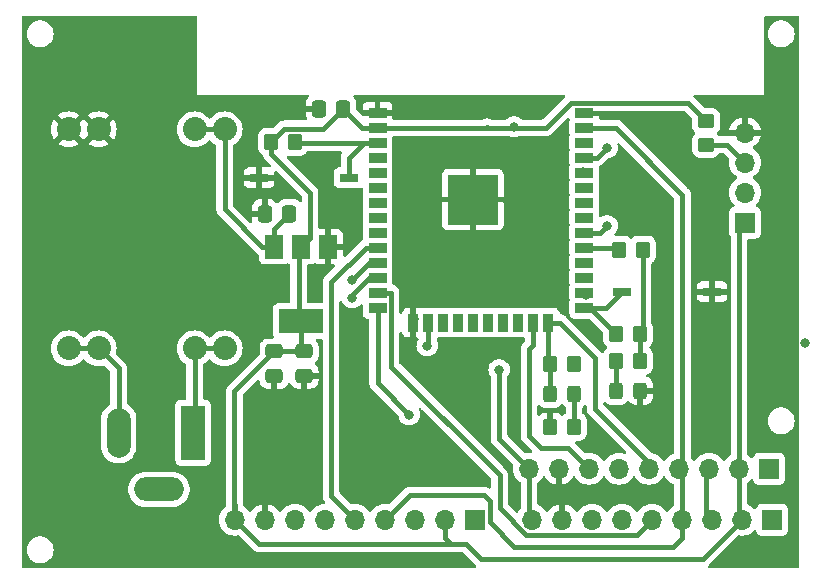
<source format=gbr>
%TF.GenerationSoftware,KiCad,Pcbnew,(7.0.0)*%
%TF.CreationDate,2023-04-20T18:18:11+02:00*%
%TF.ProjectId,PCB_uitlezen_gsm,5043425f-7569-4746-9c65-7a656e5f6773,rev?*%
%TF.SameCoordinates,Original*%
%TF.FileFunction,Copper,L1,Top*%
%TF.FilePolarity,Positive*%
%FSLAX46Y46*%
G04 Gerber Fmt 4.6, Leading zero omitted, Abs format (unit mm)*
G04 Created by KiCad (PCBNEW (7.0.0)) date 2023-04-20 18:18:11*
%MOMM*%
%LPD*%
G01*
G04 APERTURE LIST*
G04 Aperture macros list*
%AMRoundRect*
0 Rectangle with rounded corners*
0 $1 Rounding radius*
0 $2 $3 $4 $5 $6 $7 $8 $9 X,Y pos of 4 corners*
0 Add a 4 corners polygon primitive as box body*
4,1,4,$2,$3,$4,$5,$6,$7,$8,$9,$2,$3,0*
0 Add four circle primitives for the rounded corners*
1,1,$1+$1,$2,$3*
1,1,$1+$1,$4,$5*
1,1,$1+$1,$6,$7*
1,1,$1+$1,$8,$9*
0 Add four rect primitives between the rounded corners*
20,1,$1+$1,$2,$3,$4,$5,0*
20,1,$1+$1,$4,$5,$6,$7,0*
20,1,$1+$1,$6,$7,$8,$9,0*
20,1,$1+$1,$8,$9,$2,$3,0*%
G04 Aperture macros list end*
%TA.AperFunction,SMDPad,CuDef*%
%ADD10RoundRect,0.250000X0.350000X0.450000X-0.350000X0.450000X-0.350000X-0.450000X0.350000X-0.450000X0*%
%TD*%
%TA.AperFunction,SMDPad,CuDef*%
%ADD11RoundRect,0.250000X-0.350000X-0.450000X0.350000X-0.450000X0.350000X0.450000X-0.350000X0.450000X0*%
%TD*%
%TA.AperFunction,SMDPad,CuDef*%
%ADD12RoundRect,0.250000X0.325000X0.450000X-0.325000X0.450000X-0.325000X-0.450000X0.325000X-0.450000X0*%
%TD*%
%TA.AperFunction,SMDPad,CuDef*%
%ADD13RoundRect,0.250000X0.337500X0.475000X-0.337500X0.475000X-0.337500X-0.475000X0.337500X-0.475000X0*%
%TD*%
%TA.AperFunction,ComponentPad*%
%ADD14R,1.700000X1.700000*%
%TD*%
%TA.AperFunction,ComponentPad*%
%ADD15O,1.700000X1.700000*%
%TD*%
%TA.AperFunction,SMDPad,CuDef*%
%ADD16RoundRect,0.250000X-0.450000X0.350000X-0.450000X-0.350000X0.450000X-0.350000X0.450000X0.350000X0*%
%TD*%
%TA.AperFunction,ComponentPad*%
%ADD17C,2.032000*%
%TD*%
%TA.AperFunction,SMDPad,CuDef*%
%ADD18RoundRect,0.250000X-0.475000X0.337500X-0.475000X-0.337500X0.475000X-0.337500X0.475000X0.337500X0*%
%TD*%
%TA.AperFunction,SMDPad,CuDef*%
%ADD19R,1.500000X2.000000*%
%TD*%
%TA.AperFunction,SMDPad,CuDef*%
%ADD20R,3.800000X2.000000*%
%TD*%
%TA.AperFunction,SMDPad,CuDef*%
%ADD21R,1.600000X0.760000*%
%TD*%
%TA.AperFunction,ComponentPad*%
%ADD22R,2.000000X4.600000*%
%TD*%
%TA.AperFunction,ComponentPad*%
%ADD23O,2.000000X4.200000*%
%TD*%
%TA.AperFunction,ComponentPad*%
%ADD24O,4.200000X2.000000*%
%TD*%
%TA.AperFunction,SMDPad,CuDef*%
%ADD25RoundRect,0.250000X0.475000X-0.337500X0.475000X0.337500X-0.475000X0.337500X-0.475000X-0.337500X0*%
%TD*%
%TA.AperFunction,SMDPad,CuDef*%
%ADD26R,1.500000X0.900000*%
%TD*%
%TA.AperFunction,SMDPad,CuDef*%
%ADD27R,0.900000X1.500000*%
%TD*%
%TA.AperFunction,SMDPad,CuDef*%
%ADD28R,1.050000X1.050000*%
%TD*%
%TA.AperFunction,HeatsinkPad*%
%ADD29C,0.600000*%
%TD*%
%TA.AperFunction,SMDPad,CuDef*%
%ADD30R,4.200000X4.200000*%
%TD*%
%TA.AperFunction,ViaPad*%
%ADD31C,0.800000*%
%TD*%
%TA.AperFunction,Conductor*%
%ADD32C,0.400000*%
%TD*%
G04 APERTURE END LIST*
D10*
%TO.P,R7,1*%
%TO.N,Net-(D1-K)*%
X124190000Y-103886000D03*
%TO.P,R7,2*%
%TO.N,GND*%
X122190000Y-103886000D03*
%TD*%
%TO.P,R6,1*%
%TO.N,+3.3V*%
X130032000Y-88900000D03*
%TO.P,R6,2*%
%TO.N,GPIO5*%
X128032000Y-88900000D03*
%TD*%
%TO.P,R3,1*%
%TO.N,GND*%
X124190000Y-98552000D03*
%TO.P,R3,2*%
%TO.N,GPIO2*%
X122190000Y-98552000D03*
%TD*%
D11*
%TO.P,R1,1*%
%TO.N,+3.3V*%
X98568000Y-79756000D03*
%TO.P,R1,2*%
%TO.N,/EN*%
X100568000Y-79756000D03*
%TD*%
D12*
%TO.P,D1,1,K*%
%TO.N,Net-(D1-K)*%
X124215000Y-101092000D03*
%TO.P,D1,2,A*%
%TO.N,GPIO2*%
X122165000Y-101092000D03*
%TD*%
D13*
%TO.P,C1,1*%
%TO.N,+3.3V*%
X104669500Y-76962000D03*
%TO.P,C1,2*%
%TO.N,GND*%
X102594500Y-76962000D03*
%TD*%
%TO.P,C2,1*%
%TO.N,VDD*%
X100097500Y-85852000D03*
%TO.P,C2,2*%
%TO.N,GND*%
X98022500Y-85852000D03*
%TD*%
D14*
%TO.P,SCHERM3,1,Pin_1*%
%TO.N,unconnected-(SCHERM3-Pin_1-Pad1)*%
X115823999Y-111759999D03*
D15*
%TO.P,SCHERM3,2,Pin_2*%
%TO.N,+3.3V*%
X113283999Y-111759999D03*
%TO.P,SCHERM3,3,Pin_3*%
%TO.N,GPIO18*%
X110743999Y-111759999D03*
%TO.P,SCHERM3,4,Pin_4*%
%TO.N,GPIO23*%
X108203999Y-111759999D03*
%TO.P,SCHERM3,5,Pin_5*%
%TO.N,GPIO25*%
X105663999Y-111759999D03*
%TO.P,SCHERM3,6,Pin_6*%
%TO.N,GPIO26*%
X103123999Y-111759999D03*
%TO.P,SCHERM3,7,Pin_7*%
%TO.N,GPIO27*%
X100583999Y-111759999D03*
%TO.P,SCHERM3,8,Pin_8*%
%TO.N,GND*%
X98043999Y-111759999D03*
%TO.P,SCHERM3,9,Pin_9*%
%TO.N,+3.3V*%
X95503999Y-111759999D03*
%TD*%
D16*
%TO.P,R5,1*%
%TO.N,+3.3V*%
X135382000Y-78010000D03*
%TO.P,R5,2*%
%TO.N,TX0*%
X135382000Y-80010000D03*
%TD*%
D10*
%TO.P,R2,1*%
%TO.N,+3.3V*%
X129778000Y-96012000D03*
%TO.P,R2,2*%
%TO.N,GPIO0*%
X127778000Y-96012000D03*
%TD*%
D17*
%TO.P,U2,1,IN-*%
%TO.N,Net-(J2-Pad2)*%
X81407000Y-97250000D03*
%TO.P,U2,2,IN-*%
X83947000Y-97250000D03*
%TO.P,U2,3,IN+*%
%TO.N,Net-(J2-Pad1)*%
X92075000Y-97250000D03*
%TO.P,U2,4,IN+*%
X94615000Y-97250000D03*
%TO.P,U2,5,OUT+*%
%TO.N,VDD*%
X94615000Y-78708000D03*
%TO.P,U2,6,OUT+*%
X92075000Y-78708000D03*
%TO.P,U2,7,OUT-*%
%TO.N,GND*%
X83947000Y-78708000D03*
%TO.P,U2,8,OUT-*%
X81407000Y-78708000D03*
%TD*%
D14*
%TO.P,SCHERM1,1,Pin_1*%
%TO.N,unconnected-(SCHERM1-Pin_1-Pad1)*%
X140715999Y-107441999D03*
D15*
%TO.P,SCHERM1,2,Pin_2*%
%TO.N,+3.3V*%
X138175999Y-107441999D03*
%TO.P,SCHERM1,3,Pin_3*%
%TO.N,GPIO18*%
X135635999Y-107441999D03*
%TO.P,SCHERM1,4,Pin_4*%
%TO.N,GPIO23*%
X133095999Y-107441999D03*
%TO.P,SCHERM1,5,Pin_5*%
%TO.N,GPIO2*%
X130555999Y-107441999D03*
%TO.P,SCHERM1,6,Pin_6*%
%TO.N,GPIO4*%
X128015999Y-107441999D03*
%TO.P,SCHERM1,7,Pin_7*%
%TO.N,GPIO15*%
X125475999Y-107441999D03*
%TO.P,SCHERM1,8,Pin_8*%
%TO.N,GND*%
X122935999Y-107441999D03*
%TO.P,SCHERM1,9,Pin_9*%
%TO.N,+3.3V*%
X120395999Y-107441999D03*
%TD*%
D14*
%TO.P,J1,1,Pin_1*%
%TO.N,+3.3V*%
X138683999Y-86603999D03*
D15*
%TO.P,J1,2,Pin_2*%
%TO.N,RX0*%
X138683999Y-84063999D03*
%TO.P,J1,3,Pin_3*%
%TO.N,TX0*%
X138683999Y-81523999D03*
%TO.P,J1,4,Pin_4*%
%TO.N,GND*%
X138683999Y-78983999D03*
%TD*%
D18*
%TO.P,C4,1*%
%TO.N,+3.3V*%
X98806000Y-97514500D03*
%TO.P,C4,2*%
%TO.N,GND*%
X98806000Y-99589500D03*
%TD*%
D10*
%TO.P,R4,1*%
%TO.N,+3.3V*%
X129778000Y-98298000D03*
%TO.P,R4,2*%
%TO.N,Net-(D2-A)*%
X127778000Y-98298000D03*
%TD*%
D19*
%TO.P,U3,1,GND*%
%TO.N,GND*%
X103391999Y-88645999D03*
%TO.P,U3,2,VO*%
%TO.N,+3.3V*%
X101091999Y-88645999D03*
D20*
X101091999Y-94945999D03*
D19*
%TO.P,U3,3,VI*%
%TO.N,VDD*%
X98791999Y-88645999D03*
%TD*%
D21*
%TO.P,SW2,1,1*%
%TO.N,GPIO0*%
X128269999Y-92455999D03*
%TO.P,SW2,2,2*%
%TO.N,GND*%
X135889999Y-92455999D03*
%TD*%
D22*
%TO.P,J2,1*%
%TO.N,Net-(J2-Pad1)*%
X91947999Y-104393999D03*
D23*
%TO.P,J2,2*%
%TO.N,Net-(J2-Pad2)*%
X85647999Y-104393999D03*
D24*
%TO.P,J2,3*%
%TO.N,N/C*%
X89047999Y-109193999D03*
%TD*%
D25*
%TO.P,C3,1*%
%TO.N,GND*%
X101346000Y-99568000D03*
%TO.P,C3,2*%
%TO.N,+3.3V*%
X101346000Y-97493000D03*
%TD*%
D26*
%TO.P,U1,1,GND*%
%TO.N,GND*%
X107559999Y-77309999D03*
%TO.P,U1,2,VDD*%
%TO.N,+3.3V*%
X107559999Y-78579999D03*
%TO.P,U1,3,EN*%
%TO.N,/EN*%
X107559999Y-79849999D03*
%TO.P,U1,4,SENSOR_VP*%
%TO.N,unconnected-(U1-SENSOR_VP-Pad4)*%
X107559999Y-81119999D03*
%TO.P,U1,5,SENSOR_VN*%
%TO.N,unconnected-(U1-SENSOR_VN-Pad5)*%
X107559999Y-82389999D03*
%TO.P,U1,6,IO34*%
%TO.N,unconnected-(U1-IO34-Pad6)*%
X107559999Y-83659999D03*
%TO.P,U1,7,IO35*%
%TO.N,unconnected-(U1-IO35-Pad7)*%
X107559999Y-84929999D03*
%TO.P,U1,8,IO32*%
%TO.N,unconnected-(U1-IO32-Pad8)*%
X107559999Y-86199999D03*
%TO.P,U1,9,IO33*%
%TO.N,unconnected-(U1-IO33-Pad9)*%
X107559999Y-87469999D03*
%TO.P,U1,10,IO25*%
%TO.N,GPIO25*%
X107559999Y-88739999D03*
%TO.P,U1,11,IO26*%
%TO.N,GPIO26*%
X107559999Y-90009999D03*
%TO.P,U1,12,IO27*%
%TO.N,GPIO27*%
X107559999Y-91279999D03*
%TO.P,U1,13,IO14*%
%TO.N,GPIO14*%
X107559999Y-92549999D03*
%TO.P,U1,14,IO12*%
%TO.N,GPIO12*%
X107559999Y-93819999D03*
D27*
%TO.P,U1,15,GND*%
%TO.N,GND*%
X110599999Y-95069999D03*
%TO.P,U1,16,IO13*%
%TO.N,GPIO13*%
X111869999Y-95069999D03*
%TO.P,U1,17,SHD/SD2*%
%TO.N,unconnected-(U1-SHD{slash}SD2-Pad17)*%
X113139999Y-95069999D03*
%TO.P,U1,18,SWP/SD3*%
%TO.N,unconnected-(U1-SWP{slash}SD3-Pad18)*%
X114409999Y-95069999D03*
%TO.P,U1,19,SCS/CMD*%
%TO.N,unconnected-(U1-SCS{slash}CMD-Pad19)*%
X115679999Y-95069999D03*
%TO.P,U1,20,SCK/CLK*%
%TO.N,unconnected-(U1-SCK{slash}CLK-Pad20)*%
X116949999Y-95069999D03*
%TO.P,U1,21,SDO/SD0*%
%TO.N,unconnected-(U1-SDO{slash}SD0-Pad21)*%
X118219999Y-95069999D03*
%TO.P,U1,22,SDI/SD1*%
%TO.N,unconnected-(U1-SDI{slash}SD1-Pad22)*%
X119489999Y-95069999D03*
%TO.P,U1,23,IO15*%
%TO.N,GPIO15*%
X120759999Y-95069999D03*
%TO.P,U1,24,IO2*%
%TO.N,GPIO2*%
X122029999Y-95069999D03*
D26*
%TO.P,U1,25,IO0*%
%TO.N,GPIO0*%
X125059999Y-93819999D03*
%TO.P,U1,26,IO4*%
%TO.N,GPIO4*%
X125059999Y-92549999D03*
%TO.P,U1,27,IO16*%
%TO.N,unconnected-(U1-IO16-Pad27)*%
X125059999Y-91279999D03*
%TO.P,U1,28,IO17*%
%TO.N,unconnected-(U1-IO17-Pad28)*%
X125059999Y-90009999D03*
%TO.P,U1,29,IO5*%
%TO.N,GPIO5*%
X125059999Y-88739999D03*
%TO.P,U1,30,IO18*%
%TO.N,GPIO18*%
X125059999Y-87469999D03*
%TO.P,U1,31,IO19*%
%TO.N,unconnected-(U1-IO19-Pad31)*%
X125059999Y-86199999D03*
%TO.P,U1,32,NC*%
%TO.N,unconnected-(U1-NC-Pad32)*%
X125059999Y-84929999D03*
%TO.P,U1,33,IO21*%
%TO.N,unconnected-(U1-IO21-Pad33)*%
X125059999Y-83659999D03*
%TO.P,U1,34,RXD0/IO3*%
%TO.N,RX0*%
X125059999Y-82389999D03*
%TO.P,U1,35,TXD0/IO1*%
%TO.N,TX0*%
X125059999Y-81119999D03*
%TO.P,U1,36,IO22*%
%TO.N,unconnected-(U1-IO22-Pad36)*%
X125059999Y-79849999D03*
%TO.P,U1,37,IO23*%
%TO.N,GPIO23*%
X125059999Y-78579999D03*
%TO.P,U1,38,GND*%
%TO.N,GND*%
X125059999Y-77309999D03*
D28*
%TO.P,U1,39,GND*%
X114104999Y-83124999D03*
D29*
X114105000Y-83887500D03*
D28*
X114104999Y-84649999D03*
D29*
X114105000Y-85412500D03*
D28*
X114104999Y-86174999D03*
D29*
X114867500Y-83125000D03*
X114867500Y-84650000D03*
X114867500Y-86175000D03*
D28*
X115629999Y-83124999D03*
D29*
X115630000Y-83887500D03*
D28*
X115629999Y-84649999D03*
D30*
X115629999Y-84649999D03*
D29*
X115630000Y-85412500D03*
D28*
X115629999Y-86174999D03*
D29*
X116392500Y-83125000D03*
X116392500Y-84650000D03*
X116392500Y-86175000D03*
D28*
X117154999Y-83124999D03*
D29*
X117155000Y-83887500D03*
D28*
X117154999Y-84649999D03*
D29*
X117155000Y-85412500D03*
D28*
X117154999Y-86174999D03*
%TD*%
D14*
%TO.P,SCHERM2,1,Pin_1*%
%TO.N,unconnected-(SCHERM2-Pin_1-Pad1)*%
X140969999Y-111759999D03*
D15*
%TO.P,SCHERM2,2,Pin_2*%
%TO.N,+3.3V*%
X138429999Y-111759999D03*
%TO.P,SCHERM2,3,Pin_3*%
%TO.N,GPIO18*%
X135889999Y-111759999D03*
%TO.P,SCHERM2,4,Pin_4*%
%TO.N,GPIO23*%
X133349999Y-111759999D03*
%TO.P,SCHERM2,5,Pin_5*%
%TO.N,GPIO14*%
X130809999Y-111759999D03*
%TO.P,SCHERM2,6,Pin_6*%
%TO.N,GPIO12*%
X128269999Y-111759999D03*
%TO.P,SCHERM2,7,Pin_7*%
%TO.N,GPIO13*%
X125729999Y-111759999D03*
%TO.P,SCHERM2,8,Pin_8*%
%TO.N,GND*%
X123189999Y-111759999D03*
%TO.P,SCHERM2,9,Pin_9*%
%TO.N,+3.3V*%
X120649999Y-111759999D03*
%TD*%
D12*
%TO.P,D2,1,K*%
%TO.N,GND*%
X129803000Y-100838000D03*
%TO.P,D2,2,A*%
%TO.N,Net-(D2-A)*%
X127753000Y-100838000D03*
%TD*%
D21*
%TO.P,SW1,1,1*%
%TO.N,/EN*%
X105155999Y-82803999D03*
%TO.P,SW1,2,2*%
%TO.N,GND*%
X97535999Y-82803999D03*
%TD*%
D31*
%TO.N,+3.3V*%
X117856000Y-99060000D03*
X130048000Y-88900000D03*
X119126000Y-78486000D03*
%TO.N,GND*%
X124206000Y-98552000D03*
X110617000Y-94742000D03*
X115316000Y-76708000D03*
X143764000Y-96774000D03*
X131826000Y-100838000D03*
X122936000Y-108966000D03*
X98044000Y-108712000D03*
X117348000Y-91313000D03*
X104140000Y-85598000D03*
X81026000Y-92964000D03*
X82296000Y-104648000D03*
X122428000Y-81788000D03*
X130302000Y-78232000D03*
X122174000Y-103886000D03*
X102616000Y-76962000D03*
X111760000Y-106680000D03*
X126746000Y-104648000D03*
X81280000Y-85090000D03*
X98806000Y-99822000D03*
X91440000Y-91948000D03*
X85598000Y-72898000D03*
X110998000Y-84201000D03*
%TO.N,RX0*%
X124968000Y-82296000D03*
%TO.N,TX0*%
X135382000Y-80010000D03*
X127000000Y-80264000D03*
%TO.N,GPIO18*%
X127000000Y-86868000D03*
%TO.N,GPIO4*%
X125222000Y-92710000D03*
%TO.N,GPIO12*%
X110236000Y-102870000D03*
%TO.N,GPIO13*%
X111760000Y-97028000D03*
%TO.N,GPIO26*%
X105410000Y-91440000D03*
%TO.N,GPIO27*%
X105410000Y-92964000D03*
%TD*%
D32*
%TO.N,+3.3V*%
X138176000Y-107442000D02*
X138176000Y-87112000D01*
X117856000Y-99060000D02*
X117856000Y-104902000D01*
X101324500Y-97514500D02*
X101346000Y-97493000D01*
X130032000Y-95758000D02*
X130048000Y-88900000D01*
X101346000Y-97493000D02*
X101092000Y-97239000D01*
X135128000Y-115062000D02*
X138430000Y-111760000D01*
X100875000Y-94729000D02*
X100875000Y-88863000D01*
X97544000Y-113800000D02*
X112754000Y-113800000D01*
X116840000Y-78486000D02*
X116934000Y-78580000D01*
X101092000Y-94946000D02*
X100875000Y-94729000D01*
X116746000Y-78580000D02*
X116840000Y-78486000D01*
X121790000Y-78580000D02*
X123910000Y-76460000D01*
X116934000Y-78580000D02*
X121790000Y-78580000D01*
X104669500Y-76962000D02*
X102975500Y-78656000D01*
X101854000Y-87884000D02*
X101092000Y-88646000D01*
X98568000Y-80788000D02*
X101854000Y-84074000D01*
X95504000Y-111760000D02*
X97544000Y-113800000D01*
X123910000Y-76460000D02*
X133832000Y-76460000D01*
X113792000Y-113800000D02*
X112754000Y-113800000D01*
X133832000Y-76460000D02*
X135382000Y-78010000D01*
X113284000Y-113292000D02*
X113284000Y-111760000D01*
X95440000Y-100880500D02*
X95440000Y-110490000D01*
X104669500Y-76962000D02*
X106287500Y-78580000D01*
X106287500Y-78580000D02*
X107560000Y-78580000D01*
X120396000Y-111506000D02*
X120650000Y-111760000D01*
X102975500Y-78656000D02*
X99668000Y-78656000D01*
X113792000Y-113800000D02*
X113284000Y-113292000D01*
X120396000Y-107442000D02*
X120396000Y-111506000D01*
X95440000Y-110490000D02*
X95504000Y-110554000D01*
X138176000Y-87112000D02*
X138684000Y-86604000D01*
X98806000Y-97514500D02*
X101324500Y-97514500D01*
X98568000Y-79756000D02*
X98568000Y-80788000D01*
X101854000Y-84074000D02*
X101854000Y-87884000D01*
X95440000Y-110490000D02*
X95440000Y-110744000D01*
X98806000Y-97514500D02*
X95440000Y-100880500D01*
X113792000Y-113800000D02*
X115070000Y-113800000D01*
X101092000Y-97239000D02*
X101092000Y-94946000D01*
X129778000Y-96012000D02*
X129778000Y-98298000D01*
X117856000Y-104902000D02*
X120396000Y-107442000D01*
X129778000Y-96012000D02*
X130032000Y-95758000D01*
X138176000Y-111506000D02*
X138430000Y-111760000D01*
X95504000Y-110554000D02*
X95504000Y-111760000D01*
X130048000Y-88900000D02*
X130032000Y-88900000D01*
X116332000Y-115062000D02*
X135128000Y-115062000D01*
X99668000Y-78656000D02*
X98568000Y-79756000D01*
X100875000Y-88863000D02*
X101092000Y-88646000D01*
X115070000Y-113800000D02*
X116332000Y-115062000D01*
X107560000Y-78580000D02*
X116746000Y-78580000D01*
X138176000Y-107442000D02*
X138176000Y-111506000D01*
%TO.N,GND*%
X115630000Y-83887500D02*
X115630000Y-84650000D01*
X114867500Y-84650000D02*
X115630000Y-84650000D01*
X116392500Y-86175000D02*
X117155000Y-85412500D01*
X116392500Y-86175000D02*
X117155000Y-86175000D01*
X114105000Y-85412500D02*
X114105000Y-86175000D01*
X129778000Y-101067000D02*
X129803000Y-101092000D01*
X123382000Y-107697000D02*
X123381000Y-107696000D01*
X115630000Y-84650000D02*
X116392500Y-84650000D01*
X115630000Y-86175000D02*
X116392500Y-86175000D01*
X114105000Y-83125000D02*
X114867500Y-83125000D01*
X98044000Y-111760000D02*
X98044000Y-108712000D01*
X114867500Y-83125000D02*
X114105000Y-83887500D01*
X114105000Y-83125000D02*
X114105000Y-83887500D01*
X116392500Y-83125000D02*
X115630000Y-83125000D01*
X129380000Y-77310000D02*
X130302000Y-78232000D01*
X116392500Y-83125000D02*
X117155000Y-83125000D01*
X114867500Y-84650000D02*
X114105000Y-85412500D01*
X123190000Y-111760000D02*
X123190000Y-109220000D01*
X117155000Y-85412500D02*
X117155000Y-86175000D01*
X125060000Y-77310000D02*
X129380000Y-77310000D01*
X114105000Y-85412500D02*
X114867500Y-86175000D01*
X115630000Y-85412500D02*
X116392500Y-84650000D01*
X115630000Y-83125000D02*
X114867500Y-83125000D01*
X114867500Y-84650000D02*
X115630000Y-83887500D01*
X114867500Y-86175000D02*
X115630000Y-86175000D01*
X123190000Y-109220000D02*
X122936000Y-108966000D01*
X116392500Y-84650000D02*
X117155000Y-83887500D01*
X117155000Y-85412500D02*
X116392500Y-84650000D01*
X114105000Y-84650000D02*
X114105000Y-85412500D01*
X122936000Y-107442000D02*
X122936000Y-108966000D01*
X116392500Y-83125000D02*
X115630000Y-83887500D01*
X114105000Y-86175000D02*
X114867500Y-86175000D01*
X114867500Y-86175000D02*
X115630000Y-85412500D01*
X114867500Y-83125000D02*
X115630000Y-83887500D01*
X115630000Y-85412500D02*
X115630000Y-84650000D01*
%TO.N,VDD*%
X98792000Y-87157500D02*
X100097500Y-85852000D01*
X98792000Y-88646000D02*
X98792000Y-87157500D01*
X94615000Y-85471000D02*
X97790000Y-88646000D01*
X94615000Y-78708000D02*
X94615000Y-85471000D01*
X92075000Y-78708000D02*
X94615000Y-78708000D01*
X97790000Y-88646000D02*
X98792000Y-88646000D01*
%TO.N,Net-(D1-K)*%
X124215000Y-103861000D02*
X124190000Y-103886000D01*
X124215000Y-101092000D02*
X124215000Y-103861000D01*
%TO.N,GPIO2*%
X123010000Y-95070000D02*
X122030000Y-95070000D01*
X125984000Y-102362000D02*
X125984000Y-98044000D01*
X122165000Y-98577000D02*
X122190000Y-98552000D01*
X125984000Y-102362000D02*
X130556000Y-106934000D01*
X122165000Y-101092000D02*
X122165000Y-98577000D01*
X125984000Y-98044000D02*
X123010000Y-95070000D01*
X130556000Y-106934000D02*
X130556000Y-107442000D01*
X122190000Y-98552000D02*
X122030000Y-98392000D01*
X122030000Y-98392000D02*
X122030000Y-95070000D01*
%TO.N,Net-(D2-A)*%
X127778000Y-98298000D02*
X127778000Y-100813000D01*
X127778000Y-100813000D02*
X127753000Y-100838000D01*
%TO.N,TX0*%
X137170000Y-80010000D02*
X138684000Y-81524000D01*
X126144000Y-81120000D02*
X127000000Y-80264000D01*
X125060000Y-81120000D02*
X126144000Y-81120000D01*
X135382000Y-80010000D02*
X137170000Y-80010000D01*
%TO.N,Net-(J2-Pad1)*%
X92075000Y-97250000D02*
X94615000Y-97250000D01*
X92075000Y-97250000D02*
X92075000Y-104267000D01*
X92075000Y-104267000D02*
X91948000Y-104394000D01*
%TO.N,Net-(J2-Pad2)*%
X85648000Y-98951000D02*
X83947000Y-97250000D01*
X81407000Y-97250000D02*
X83947000Y-97250000D01*
X85648000Y-104394000D02*
X85648000Y-98951000D01*
%TO.N,/EN*%
X100662000Y-79850000D02*
X100568000Y-79756000D01*
X107560000Y-79850000D02*
X100662000Y-79850000D01*
X105156000Y-81104000D02*
X105156000Y-82804000D01*
X106410000Y-79850000D02*
X105156000Y-81104000D01*
%TO.N,GPIO0*%
X125586000Y-93820000D02*
X127778000Y-96012000D01*
X125060000Y-93820000D02*
X126906000Y-93820000D01*
X126906000Y-93820000D02*
X128270000Y-92456000D01*
X125060000Y-93820000D02*
X125586000Y-93820000D01*
%TO.N,GPIO5*%
X127872000Y-88740000D02*
X128032000Y-88900000D01*
X125060000Y-88740000D02*
X127872000Y-88740000D01*
%TO.N,GPIO18*%
X135382000Y-110998000D02*
X135382000Y-107697000D01*
X126398000Y-87470000D02*
X127000000Y-86868000D01*
X125060000Y-87470000D02*
X126398000Y-87470000D01*
X135382000Y-107697000D02*
X135381000Y-107696000D01*
%TO.N,GPIO23*%
X116586000Y-109669000D02*
X110295000Y-109669000D01*
X119126000Y-114046000D02*
X117074000Y-111994000D01*
X117074000Y-110157000D02*
X116586000Y-109669000D01*
X127729000Y-78580000D02*
X133381000Y-84232000D01*
X133382000Y-107697000D02*
X133382000Y-110998000D01*
X133381000Y-84232000D02*
X133381000Y-107696000D01*
X133381000Y-107696000D02*
X133382000Y-107697000D01*
X119126000Y-114046000D02*
X132588000Y-114046000D01*
X117074000Y-111994000D02*
X117074000Y-110157000D01*
X133350000Y-113284000D02*
X133350000Y-111760000D01*
X110295000Y-109669000D02*
X108204000Y-111760000D01*
X125060000Y-78580000D02*
X127729000Y-78580000D01*
X132588000Y-114046000D02*
X133350000Y-113284000D01*
%TO.N,GPIO15*%
X120396000Y-104648000D02*
X120396000Y-97291305D01*
X120396000Y-97291305D02*
X120760000Y-96927305D01*
X121412000Y-105664000D02*
X120396000Y-104648000D01*
X125476000Y-107442000D02*
X124460000Y-106426000D01*
X120760000Y-95070000D02*
X120760000Y-96927305D01*
X124460000Y-106426000D02*
X123698000Y-105664000D01*
X122936000Y-105664000D02*
X121412000Y-105664000D01*
X123698000Y-105664000D02*
X122936000Y-105664000D01*
%TO.N,GPIO14*%
X120152233Y-113030000D02*
X129540000Y-113030000D01*
X108710000Y-98810000D02*
X117726000Y-107826000D01*
X129540000Y-113030000D02*
X130810000Y-111760000D01*
X117726000Y-107826000D02*
X117889000Y-107989000D01*
X117889000Y-110766767D02*
X120152233Y-113030000D01*
X108710000Y-92550000D02*
X108710000Y-98810000D01*
X108679000Y-92550000D02*
X107560000Y-92550000D01*
X107560000Y-92550000D02*
X108710000Y-92550000D01*
X117889000Y-107989000D02*
X117889000Y-110766767D01*
%TO.N,GPIO12*%
X110236000Y-102870000D02*
X107560000Y-100194000D01*
X107560000Y-99822000D02*
X107560000Y-93820000D01*
X107560000Y-100194000D02*
X107560000Y-99822000D01*
%TO.N,GPIO13*%
X111870000Y-95070000D02*
X111870000Y-96918000D01*
%TO.N,GPIO25*%
X107560000Y-88740000D02*
X106560000Y-88740000D01*
X103632000Y-109728000D02*
X105664000Y-111760000D01*
X103632000Y-91668000D02*
X103632000Y-109728000D01*
X106560000Y-88740000D02*
X103632000Y-91668000D01*
%TO.N,GPIO26*%
X105410000Y-91440000D02*
X106840000Y-90010000D01*
X106840000Y-90010000D02*
X107560000Y-90010000D01*
%TO.N,GPIO27*%
X106830000Y-91280000D02*
X105410000Y-92700000D01*
X105410000Y-92700000D02*
X105410000Y-92964000D01*
X107560000Y-91280000D02*
X106830000Y-91280000D01*
%TD*%
%TA.AperFunction,Conductor*%
%TO.N,GND*%
G36*
X143193500Y-69105113D02*
G01*
X143238887Y-69150500D01*
X143255500Y-69212500D01*
X143255500Y-115699500D01*
X143238887Y-115761500D01*
X143193500Y-115806887D01*
X143131500Y-115823500D01*
X135655841Y-115823500D01*
X135595579Y-115807872D01*
X135550507Y-115764928D01*
X135531986Y-115705491D01*
X135544684Y-115644545D01*
X135585401Y-115597450D01*
X135585881Y-115597118D01*
X135595929Y-115590183D01*
X135635822Y-115545151D01*
X135640924Y-115539731D01*
X138058006Y-113122649D01*
X138113594Y-113090557D01*
X138177778Y-113090557D01*
X138194592Y-113095063D01*
X138430000Y-113115659D01*
X138665408Y-113095063D01*
X138893663Y-113033903D01*
X139107830Y-112934035D01*
X139301401Y-112798495D01*
X139423329Y-112676566D01*
X139476072Y-112645273D01*
X139537365Y-112643084D01*
X139592210Y-112670537D01*
X139627189Y-112720916D01*
X139676204Y-112852331D01*
X139681518Y-112859430D01*
X139681519Y-112859431D01*
X139737367Y-112934035D01*
X139762454Y-112967546D01*
X139877669Y-113053796D01*
X140012517Y-113104091D01*
X140072127Y-113110500D01*
X141867872Y-113110499D01*
X141927483Y-113104091D01*
X142062331Y-113053796D01*
X142177546Y-112967546D01*
X142263796Y-112852331D01*
X142314091Y-112717483D01*
X142320500Y-112657873D01*
X142320499Y-110862128D01*
X142314091Y-110802517D01*
X142263796Y-110667669D01*
X142177546Y-110552454D01*
X142134504Y-110520233D01*
X142069431Y-110471519D01*
X142069430Y-110471518D01*
X142062331Y-110466204D01*
X141952522Y-110425248D01*
X141934752Y-110418620D01*
X141934750Y-110418619D01*
X141927483Y-110415909D01*
X141919770Y-110415079D01*
X141919767Y-110415079D01*
X141871180Y-110409855D01*
X141871169Y-110409854D01*
X141867873Y-110409500D01*
X141864550Y-110409500D01*
X140075439Y-110409500D01*
X140075420Y-110409500D01*
X140072128Y-110409501D01*
X140068850Y-110409853D01*
X140068838Y-110409854D01*
X140020231Y-110415079D01*
X140020225Y-110415080D01*
X140012517Y-110415909D01*
X140005252Y-110418618D01*
X140005246Y-110418620D01*
X139885980Y-110463104D01*
X139885978Y-110463104D01*
X139877669Y-110466204D01*
X139870572Y-110471516D01*
X139870568Y-110471519D01*
X139769550Y-110547141D01*
X139769546Y-110547144D01*
X139762454Y-110552454D01*
X139757144Y-110559546D01*
X139757141Y-110559550D01*
X139681519Y-110660568D01*
X139681516Y-110660572D01*
X139676204Y-110667669D01*
X139671938Y-110679108D01*
X139627189Y-110799083D01*
X139592210Y-110849462D01*
X139537365Y-110876915D01*
X139476072Y-110874726D01*
X139423326Y-110843430D01*
X139305232Y-110725336D01*
X139305230Y-110725334D01*
X139301401Y-110721505D01*
X139296970Y-110718402D01*
X139296966Y-110718399D01*
X139112259Y-110589066D01*
X139112257Y-110589064D01*
X139107830Y-110585965D01*
X139102933Y-110583681D01*
X139102927Y-110583678D01*
X138948095Y-110511479D01*
X138895919Y-110465722D01*
X138876500Y-110399097D01*
X138876500Y-108664711D01*
X138890511Y-108607454D01*
X138929377Y-108563136D01*
X138960375Y-108541431D01*
X139047401Y-108480495D01*
X139169329Y-108358566D01*
X139222072Y-108327273D01*
X139283365Y-108325084D01*
X139338210Y-108352537D01*
X139373189Y-108402916D01*
X139422204Y-108534331D01*
X139427518Y-108541430D01*
X139427519Y-108541431D01*
X139483367Y-108616035D01*
X139508454Y-108649546D01*
X139623669Y-108735796D01*
X139758517Y-108786091D01*
X139818127Y-108792500D01*
X141613872Y-108792499D01*
X141673483Y-108786091D01*
X141808331Y-108735796D01*
X141923546Y-108649546D01*
X142009796Y-108534331D01*
X142060091Y-108399483D01*
X142066500Y-108339873D01*
X142066499Y-106544128D01*
X142060091Y-106484517D01*
X142009796Y-106349669D01*
X141923546Y-106234454D01*
X141915560Y-106228476D01*
X141815431Y-106153519D01*
X141815430Y-106153518D01*
X141808331Y-106148204D01*
X141701442Y-106108337D01*
X141680752Y-106100620D01*
X141680750Y-106100619D01*
X141673483Y-106097909D01*
X141665770Y-106097079D01*
X141665767Y-106097079D01*
X141617180Y-106091855D01*
X141617169Y-106091854D01*
X141613873Y-106091500D01*
X141610550Y-106091500D01*
X139821439Y-106091500D01*
X139821420Y-106091500D01*
X139818128Y-106091501D01*
X139814850Y-106091853D01*
X139814838Y-106091854D01*
X139766231Y-106097079D01*
X139766225Y-106097080D01*
X139758517Y-106097909D01*
X139751252Y-106100618D01*
X139751246Y-106100620D01*
X139631980Y-106145104D01*
X139631978Y-106145104D01*
X139623669Y-106148204D01*
X139616572Y-106153516D01*
X139616568Y-106153519D01*
X139515550Y-106229141D01*
X139515546Y-106229144D01*
X139508454Y-106234454D01*
X139503144Y-106241546D01*
X139503141Y-106241550D01*
X139427519Y-106342568D01*
X139427516Y-106342572D01*
X139422204Y-106349669D01*
X139419104Y-106357978D01*
X139419105Y-106357978D01*
X139373189Y-106481083D01*
X139338210Y-106531462D01*
X139283365Y-106558915D01*
X139222072Y-106556726D01*
X139169326Y-106525430D01*
X139051230Y-106407334D01*
X139047401Y-106403505D01*
X138929376Y-106320863D01*
X138890511Y-106276546D01*
X138876500Y-106219289D01*
X138876500Y-103378000D01*
X140590708Y-103378000D01*
X140610141Y-103587712D01*
X140611710Y-103593226D01*
X140666205Y-103784759D01*
X140666207Y-103784764D01*
X140667777Y-103790282D01*
X140761654Y-103978813D01*
X140765106Y-103983384D01*
X140885117Y-104142305D01*
X140885121Y-104142310D01*
X140888575Y-104146883D01*
X140892811Y-104150744D01*
X140892815Y-104150749D01*
X140999549Y-104248049D01*
X141044218Y-104288771D01*
X141223282Y-104399643D01*
X141419671Y-104475724D01*
X141626695Y-104514423D01*
X141831576Y-104514423D01*
X141837305Y-104514423D01*
X142044329Y-104475724D01*
X142240718Y-104399643D01*
X142419782Y-104288771D01*
X142575425Y-104146883D01*
X142702346Y-103978813D01*
X142796223Y-103790282D01*
X142853859Y-103587712D01*
X142873292Y-103378000D01*
X142853859Y-103168288D01*
X142796223Y-102965718D01*
X142702346Y-102777187D01*
X142633727Y-102686321D01*
X142578882Y-102613694D01*
X142578878Y-102613690D01*
X142575425Y-102609117D01*
X142571188Y-102605254D01*
X142571184Y-102605250D01*
X142424016Y-102471089D01*
X142424017Y-102471089D01*
X142419782Y-102467229D01*
X142414916Y-102464216D01*
X142414912Y-102464213D01*
X142245589Y-102359373D01*
X142245588Y-102359372D01*
X142240718Y-102356357D01*
X142235380Y-102354289D01*
X142235376Y-102354287D01*
X142049676Y-102282347D01*
X142049671Y-102282345D01*
X142044329Y-102280276D01*
X142038694Y-102279222D01*
X142038692Y-102279222D01*
X141842935Y-102242629D01*
X141842930Y-102242628D01*
X141837305Y-102241577D01*
X141626695Y-102241577D01*
X141621070Y-102242628D01*
X141621064Y-102242629D01*
X141425307Y-102279222D01*
X141425302Y-102279223D01*
X141419671Y-102280276D01*
X141414330Y-102282344D01*
X141414323Y-102282347D01*
X141228623Y-102354287D01*
X141228614Y-102354291D01*
X141223282Y-102356357D01*
X141218415Y-102359370D01*
X141218410Y-102359373D01*
X141049087Y-102464213D01*
X141049077Y-102464219D01*
X141044218Y-102467229D01*
X141039987Y-102471085D01*
X141039983Y-102471089D01*
X140892815Y-102605250D01*
X140892805Y-102605260D01*
X140888575Y-102609117D01*
X140885126Y-102613683D01*
X140885117Y-102613694D01*
X140765106Y-102772615D01*
X140765103Y-102772619D01*
X140761654Y-102777187D01*
X140759101Y-102782312D01*
X140759099Y-102782317D01*
X140670336Y-102960577D01*
X140670332Y-102960585D01*
X140667777Y-102965718D01*
X140666208Y-102971231D01*
X140666205Y-102971240D01*
X140622878Y-103123521D01*
X140610141Y-103168288D01*
X140590708Y-103378000D01*
X138876500Y-103378000D01*
X138876500Y-88078499D01*
X138893113Y-88016499D01*
X138938500Y-87971112D01*
X139000500Y-87954499D01*
X139578561Y-87954499D01*
X139581872Y-87954499D01*
X139641483Y-87948091D01*
X139776331Y-87897796D01*
X139891546Y-87811546D01*
X139977796Y-87696331D01*
X140028091Y-87561483D01*
X140034500Y-87501873D01*
X140034499Y-85706128D01*
X140028091Y-85646517D01*
X139977796Y-85511669D01*
X139891546Y-85396454D01*
X139802999Y-85330168D01*
X139783431Y-85315519D01*
X139783430Y-85315518D01*
X139776331Y-85310204D01*
X139706359Y-85284106D01*
X139644916Y-85261189D01*
X139594537Y-85226210D01*
X139567084Y-85171365D01*
X139569273Y-85110072D01*
X139600566Y-85057329D01*
X139722495Y-84935401D01*
X139858035Y-84741830D01*
X139957903Y-84527663D01*
X140019063Y-84299408D01*
X140039659Y-84064000D01*
X140019063Y-83828592D01*
X139970572Y-83647619D01*
X139959305Y-83605569D01*
X139959304Y-83605567D01*
X139957903Y-83600337D01*
X139858035Y-83386171D01*
X139722495Y-83192599D01*
X139555401Y-83025505D01*
X139550968Y-83022401D01*
X139550961Y-83022395D01*
X139369842Y-82895575D01*
X139330976Y-82851257D01*
X139316965Y-82794000D01*
X139330976Y-82736743D01*
X139369842Y-82692425D01*
X139550961Y-82565604D01*
X139550961Y-82565603D01*
X139555401Y-82562495D01*
X139722495Y-82395401D01*
X139858035Y-82201830D01*
X139957903Y-81987663D01*
X140019063Y-81759408D01*
X140039659Y-81524000D01*
X140019063Y-81288592D01*
X139957903Y-81060337D01*
X139858035Y-80846171D01*
X139722495Y-80652599D01*
X139555401Y-80485505D01*
X139550970Y-80482402D01*
X139550966Y-80482399D01*
X139369405Y-80355269D01*
X139330540Y-80310951D01*
X139316529Y-80253694D01*
X139330540Y-80196437D01*
X139369406Y-80152119D01*
X139550638Y-80025219D01*
X139558909Y-80018278D01*
X139718278Y-79858909D01*
X139725215Y-79850643D01*
X139854498Y-79666008D01*
X139859886Y-79656676D01*
X139955143Y-79452397D01*
X139958831Y-79442263D01*
X140010943Y-79247780D01*
X140011311Y-79236551D01*
X140000369Y-79234000D01*
X137367631Y-79234000D01*
X137355477Y-79236833D01*
X137323110Y-79279719D01*
X137274924Y-79304933D01*
X137227506Y-79306826D01*
X137227469Y-79307447D01*
X137221305Y-79307074D01*
X137220583Y-79307103D01*
X137219991Y-79306994D01*
X137219980Y-79306993D01*
X137212606Y-79305642D01*
X137205126Y-79306094D01*
X137205118Y-79306094D01*
X137152567Y-79309274D01*
X137145079Y-79309500D01*
X136566798Y-79309500D01*
X136506366Y-79293777D01*
X136461259Y-79250596D01*
X136428507Y-79197496D01*
X136428505Y-79197493D01*
X136424712Y-79191344D01*
X136331049Y-79097681D01*
X136298955Y-79042094D01*
X136298955Y-78977906D01*
X136331049Y-78922319D01*
X136331048Y-78922319D01*
X136424712Y-78828656D01*
X136484670Y-78731448D01*
X137356688Y-78731448D01*
X137367631Y-78734000D01*
X138417674Y-78734000D01*
X138430549Y-78730549D01*
X138434000Y-78717674D01*
X138934000Y-78717674D01*
X138937450Y-78730549D01*
X138950326Y-78734000D01*
X140000369Y-78734000D01*
X140011311Y-78731448D01*
X140010943Y-78720219D01*
X139958831Y-78525736D01*
X139955143Y-78515602D01*
X139859889Y-78311332D01*
X139854491Y-78301982D01*
X139725215Y-78117357D01*
X139718280Y-78109092D01*
X139558909Y-77949721D01*
X139550643Y-77942784D01*
X139366008Y-77813501D01*
X139356676Y-77808113D01*
X139152397Y-77712856D01*
X139142263Y-77709168D01*
X138947780Y-77657056D01*
X138936551Y-77656688D01*
X138934000Y-77667631D01*
X138934000Y-78717674D01*
X138434000Y-78717674D01*
X138434000Y-77667631D01*
X138431448Y-77656688D01*
X138420219Y-77657056D01*
X138225736Y-77709168D01*
X138215602Y-77712856D01*
X138011332Y-77808110D01*
X138001982Y-77813508D01*
X137817357Y-77942784D01*
X137809092Y-77949719D01*
X137649719Y-78109092D01*
X137642784Y-78117357D01*
X137513508Y-78301982D01*
X137508110Y-78311332D01*
X137412856Y-78515602D01*
X137409168Y-78525736D01*
X137357056Y-78720219D01*
X137356688Y-78731448D01*
X136484670Y-78731448D01*
X136516814Y-78679334D01*
X136571999Y-78512797D01*
X136582500Y-78410009D01*
X136582499Y-77609992D01*
X136571999Y-77507203D01*
X136516814Y-77340666D01*
X136437453Y-77212000D01*
X136428502Y-77197488D01*
X136428500Y-77197485D01*
X136424712Y-77191344D01*
X136300656Y-77067288D01*
X136294515Y-77063500D01*
X136294511Y-77063497D01*
X136157480Y-76978977D01*
X136151334Y-76975186D01*
X135984797Y-76920001D01*
X135978064Y-76919313D01*
X135978059Y-76919312D01*
X135885140Y-76909819D01*
X135885123Y-76909818D01*
X135882009Y-76909500D01*
X135878860Y-76909500D01*
X135323519Y-76909500D01*
X135276066Y-76900061D01*
X135235838Y-76873181D01*
X134344939Y-75982282D01*
X134339820Y-75976845D01*
X134330412Y-75966225D01*
X134303584Y-75916577D01*
X134301538Y-75860178D01*
X134324700Y-75808713D01*
X134368272Y-75772843D01*
X134423228Y-75760000D01*
X140293674Y-75760000D01*
X140310000Y-75760000D01*
X140310000Y-70612000D01*
X140590708Y-70612000D01*
X140610141Y-70821712D01*
X140611710Y-70827226D01*
X140666205Y-71018759D01*
X140666207Y-71018764D01*
X140667777Y-71024282D01*
X140761654Y-71212813D01*
X140765106Y-71217384D01*
X140885117Y-71376305D01*
X140885121Y-71376310D01*
X140888575Y-71380883D01*
X140892811Y-71384744D01*
X140892815Y-71384749D01*
X140999549Y-71482049D01*
X141044218Y-71522771D01*
X141223282Y-71633643D01*
X141419671Y-71709724D01*
X141626695Y-71748423D01*
X141831576Y-71748423D01*
X141837305Y-71748423D01*
X142044329Y-71709724D01*
X142240718Y-71633643D01*
X142419782Y-71522771D01*
X142575425Y-71380883D01*
X142702346Y-71212813D01*
X142796223Y-71024282D01*
X142853859Y-70821712D01*
X142873292Y-70612000D01*
X142853859Y-70402288D01*
X142796223Y-70199718D01*
X142702346Y-70011187D01*
X142652716Y-69945467D01*
X142578882Y-69847694D01*
X142578878Y-69847690D01*
X142575425Y-69843117D01*
X142571188Y-69839254D01*
X142571184Y-69839250D01*
X142424016Y-69705089D01*
X142424017Y-69705089D01*
X142419782Y-69701229D01*
X142414916Y-69698216D01*
X142414912Y-69698213D01*
X142245589Y-69593373D01*
X142245588Y-69593372D01*
X142240718Y-69590357D01*
X142235380Y-69588289D01*
X142235376Y-69588287D01*
X142049676Y-69516347D01*
X142049671Y-69516345D01*
X142044329Y-69514276D01*
X142038694Y-69513222D01*
X142038692Y-69513222D01*
X141842935Y-69476629D01*
X141842930Y-69476628D01*
X141837305Y-69475577D01*
X141626695Y-69475577D01*
X141621070Y-69476628D01*
X141621064Y-69476629D01*
X141425307Y-69513222D01*
X141425302Y-69513223D01*
X141419671Y-69514276D01*
X141414330Y-69516344D01*
X141414323Y-69516347D01*
X141228623Y-69588287D01*
X141228614Y-69588291D01*
X141223282Y-69590357D01*
X141218415Y-69593370D01*
X141218410Y-69593373D01*
X141049087Y-69698213D01*
X141049077Y-69698219D01*
X141044218Y-69701229D01*
X141039987Y-69705085D01*
X141039983Y-69705089D01*
X140892815Y-69839250D01*
X140892805Y-69839260D01*
X140888575Y-69843117D01*
X140885126Y-69847683D01*
X140885117Y-69847694D01*
X140765106Y-70006615D01*
X140765103Y-70006619D01*
X140761654Y-70011187D01*
X140759101Y-70016312D01*
X140759099Y-70016317D01*
X140670336Y-70194577D01*
X140670332Y-70194585D01*
X140667777Y-70199718D01*
X140666208Y-70205231D01*
X140666205Y-70205240D01*
X140611710Y-70396773D01*
X140610141Y-70402288D01*
X140590708Y-70612000D01*
X140310000Y-70612000D01*
X140310000Y-69212500D01*
X140326613Y-69150500D01*
X140372000Y-69105113D01*
X140434000Y-69088500D01*
X143131500Y-69088500D01*
X143193500Y-69105113D01*
G37*
%TD.AperFunction*%
%TA.AperFunction,Conductor*%
G36*
X92248000Y-69105113D02*
G01*
X92293387Y-69150500D01*
X92310000Y-69212500D01*
X92310000Y-75760000D01*
X101623977Y-75760000D01*
X101680272Y-75773515D01*
X101724295Y-75811115D01*
X101746450Y-75864602D01*
X101741908Y-75922318D01*
X101711658Y-75971681D01*
X101669794Y-76013544D01*
X101660890Y-76024805D01*
X101576432Y-76161733D01*
X101570370Y-76174732D01*
X101519624Y-76327874D01*
X101516805Y-76341041D01*
X101507319Y-76433890D01*
X101507000Y-76440168D01*
X101507000Y-76695674D01*
X101510450Y-76708549D01*
X101523326Y-76712000D01*
X102720500Y-76712000D01*
X102782500Y-76728613D01*
X102827887Y-76774000D01*
X102844500Y-76836000D01*
X102844500Y-77088000D01*
X102827887Y-77150000D01*
X102782500Y-77195387D01*
X102720500Y-77212000D01*
X101523327Y-77212000D01*
X101510451Y-77215450D01*
X101507001Y-77228326D01*
X101507001Y-77483829D01*
X101507321Y-77490111D01*
X101516805Y-77582959D01*
X101519623Y-77596122D01*
X101570370Y-77749267D01*
X101576435Y-77762273D01*
X101578984Y-77766406D01*
X101597415Y-77828798D01*
X101581721Y-77891933D01*
X101536223Y-77938434D01*
X101473444Y-77955500D01*
X99692921Y-77955500D01*
X99685433Y-77955274D01*
X99632881Y-77952094D01*
X99632873Y-77952094D01*
X99625394Y-77951642D01*
X99618018Y-77952993D01*
X99618011Y-77952994D01*
X99566228Y-77962483D01*
X99558828Y-77963610D01*
X99506569Y-77969956D01*
X99506565Y-77969956D01*
X99499128Y-77970860D01*
X99492119Y-77973517D01*
X99492114Y-77973519D01*
X99489643Y-77974456D01*
X99468053Y-77980474D01*
X99465449Y-77980951D01*
X99465438Y-77980954D01*
X99458069Y-77982305D01*
X99451237Y-77985379D01*
X99451233Y-77985381D01*
X99403212Y-78006993D01*
X99396296Y-78009857D01*
X99347082Y-78028522D01*
X99347077Y-78028524D01*
X99340070Y-78031182D01*
X99333907Y-78035435D01*
X99333897Y-78035441D01*
X99331727Y-78036940D01*
X99312185Y-78047962D01*
X99309783Y-78049043D01*
X99309780Y-78049044D01*
X99302943Y-78052122D01*
X99297043Y-78056743D01*
X99297035Y-78056749D01*
X99255597Y-78089213D01*
X99249568Y-78093649D01*
X99206248Y-78123551D01*
X99206236Y-78123560D01*
X99200071Y-78127817D01*
X99195102Y-78133425D01*
X99195096Y-78133431D01*
X99160184Y-78172838D01*
X99155051Y-78178290D01*
X98814160Y-78519181D01*
X98773932Y-78546061D01*
X98726479Y-78555500D01*
X98171141Y-78555500D01*
X98171121Y-78555500D01*
X98167992Y-78555501D01*
X98164860Y-78555820D01*
X98164858Y-78555821D01*
X98071938Y-78565312D01*
X98071928Y-78565313D01*
X98065203Y-78566001D01*
X98058781Y-78568128D01*
X98058776Y-78568130D01*
X97905521Y-78618914D01*
X97905517Y-78618915D01*
X97898666Y-78621186D01*
X97892522Y-78624975D01*
X97892519Y-78624977D01*
X97755488Y-78709497D01*
X97755480Y-78709503D01*
X97749344Y-78713288D01*
X97744242Y-78718389D01*
X97744238Y-78718393D01*
X97630393Y-78832238D01*
X97630389Y-78832242D01*
X97625288Y-78837344D01*
X97621503Y-78843480D01*
X97621497Y-78843488D01*
X97538589Y-78977906D01*
X97533186Y-78986666D01*
X97530915Y-78993517D01*
X97530914Y-78993521D01*
X97480891Y-79144481D01*
X97478001Y-79153203D01*
X97477313Y-79159933D01*
X97477312Y-79159940D01*
X97467819Y-79252859D01*
X97467818Y-79252877D01*
X97467500Y-79255991D01*
X97467500Y-79259138D01*
X97467500Y-79259139D01*
X97467500Y-80252859D01*
X97467500Y-80252878D01*
X97467501Y-80256008D01*
X97467820Y-80259140D01*
X97467821Y-80259141D01*
X97477312Y-80352061D01*
X97477313Y-80352069D01*
X97478001Y-80358797D01*
X97480129Y-80365219D01*
X97480130Y-80365223D01*
X97530914Y-80518478D01*
X97533186Y-80525334D01*
X97536977Y-80531480D01*
X97621497Y-80668511D01*
X97621500Y-80668515D01*
X97625288Y-80674656D01*
X97749344Y-80798712D01*
X97806178Y-80833767D01*
X97822104Y-80843590D01*
X97861438Y-80882268D01*
X97880103Y-80934178D01*
X97881954Y-80949418D01*
X97881955Y-80949424D01*
X97882860Y-80956872D01*
X97885519Y-80963885D01*
X97885521Y-80963891D01*
X97886450Y-80966340D01*
X97892475Y-80987952D01*
X97892951Y-80990551D01*
X97892954Y-80990560D01*
X97894305Y-80997932D01*
X97897382Y-81004769D01*
X97897383Y-81004772D01*
X97918991Y-81052784D01*
X97921857Y-81059702D01*
X97943182Y-81115930D01*
X97947442Y-81122102D01*
X97947445Y-81122107D01*
X97948937Y-81124268D01*
X97959959Y-81143810D01*
X97961039Y-81146210D01*
X97961044Y-81146219D01*
X97964122Y-81153057D01*
X97968745Y-81158958D01*
X97968747Y-81158961D01*
X98001216Y-81200404D01*
X98005636Y-81206410D01*
X98039817Y-81255929D01*
X98084847Y-81295822D01*
X98090282Y-81300939D01*
X98504493Y-81715150D01*
X98535537Y-81767047D01*
X98538342Y-81827456D01*
X98512243Y-81882008D01*
X98463446Y-81917728D01*
X98403558Y-81926121D01*
X98387116Y-81924353D01*
X98380518Y-81924000D01*
X97802326Y-81924000D01*
X97789450Y-81927450D01*
X97786000Y-81940326D01*
X97786000Y-82537674D01*
X97789450Y-82550549D01*
X97802326Y-82554000D01*
X98819674Y-82554000D01*
X98832549Y-82550549D01*
X98836000Y-82537674D01*
X98836000Y-82379482D01*
X98835646Y-82372879D01*
X98833879Y-82356447D01*
X98842270Y-82296557D01*
X98877989Y-82247758D01*
X98932541Y-82221657D01*
X98992950Y-82224462D01*
X99044849Y-82255506D01*
X101117181Y-84327838D01*
X101144061Y-84368066D01*
X101153500Y-84415519D01*
X101153500Y-84734770D01*
X101139985Y-84791065D01*
X101102385Y-84835088D01*
X101048898Y-84857243D01*
X100991182Y-84852701D01*
X100941819Y-84822451D01*
X100908761Y-84789393D01*
X100908760Y-84789392D01*
X100903656Y-84784288D01*
X100897515Y-84780500D01*
X100897511Y-84780497D01*
X100760480Y-84695977D01*
X100754334Y-84692186D01*
X100587797Y-84637001D01*
X100581064Y-84636313D01*
X100581059Y-84636312D01*
X100488140Y-84626819D01*
X100488123Y-84626818D01*
X100485009Y-84626500D01*
X100481860Y-84626500D01*
X99713141Y-84626500D01*
X99713121Y-84626500D01*
X99709992Y-84626501D01*
X99706860Y-84626820D01*
X99706858Y-84626821D01*
X99613938Y-84636312D01*
X99613928Y-84636313D01*
X99607203Y-84637001D01*
X99600781Y-84639128D01*
X99600776Y-84639130D01*
X99447521Y-84689914D01*
X99447517Y-84689915D01*
X99440666Y-84692186D01*
X99434522Y-84695975D01*
X99434519Y-84695977D01*
X99297488Y-84780497D01*
X99297480Y-84780503D01*
X99291344Y-84784288D01*
X99286242Y-84789389D01*
X99286238Y-84789393D01*
X99172393Y-84903238D01*
X99172389Y-84903242D01*
X99167288Y-84908344D01*
X99163499Y-84914486D01*
X99159016Y-84920157D01*
X99157566Y-84919010D01*
X99120122Y-84954845D01*
X99059689Y-84970559D01*
X98999262Y-84954829D01*
X98962117Y-84919263D01*
X98960590Y-84920471D01*
X98947205Y-84903544D01*
X98833455Y-84789794D01*
X98822194Y-84780890D01*
X98685266Y-84696432D01*
X98672267Y-84690370D01*
X98519125Y-84639624D01*
X98505958Y-84636805D01*
X98413109Y-84627319D01*
X98406832Y-84627000D01*
X98288826Y-84627000D01*
X98275950Y-84630450D01*
X98272500Y-84643326D01*
X98272500Y-85978000D01*
X98255887Y-86040000D01*
X98210500Y-86085387D01*
X98148500Y-86102000D01*
X96951327Y-86102000D01*
X96938451Y-86105450D01*
X96935001Y-86118326D01*
X96935001Y-86373829D01*
X96935321Y-86380111D01*
X96944806Y-86472962D01*
X96948787Y-86491560D01*
X96945902Y-86554461D01*
X96912495Y-86607834D01*
X96857181Y-86637919D01*
X96794222Y-86636957D01*
X96739853Y-86605196D01*
X95720331Y-85585674D01*
X96935000Y-85585674D01*
X96938450Y-85598549D01*
X96951326Y-85602000D01*
X97756174Y-85602000D01*
X97769049Y-85598549D01*
X97772500Y-85585674D01*
X97772500Y-84643327D01*
X97769049Y-84630451D01*
X97756174Y-84627001D01*
X97638171Y-84627001D01*
X97631888Y-84627321D01*
X97539040Y-84636805D01*
X97525877Y-84639623D01*
X97372732Y-84690370D01*
X97359733Y-84696432D01*
X97222805Y-84780890D01*
X97211544Y-84789794D01*
X97097794Y-84903544D01*
X97088890Y-84914805D01*
X97004432Y-85051733D01*
X96998370Y-85064732D01*
X96947624Y-85217874D01*
X96944805Y-85231041D01*
X96935319Y-85323890D01*
X96935000Y-85330168D01*
X96935000Y-85585674D01*
X95720331Y-85585674D01*
X95351819Y-85217162D01*
X95324939Y-85176934D01*
X95315500Y-85129481D01*
X95315500Y-83228518D01*
X96236000Y-83228518D01*
X96236353Y-83235114D01*
X96241573Y-83283667D01*
X96245111Y-83298641D01*
X96289547Y-83417777D01*
X96297962Y-83433189D01*
X96373498Y-83534092D01*
X96385907Y-83546501D01*
X96486810Y-83622037D01*
X96502222Y-83630452D01*
X96621358Y-83674888D01*
X96636332Y-83678426D01*
X96684885Y-83683646D01*
X96691482Y-83684000D01*
X97269674Y-83684000D01*
X97282549Y-83680549D01*
X97286000Y-83667674D01*
X97786000Y-83667674D01*
X97789450Y-83680549D01*
X97802326Y-83684000D01*
X98380518Y-83684000D01*
X98387114Y-83683646D01*
X98435667Y-83678426D01*
X98450641Y-83674888D01*
X98569777Y-83630452D01*
X98585189Y-83622037D01*
X98686092Y-83546501D01*
X98698501Y-83534092D01*
X98774037Y-83433189D01*
X98782452Y-83417777D01*
X98826888Y-83298641D01*
X98830426Y-83283667D01*
X98835646Y-83235114D01*
X98836000Y-83228518D01*
X98836000Y-83070326D01*
X98832549Y-83057450D01*
X98819674Y-83054000D01*
X97802326Y-83054000D01*
X97789450Y-83057450D01*
X97786000Y-83070326D01*
X97786000Y-83667674D01*
X97286000Y-83667674D01*
X97286000Y-83070326D01*
X97282549Y-83057450D01*
X97269674Y-83054000D01*
X96252326Y-83054000D01*
X96239450Y-83057450D01*
X96236000Y-83070326D01*
X96236000Y-83228518D01*
X95315500Y-83228518D01*
X95315500Y-82537674D01*
X96236000Y-82537674D01*
X96239450Y-82550549D01*
X96252326Y-82554000D01*
X97269674Y-82554000D01*
X97282549Y-82550549D01*
X97286000Y-82537674D01*
X97286000Y-81940326D01*
X97282549Y-81927450D01*
X97269674Y-81924000D01*
X96691482Y-81924000D01*
X96684885Y-81924353D01*
X96636332Y-81929573D01*
X96621358Y-81933111D01*
X96502222Y-81977547D01*
X96486810Y-81985962D01*
X96385907Y-82061498D01*
X96373498Y-82073907D01*
X96297962Y-82174810D01*
X96289547Y-82190222D01*
X96245111Y-82309358D01*
X96241573Y-82324332D01*
X96236353Y-82372885D01*
X96236000Y-82379482D01*
X96236000Y-82537674D01*
X95315500Y-82537674D01*
X95315500Y-80126769D01*
X95331311Y-80066180D01*
X95374710Y-80021042D01*
X95432730Y-79985487D01*
X95509132Y-79938668D01*
X95690643Y-79783643D01*
X95845668Y-79602132D01*
X95970389Y-79398605D01*
X96061737Y-79178073D01*
X96117461Y-78945966D01*
X96136189Y-78708000D01*
X96117461Y-78470034D01*
X96061737Y-78237927D01*
X95970389Y-78017395D01*
X95901192Y-77904475D01*
X95848214Y-77818022D01*
X95848211Y-77818018D01*
X95845668Y-77813868D01*
X95840750Y-77808110D01*
X95693803Y-77636057D01*
X95690643Y-77632357D01*
X95684957Y-77627501D01*
X95512836Y-77480495D01*
X95512831Y-77480492D01*
X95509132Y-77477332D01*
X95504984Y-77474790D01*
X95504977Y-77474785D01*
X95309763Y-77355159D01*
X95309762Y-77355158D01*
X95305605Y-77352611D01*
X95085073Y-77261263D01*
X95080344Y-77260127D01*
X95080336Y-77260125D01*
X94857699Y-77206675D01*
X94857695Y-77206674D01*
X94852966Y-77205539D01*
X94848115Y-77205157D01*
X94848114Y-77205157D01*
X94619854Y-77187193D01*
X94615000Y-77186811D01*
X94610146Y-77187193D01*
X94381885Y-77205157D01*
X94381882Y-77205157D01*
X94377034Y-77205539D01*
X94372306Y-77206673D01*
X94372300Y-77206675D01*
X94149663Y-77260125D01*
X94149651Y-77260128D01*
X94144927Y-77261263D01*
X94140430Y-77263125D01*
X94140426Y-77263127D01*
X93928899Y-77350745D01*
X93928895Y-77350746D01*
X93924395Y-77352611D01*
X93920242Y-77355155D01*
X93920236Y-77355159D01*
X93725022Y-77474785D01*
X93725009Y-77474794D01*
X93720868Y-77477332D01*
X93717173Y-77480487D01*
X93717163Y-77480495D01*
X93543057Y-77629196D01*
X93543050Y-77629202D01*
X93539357Y-77632357D01*
X93536202Y-77636050D01*
X93536196Y-77636057D01*
X93439290Y-77749520D01*
X93396914Y-77781598D01*
X93345000Y-77792988D01*
X93293086Y-77781598D01*
X93250710Y-77749520D01*
X93153803Y-77636057D01*
X93150643Y-77632357D01*
X93144957Y-77627501D01*
X92972836Y-77480495D01*
X92972831Y-77480492D01*
X92969132Y-77477332D01*
X92964984Y-77474790D01*
X92964977Y-77474785D01*
X92769763Y-77355159D01*
X92769762Y-77355158D01*
X92765605Y-77352611D01*
X92545073Y-77261263D01*
X92540344Y-77260127D01*
X92540336Y-77260125D01*
X92317699Y-77206675D01*
X92317695Y-77206674D01*
X92312966Y-77205539D01*
X92308115Y-77205157D01*
X92308114Y-77205157D01*
X92079854Y-77187193D01*
X92075000Y-77186811D01*
X92070146Y-77187193D01*
X91841885Y-77205157D01*
X91841882Y-77205157D01*
X91837034Y-77205539D01*
X91832306Y-77206673D01*
X91832300Y-77206675D01*
X91609663Y-77260125D01*
X91609651Y-77260128D01*
X91604927Y-77261263D01*
X91600430Y-77263125D01*
X91600426Y-77263127D01*
X91388899Y-77350745D01*
X91388895Y-77350746D01*
X91384395Y-77352611D01*
X91380242Y-77355155D01*
X91380236Y-77355159D01*
X91185022Y-77474785D01*
X91185009Y-77474794D01*
X91180868Y-77477332D01*
X91177173Y-77480487D01*
X91177163Y-77480495D01*
X91003057Y-77629196D01*
X91003050Y-77629202D01*
X90999357Y-77632357D01*
X90996202Y-77636050D01*
X90996196Y-77636057D01*
X90847495Y-77810163D01*
X90847487Y-77810173D01*
X90844332Y-77813868D01*
X90841794Y-77818009D01*
X90841785Y-77818022D01*
X90722159Y-78013236D01*
X90722155Y-78013242D01*
X90719611Y-78017395D01*
X90717746Y-78021895D01*
X90717745Y-78021899D01*
X90652966Y-78178290D01*
X90628263Y-78237927D01*
X90627128Y-78242651D01*
X90627125Y-78242663D01*
X90573675Y-78465300D01*
X90573673Y-78465306D01*
X90572539Y-78470034D01*
X90572157Y-78474882D01*
X90572157Y-78474885D01*
X90554719Y-78696457D01*
X90553811Y-78708000D01*
X90554193Y-78712854D01*
X90563588Y-78832238D01*
X90572539Y-78945966D01*
X90573674Y-78950695D01*
X90573675Y-78950699D01*
X90627125Y-79173336D01*
X90627127Y-79173344D01*
X90628263Y-79178073D01*
X90719611Y-79398605D01*
X90722158Y-79402762D01*
X90722159Y-79402763D01*
X90841785Y-79597977D01*
X90841790Y-79597984D01*
X90844332Y-79602132D01*
X90847492Y-79605831D01*
X90847495Y-79605836D01*
X90862164Y-79623011D01*
X90999357Y-79783643D01*
X91003057Y-79786803D01*
X91177159Y-79935501D01*
X91180868Y-79938668D01*
X91185018Y-79941211D01*
X91185022Y-79941214D01*
X91202813Y-79952116D01*
X91384395Y-80063389D01*
X91604927Y-80154737D01*
X91837034Y-80210461D01*
X92075000Y-80229189D01*
X92312966Y-80210461D01*
X92545073Y-80154737D01*
X92765605Y-80063389D01*
X92969132Y-79938668D01*
X93150643Y-79783643D01*
X93250710Y-79666478D01*
X93293086Y-79634401D01*
X93345000Y-79623011D01*
X93396914Y-79634401D01*
X93439289Y-79666478D01*
X93539357Y-79783643D01*
X93720868Y-79938668D01*
X93742812Y-79952115D01*
X93855290Y-80021042D01*
X93898689Y-80066180D01*
X93914500Y-80126769D01*
X93914500Y-85446079D01*
X93914274Y-85453567D01*
X93911094Y-85506118D01*
X93911094Y-85506126D01*
X93910642Y-85513606D01*
X93911993Y-85520982D01*
X93911994Y-85520987D01*
X93921483Y-85572771D01*
X93922610Y-85580171D01*
X93928955Y-85632425D01*
X93928956Y-85632430D01*
X93929860Y-85639872D01*
X93932519Y-85646885D01*
X93932521Y-85646891D01*
X93933450Y-85649340D01*
X93939475Y-85670952D01*
X93939951Y-85673551D01*
X93939954Y-85673560D01*
X93941305Y-85680932D01*
X93944382Y-85687769D01*
X93944383Y-85687772D01*
X93965991Y-85735784D01*
X93968857Y-85742702D01*
X93990182Y-85798930D01*
X93994442Y-85805102D01*
X93994445Y-85805107D01*
X93995937Y-85807268D01*
X94006959Y-85826810D01*
X94008039Y-85829210D01*
X94008044Y-85829219D01*
X94011122Y-85836057D01*
X94015745Y-85841958D01*
X94015747Y-85841961D01*
X94048216Y-85883404D01*
X94052636Y-85889410D01*
X94086817Y-85938929D01*
X94131847Y-85978822D01*
X94137282Y-85983939D01*
X97277059Y-89123716D01*
X97282193Y-89129170D01*
X97322071Y-89174183D01*
X97371577Y-89208355D01*
X97377597Y-89212785D01*
X97424943Y-89249878D01*
X97431779Y-89252954D01*
X97431785Y-89252958D01*
X97434179Y-89254035D01*
X97453733Y-89265063D01*
X97462070Y-89270818D01*
X97469089Y-89273479D01*
X97475127Y-89276649D01*
X97523617Y-89322295D01*
X97541500Y-89386445D01*
X97541500Y-89690560D01*
X97541500Y-89690578D01*
X97541501Y-89693872D01*
X97541853Y-89697150D01*
X97541854Y-89697161D01*
X97547079Y-89745768D01*
X97547080Y-89745773D01*
X97547909Y-89753483D01*
X97550619Y-89760749D01*
X97550620Y-89760753D01*
X97572217Y-89818656D01*
X97598204Y-89888331D01*
X97684454Y-90003546D01*
X97799669Y-90089796D01*
X97934517Y-90140091D01*
X97994127Y-90146500D01*
X99589872Y-90146499D01*
X99649483Y-90140091D01*
X99784331Y-90089796D01*
X99867689Y-90027393D01*
X99915640Y-90005495D01*
X99968357Y-90005495D01*
X100016310Y-90027394D01*
X100092570Y-90084482D01*
X100099669Y-90089796D01*
X100107978Y-90092895D01*
X100109925Y-90093958D01*
X100157141Y-90139517D01*
X100174500Y-90202791D01*
X100174500Y-93321501D01*
X100157887Y-93383501D01*
X100112500Y-93428888D01*
X100050500Y-93445501D01*
X99144128Y-93445501D01*
X99140850Y-93445853D01*
X99140838Y-93445854D01*
X99092231Y-93451079D01*
X99092225Y-93451080D01*
X99084517Y-93451909D01*
X99077252Y-93454618D01*
X99077246Y-93454620D01*
X98957980Y-93499104D01*
X98957978Y-93499104D01*
X98949669Y-93502204D01*
X98942572Y-93507516D01*
X98942568Y-93507519D01*
X98841550Y-93583141D01*
X98841546Y-93583144D01*
X98834454Y-93588454D01*
X98829144Y-93595546D01*
X98829141Y-93595550D01*
X98753519Y-93696568D01*
X98753516Y-93696572D01*
X98748204Y-93703669D01*
X98745104Y-93711978D01*
X98745104Y-93711980D01*
X98700620Y-93831247D01*
X98700619Y-93831250D01*
X98697909Y-93838517D01*
X98697079Y-93846227D01*
X98697079Y-93846232D01*
X98691855Y-93894819D01*
X98691854Y-93894831D01*
X98691500Y-93898127D01*
X98691500Y-93901448D01*
X98691500Y-93901449D01*
X98691500Y-95990560D01*
X98691500Y-95990578D01*
X98691501Y-95993872D01*
X98691853Y-95997150D01*
X98691854Y-95997161D01*
X98697079Y-96045768D01*
X98697080Y-96045773D01*
X98697909Y-96053483D01*
X98700619Y-96060749D01*
X98700620Y-96060753D01*
X98720205Y-96113263D01*
X98748204Y-96188331D01*
X98753516Y-96195427D01*
X98753519Y-96195432D01*
X98778041Y-96228188D01*
X98802281Y-96291447D01*
X98789659Y-96358004D01*
X98743942Y-96407995D01*
X98678775Y-96426500D01*
X98284141Y-96426500D01*
X98284121Y-96426500D01*
X98280992Y-96426501D01*
X98277860Y-96426820D01*
X98277858Y-96426821D01*
X98184938Y-96436312D01*
X98184928Y-96436313D01*
X98178203Y-96437001D01*
X98171781Y-96439128D01*
X98171776Y-96439130D01*
X98018521Y-96489914D01*
X98018517Y-96489915D01*
X98011666Y-96492186D01*
X98005522Y-96495975D01*
X98005519Y-96495977D01*
X97868488Y-96580497D01*
X97868480Y-96580503D01*
X97862344Y-96584288D01*
X97857242Y-96589389D01*
X97857238Y-96589393D01*
X97743393Y-96703238D01*
X97743389Y-96703242D01*
X97738288Y-96708344D01*
X97734503Y-96714480D01*
X97734497Y-96714488D01*
X97649977Y-96851519D01*
X97646186Y-96857666D01*
X97643915Y-96864517D01*
X97643914Y-96864521D01*
X97595033Y-97012034D01*
X97591001Y-97024203D01*
X97590313Y-97030933D01*
X97590312Y-97030940D01*
X97580819Y-97123859D01*
X97580818Y-97123877D01*
X97580500Y-97126991D01*
X97580500Y-97130140D01*
X97580500Y-97697980D01*
X97571061Y-97745433D01*
X97544181Y-97785661D01*
X94962290Y-100367551D01*
X94956838Y-100372684D01*
X94917431Y-100407596D01*
X94917425Y-100407602D01*
X94911817Y-100412571D01*
X94907560Y-100418736D01*
X94907551Y-100418748D01*
X94877649Y-100462068D01*
X94873213Y-100468097D01*
X94840749Y-100509535D01*
X94840743Y-100509543D01*
X94836122Y-100515443D01*
X94833044Y-100522280D01*
X94833043Y-100522283D01*
X94831962Y-100524685D01*
X94820940Y-100544227D01*
X94819441Y-100546398D01*
X94819437Y-100546404D01*
X94815182Y-100552570D01*
X94812526Y-100559570D01*
X94812522Y-100559580D01*
X94793853Y-100608805D01*
X94790989Y-100615719D01*
X94769382Y-100663729D01*
X94769379Y-100663735D01*
X94766305Y-100670568D01*
X94764953Y-100677939D01*
X94764951Y-100677949D01*
X94764474Y-100680553D01*
X94758456Y-100702143D01*
X94757519Y-100704614D01*
X94757517Y-100704619D01*
X94754860Y-100711628D01*
X94753956Y-100719065D01*
X94753956Y-100719069D01*
X94747610Y-100771327D01*
X94746483Y-100778726D01*
X94736994Y-100830510D01*
X94736993Y-100830518D01*
X94735642Y-100837894D01*
X94736094Y-100845373D01*
X94736094Y-100845381D01*
X94739274Y-100897933D01*
X94739500Y-100905421D01*
X94739500Y-110465079D01*
X94739274Y-110472567D01*
X94736094Y-110525118D01*
X94736094Y-110525126D01*
X94735642Y-110532606D01*
X94736993Y-110539983D01*
X94736994Y-110539985D01*
X94737469Y-110542576D01*
X94739500Y-110564927D01*
X94739500Y-110582101D01*
X94725489Y-110639358D01*
X94686624Y-110683676D01*
X94637033Y-110718399D01*
X94637023Y-110718406D01*
X94632599Y-110721505D01*
X94628773Y-110725330D01*
X94628767Y-110725336D01*
X94469334Y-110884769D01*
X94469328Y-110884775D01*
X94465505Y-110888599D01*
X94462402Y-110893029D01*
X94462399Y-110893034D01*
X94333073Y-111077731D01*
X94333068Y-111077738D01*
X94329965Y-111082171D01*
X94327677Y-111087077D01*
X94327675Y-111087081D01*
X94232386Y-111291427D01*
X94232383Y-111291432D01*
X94230097Y-111296337D01*
X94228698Y-111301557D01*
X94228694Y-111301569D01*
X94170337Y-111519365D01*
X94170335Y-111519371D01*
X94168937Y-111524592D01*
X94148341Y-111760000D01*
X94168937Y-111995408D01*
X94170336Y-112000630D01*
X94170337Y-112000634D01*
X94228694Y-112218430D01*
X94228697Y-112218438D01*
X94230097Y-112223663D01*
X94232385Y-112228570D01*
X94232386Y-112228572D01*
X94327678Y-112432927D01*
X94327681Y-112432933D01*
X94329965Y-112437830D01*
X94333064Y-112442257D01*
X94333066Y-112442259D01*
X94462399Y-112626966D01*
X94462402Y-112626970D01*
X94465505Y-112631401D01*
X94632599Y-112798495D01*
X94637028Y-112801596D01*
X94637033Y-112801600D01*
X94731665Y-112867862D01*
X94826170Y-112934035D01*
X95040337Y-113033903D01*
X95268592Y-113095063D01*
X95504000Y-113115659D01*
X95739408Y-113095063D01*
X95744633Y-113093662D01*
X95744638Y-113093662D01*
X95756219Y-113090559D01*
X95820407Y-113090558D01*
X95875995Y-113122652D01*
X97031059Y-114277716D01*
X97036193Y-114283170D01*
X97071093Y-114322565D01*
X97071097Y-114322568D01*
X97076071Y-114328183D01*
X97082247Y-114332446D01*
X97125574Y-114362353D01*
X97131605Y-114366791D01*
X97178944Y-114403878D01*
X97188180Y-114408034D01*
X97207727Y-114419059D01*
X97216070Y-114424818D01*
X97272214Y-114446110D01*
X97272298Y-114446142D01*
X97279220Y-114449009D01*
X97334069Y-114473695D01*
X97344041Y-114475522D01*
X97365656Y-114481547D01*
X97375128Y-114485140D01*
X97432831Y-114492146D01*
X97434815Y-114492387D01*
X97442222Y-114493514D01*
X97501394Y-114504358D01*
X97561433Y-114500725D01*
X97568921Y-114500500D01*
X112711628Y-114500500D01*
X112796372Y-114500500D01*
X113717078Y-114500500D01*
X113739429Y-114502530D01*
X113749394Y-114504357D01*
X113809421Y-114500726D01*
X113816909Y-114500500D01*
X113834372Y-114500500D01*
X114728481Y-114500500D01*
X114775934Y-114509939D01*
X114816162Y-114536819D01*
X115819052Y-115539708D01*
X115824186Y-115545162D01*
X115864071Y-115590183D01*
X115870240Y-115594441D01*
X115870241Y-115594442D01*
X115874599Y-115597450D01*
X115915316Y-115644545D01*
X115928014Y-115705491D01*
X115909493Y-115764928D01*
X115864421Y-115807872D01*
X115804159Y-115823500D01*
X77594500Y-115823500D01*
X77532500Y-115806887D01*
X77487113Y-115761500D01*
X77470500Y-115699500D01*
X77470500Y-114300000D01*
X77852708Y-114300000D01*
X77853237Y-114305709D01*
X77866373Y-114447472D01*
X77872141Y-114509712D01*
X77873710Y-114515226D01*
X77928205Y-114706759D01*
X77928207Y-114706764D01*
X77929777Y-114712282D01*
X78023654Y-114900813D01*
X78027106Y-114905384D01*
X78147117Y-115064305D01*
X78147121Y-115064310D01*
X78150575Y-115068883D01*
X78154811Y-115072744D01*
X78154815Y-115072749D01*
X78261549Y-115170049D01*
X78306218Y-115210771D01*
X78485282Y-115321643D01*
X78681671Y-115397724D01*
X78888695Y-115436423D01*
X79093576Y-115436423D01*
X79099305Y-115436423D01*
X79306329Y-115397724D01*
X79502718Y-115321643D01*
X79681782Y-115210771D01*
X79837425Y-115068883D01*
X79964346Y-114900813D01*
X80058223Y-114712282D01*
X80115859Y-114509712D01*
X80135292Y-114300000D01*
X80115859Y-114090288D01*
X80058223Y-113887718D01*
X79964346Y-113699187D01*
X79904744Y-113620261D01*
X79840882Y-113535694D01*
X79840878Y-113535690D01*
X79837425Y-113531117D01*
X79833188Y-113527254D01*
X79833184Y-113527250D01*
X79686016Y-113393089D01*
X79686017Y-113393089D01*
X79681782Y-113389229D01*
X79676916Y-113386216D01*
X79676912Y-113386213D01*
X79507589Y-113281373D01*
X79507588Y-113281372D01*
X79502718Y-113278357D01*
X79497380Y-113276289D01*
X79497376Y-113276287D01*
X79311676Y-113204347D01*
X79311671Y-113204345D01*
X79306329Y-113202276D01*
X79300694Y-113201222D01*
X79300692Y-113201222D01*
X79104935Y-113164629D01*
X79104930Y-113164628D01*
X79099305Y-113163577D01*
X78888695Y-113163577D01*
X78883070Y-113164628D01*
X78883064Y-113164629D01*
X78687307Y-113201222D01*
X78687302Y-113201223D01*
X78681671Y-113202276D01*
X78676330Y-113204344D01*
X78676323Y-113204347D01*
X78490623Y-113276287D01*
X78490614Y-113276291D01*
X78485282Y-113278357D01*
X78480415Y-113281370D01*
X78480410Y-113281373D01*
X78311087Y-113386213D01*
X78311077Y-113386219D01*
X78306218Y-113389229D01*
X78301987Y-113393085D01*
X78301983Y-113393089D01*
X78154815Y-113527250D01*
X78154805Y-113527260D01*
X78150575Y-113531117D01*
X78147126Y-113535683D01*
X78147117Y-113535694D01*
X78027106Y-113694615D01*
X78027103Y-113694619D01*
X78023654Y-113699187D01*
X78021101Y-113704312D01*
X78021099Y-113704317D01*
X77932336Y-113882577D01*
X77932332Y-113882585D01*
X77929777Y-113887718D01*
X77928208Y-113893231D01*
X77928205Y-113893240D01*
X77873710Y-114084773D01*
X77872141Y-114090288D01*
X77871612Y-114095993D01*
X77871612Y-114095995D01*
X77862050Y-114199182D01*
X77852708Y-114300000D01*
X77470500Y-114300000D01*
X77470500Y-109318335D01*
X86447500Y-109318335D01*
X86448343Y-109323387D01*
X86448344Y-109323398D01*
X86467442Y-109437843D01*
X86488429Y-109563614D01*
X86490093Y-109568461D01*
X86490094Y-109568465D01*
X86567507Y-109793962D01*
X86567510Y-109793969D01*
X86569172Y-109798810D01*
X86571607Y-109803310D01*
X86571610Y-109803316D01*
X86674145Y-109992784D01*
X86687526Y-110017509D01*
X86840262Y-110213744D01*
X86844029Y-110217211D01*
X86844032Y-110217215D01*
X87018819Y-110378117D01*
X87023215Y-110382164D01*
X87082938Y-110421183D01*
X87227099Y-110515368D01*
X87227102Y-110515369D01*
X87231393Y-110518173D01*
X87459119Y-110618063D01*
X87700179Y-110679108D01*
X87885933Y-110694500D01*
X90207497Y-110694500D01*
X90210067Y-110694500D01*
X90395821Y-110679108D01*
X90636881Y-110618063D01*
X90864607Y-110518173D01*
X91072785Y-110382164D01*
X91255738Y-110213744D01*
X91408474Y-110017509D01*
X91526828Y-109798810D01*
X91607571Y-109563614D01*
X91648500Y-109318335D01*
X91648500Y-109069665D01*
X91607571Y-108824386D01*
X91526828Y-108589190D01*
X91408474Y-108370491D01*
X91255738Y-108174256D01*
X91251970Y-108170787D01*
X91251967Y-108170784D01*
X91076560Y-108009311D01*
X91076559Y-108009310D01*
X91072785Y-108005836D01*
X90981802Y-107946394D01*
X90868900Y-107872631D01*
X90868893Y-107872627D01*
X90864607Y-107869827D01*
X90859916Y-107867769D01*
X90859910Y-107867766D01*
X90657700Y-107779069D01*
X90636881Y-107769937D01*
X90631911Y-107768678D01*
X90631910Y-107768678D01*
X90400795Y-107710151D01*
X90400788Y-107710149D01*
X90395821Y-107708892D01*
X90390709Y-107708468D01*
X90390701Y-107708467D01*
X90212633Y-107693712D01*
X90212617Y-107693711D01*
X90210067Y-107693500D01*
X87885933Y-107693500D01*
X87883383Y-107693711D01*
X87883366Y-107693712D01*
X87705298Y-107708467D01*
X87705288Y-107708468D01*
X87700179Y-107708892D01*
X87695213Y-107710149D01*
X87695204Y-107710151D01*
X87464089Y-107768678D01*
X87464084Y-107768679D01*
X87459119Y-107769937D01*
X87454425Y-107771995D01*
X87454422Y-107771997D01*
X87236089Y-107867766D01*
X87236077Y-107867772D01*
X87231393Y-107869827D01*
X87227111Y-107872624D01*
X87227099Y-107872631D01*
X87027512Y-108003028D01*
X87027506Y-108003031D01*
X87023215Y-108005836D01*
X87019446Y-108009305D01*
X87019439Y-108009311D01*
X86844032Y-108170784D01*
X86844023Y-108170793D01*
X86840262Y-108174256D01*
X86837113Y-108178301D01*
X86837111Y-108178304D01*
X86690678Y-108366440D01*
X86690672Y-108366448D01*
X86687526Y-108370491D01*
X86685088Y-108374995D01*
X86685084Y-108375002D01*
X86571610Y-108584683D01*
X86571605Y-108584693D01*
X86569172Y-108589190D01*
X86567511Y-108594026D01*
X86567507Y-108594037D01*
X86490094Y-108819534D01*
X86490092Y-108819541D01*
X86488429Y-108824386D01*
X86487585Y-108829441D01*
X86487585Y-108829443D01*
X86448344Y-109064601D01*
X86448343Y-109064613D01*
X86447500Y-109069665D01*
X86447500Y-109318335D01*
X77470500Y-109318335D01*
X77470500Y-97250000D01*
X79885811Y-97250000D01*
X79886193Y-97254854D01*
X79898968Y-97417186D01*
X79904539Y-97487966D01*
X79905674Y-97492695D01*
X79905675Y-97492699D01*
X79959125Y-97715336D01*
X79959127Y-97715344D01*
X79960263Y-97720073D01*
X80051611Y-97940605D01*
X80054158Y-97944762D01*
X80054159Y-97944763D01*
X80173785Y-98139977D01*
X80173790Y-98139984D01*
X80176332Y-98144132D01*
X80179492Y-98147831D01*
X80179495Y-98147836D01*
X80327098Y-98320656D01*
X80331357Y-98325643D01*
X80335057Y-98328803D01*
X80509159Y-98477501D01*
X80512868Y-98480668D01*
X80517018Y-98483211D01*
X80517022Y-98483214D01*
X80594645Y-98530781D01*
X80716395Y-98605389D01*
X80936927Y-98696737D01*
X81169034Y-98752461D01*
X81407000Y-98771189D01*
X81644966Y-98752461D01*
X81877073Y-98696737D01*
X82097605Y-98605389D01*
X82301132Y-98480668D01*
X82482643Y-98325643D01*
X82582712Y-98208476D01*
X82625084Y-98176402D01*
X82676998Y-98165011D01*
X82728912Y-98176401D01*
X82771289Y-98208479D01*
X82867098Y-98320656D01*
X82871357Y-98325643D01*
X82875057Y-98328803D01*
X83049159Y-98477501D01*
X83052868Y-98480668D01*
X83057018Y-98483211D01*
X83057022Y-98483214D01*
X83134645Y-98530781D01*
X83256395Y-98605389D01*
X83476927Y-98696737D01*
X83709034Y-98752461D01*
X83947000Y-98771189D01*
X84184966Y-98752461D01*
X84338265Y-98715657D01*
X84400871Y-98716887D01*
X84454893Y-98748550D01*
X84911181Y-99204838D01*
X84938061Y-99245066D01*
X84947500Y-99292519D01*
X84947500Y-101893069D01*
X84930023Y-101956543D01*
X84882517Y-102002124D01*
X84829002Y-102031084D01*
X84828995Y-102031088D01*
X84824491Y-102033526D01*
X84820448Y-102036672D01*
X84820440Y-102036678D01*
X84632304Y-102183111D01*
X84628256Y-102186262D01*
X84624793Y-102190023D01*
X84624784Y-102190032D01*
X84463311Y-102365439D01*
X84463305Y-102365446D01*
X84459836Y-102369215D01*
X84457031Y-102373506D01*
X84457028Y-102373512D01*
X84326631Y-102573099D01*
X84326624Y-102573111D01*
X84323827Y-102577393D01*
X84321772Y-102582077D01*
X84321766Y-102582089D01*
X84234764Y-102780436D01*
X84223937Y-102805119D01*
X84222679Y-102810084D01*
X84222678Y-102810089D01*
X84164151Y-103041204D01*
X84164149Y-103041213D01*
X84162892Y-103046179D01*
X84162468Y-103051288D01*
X84162467Y-103051298D01*
X84147712Y-103229366D01*
X84147711Y-103229383D01*
X84147500Y-103231933D01*
X84147500Y-105556067D01*
X84147711Y-105558617D01*
X84147712Y-105558633D01*
X84162467Y-105736701D01*
X84162468Y-105736709D01*
X84162892Y-105741821D01*
X84164149Y-105746788D01*
X84164151Y-105746795D01*
X84200001Y-105888361D01*
X84223937Y-105982881D01*
X84225997Y-105987577D01*
X84321766Y-106205910D01*
X84321769Y-106205916D01*
X84323827Y-106210607D01*
X84326627Y-106214893D01*
X84326631Y-106214900D01*
X84437057Y-106383919D01*
X84459836Y-106418785D01*
X84463310Y-106422559D01*
X84463311Y-106422560D01*
X84624784Y-106597967D01*
X84624787Y-106597970D01*
X84628256Y-106601738D01*
X84824491Y-106754474D01*
X85043190Y-106872828D01*
X85278386Y-106953571D01*
X85523665Y-106994500D01*
X85767201Y-106994500D01*
X85772335Y-106994500D01*
X86017614Y-106953571D01*
X86252810Y-106872828D01*
X86471509Y-106754474D01*
X86491932Y-106738578D01*
X90447500Y-106738578D01*
X90447501Y-106741872D01*
X90447853Y-106745150D01*
X90447854Y-106745161D01*
X90453079Y-106793768D01*
X90453080Y-106793773D01*
X90453909Y-106801483D01*
X90456619Y-106808749D01*
X90456620Y-106808753D01*
X90490217Y-106898831D01*
X90504204Y-106936331D01*
X90590454Y-107051546D01*
X90705669Y-107137796D01*
X90840517Y-107188091D01*
X90900127Y-107194500D01*
X92995872Y-107194499D01*
X93055483Y-107188091D01*
X93190331Y-107137796D01*
X93305546Y-107051546D01*
X93391796Y-106936331D01*
X93442091Y-106801483D01*
X93448500Y-106741873D01*
X93448499Y-102046128D01*
X93442091Y-101986517D01*
X93391796Y-101851669D01*
X93305546Y-101736454D01*
X93270436Y-101710171D01*
X93197431Y-101655519D01*
X93197430Y-101655518D01*
X93190331Y-101650204D01*
X93091295Y-101613266D01*
X93062752Y-101602620D01*
X93062750Y-101602619D01*
X93055483Y-101599909D01*
X93047770Y-101599079D01*
X93047767Y-101599079D01*
X92999180Y-101593855D01*
X92999169Y-101593854D01*
X92995873Y-101593500D01*
X92992551Y-101593500D01*
X92899500Y-101593500D01*
X92837500Y-101576887D01*
X92792113Y-101531500D01*
X92775500Y-101469500D01*
X92775500Y-98668769D01*
X92791311Y-98608180D01*
X92834710Y-98563042D01*
X92905204Y-98519843D01*
X92969132Y-98480668D01*
X93150643Y-98325643D01*
X93250712Y-98208476D01*
X93293084Y-98176402D01*
X93344998Y-98165011D01*
X93396912Y-98176401D01*
X93439289Y-98208479D01*
X93535098Y-98320656D01*
X93539357Y-98325643D01*
X93543057Y-98328803D01*
X93717159Y-98477501D01*
X93720868Y-98480668D01*
X93725018Y-98483211D01*
X93725022Y-98483214D01*
X93802645Y-98530781D01*
X93924395Y-98605389D01*
X94144927Y-98696737D01*
X94377034Y-98752461D01*
X94615000Y-98771189D01*
X94852966Y-98752461D01*
X95085073Y-98696737D01*
X95305605Y-98605389D01*
X95509132Y-98480668D01*
X95690643Y-98325643D01*
X95845668Y-98144132D01*
X95970389Y-97940605D01*
X96061737Y-97720073D01*
X96117461Y-97487966D01*
X96136189Y-97250000D01*
X96117461Y-97012034D01*
X96061737Y-96779927D01*
X95970389Y-96559395D01*
X95911387Y-96463112D01*
X95848214Y-96360022D01*
X95848211Y-96360018D01*
X95845668Y-96355868D01*
X95814731Y-96319646D01*
X95693803Y-96178057D01*
X95693802Y-96178056D01*
X95690643Y-96174357D01*
X95619111Y-96113263D01*
X95512836Y-96022495D01*
X95512831Y-96022492D01*
X95509132Y-96019332D01*
X95504984Y-96016790D01*
X95504977Y-96016785D01*
X95309763Y-95897159D01*
X95309762Y-95897158D01*
X95305605Y-95894611D01*
X95085073Y-95803263D01*
X95080344Y-95802127D01*
X95080336Y-95802125D01*
X94857699Y-95748675D01*
X94857695Y-95748674D01*
X94852966Y-95747539D01*
X94848115Y-95747157D01*
X94848114Y-95747157D01*
X94619854Y-95729193D01*
X94615000Y-95728811D01*
X94610146Y-95729193D01*
X94381885Y-95747157D01*
X94381882Y-95747157D01*
X94377034Y-95747539D01*
X94372306Y-95748673D01*
X94372300Y-95748675D01*
X94149663Y-95802125D01*
X94149651Y-95802128D01*
X94144927Y-95803263D01*
X94140430Y-95805125D01*
X94140426Y-95805127D01*
X93928899Y-95892745D01*
X93928895Y-95892746D01*
X93924395Y-95894611D01*
X93920242Y-95897155D01*
X93920236Y-95897159D01*
X93725022Y-96016785D01*
X93725009Y-96016794D01*
X93720868Y-96019332D01*
X93717173Y-96022487D01*
X93717163Y-96022495D01*
X93543057Y-96171196D01*
X93543050Y-96171202D01*
X93539357Y-96174357D01*
X93536202Y-96178050D01*
X93536196Y-96178057D01*
X93439289Y-96291520D01*
X93396912Y-96323598D01*
X93344998Y-96334988D01*
X93293085Y-96323598D01*
X93250710Y-96291520D01*
X93150643Y-96174357D01*
X93079111Y-96113263D01*
X92972836Y-96022495D01*
X92972831Y-96022492D01*
X92969132Y-96019332D01*
X92964984Y-96016790D01*
X92964977Y-96016785D01*
X92769763Y-95897159D01*
X92769762Y-95897158D01*
X92765605Y-95894611D01*
X92545073Y-95803263D01*
X92540344Y-95802127D01*
X92540336Y-95802125D01*
X92317699Y-95748675D01*
X92317695Y-95748674D01*
X92312966Y-95747539D01*
X92308115Y-95747157D01*
X92308114Y-95747157D01*
X92079854Y-95729193D01*
X92075000Y-95728811D01*
X92070146Y-95729193D01*
X91841885Y-95747157D01*
X91841882Y-95747157D01*
X91837034Y-95747539D01*
X91832306Y-95748673D01*
X91832300Y-95748675D01*
X91609663Y-95802125D01*
X91609651Y-95802128D01*
X91604927Y-95803263D01*
X91600430Y-95805125D01*
X91600426Y-95805127D01*
X91388899Y-95892745D01*
X91388895Y-95892746D01*
X91384395Y-95894611D01*
X91380242Y-95897155D01*
X91380236Y-95897159D01*
X91185022Y-96016785D01*
X91185009Y-96016794D01*
X91180868Y-96019332D01*
X91177173Y-96022487D01*
X91177163Y-96022495D01*
X91003057Y-96171196D01*
X91003050Y-96171202D01*
X90999357Y-96174357D01*
X90996202Y-96178050D01*
X90996196Y-96178057D01*
X90847495Y-96352163D01*
X90847487Y-96352173D01*
X90844332Y-96355868D01*
X90841794Y-96360009D01*
X90841785Y-96360022D01*
X90722159Y-96555236D01*
X90722155Y-96555242D01*
X90719611Y-96559395D01*
X90717746Y-96563895D01*
X90717745Y-96563899D01*
X90655366Y-96714496D01*
X90628263Y-96779927D01*
X90627128Y-96784651D01*
X90627125Y-96784663D01*
X90573675Y-97007300D01*
X90573673Y-97007306D01*
X90572539Y-97012034D01*
X90572157Y-97016882D01*
X90572157Y-97016885D01*
X90554193Y-97245146D01*
X90553811Y-97250000D01*
X90554193Y-97254854D01*
X90566968Y-97417186D01*
X90572539Y-97487966D01*
X90573674Y-97492695D01*
X90573675Y-97492699D01*
X90627125Y-97715336D01*
X90627127Y-97715344D01*
X90628263Y-97720073D01*
X90719611Y-97940605D01*
X90722158Y-97944762D01*
X90722159Y-97944763D01*
X90841785Y-98139977D01*
X90841790Y-98139984D01*
X90844332Y-98144132D01*
X90847492Y-98147831D01*
X90847495Y-98147836D01*
X90995098Y-98320656D01*
X90999357Y-98325643D01*
X91180868Y-98480668D01*
X91185028Y-98483217D01*
X91315290Y-98563042D01*
X91358689Y-98608180D01*
X91374500Y-98668769D01*
X91374500Y-101469501D01*
X91357887Y-101531501D01*
X91312500Y-101576888D01*
X91250500Y-101593501D01*
X90900128Y-101593501D01*
X90896850Y-101593853D01*
X90896838Y-101593854D01*
X90848231Y-101599079D01*
X90848225Y-101599080D01*
X90840517Y-101599909D01*
X90833252Y-101602618D01*
X90833246Y-101602620D01*
X90713980Y-101647104D01*
X90713978Y-101647104D01*
X90705669Y-101650204D01*
X90698572Y-101655516D01*
X90698568Y-101655519D01*
X90597550Y-101731141D01*
X90597546Y-101731144D01*
X90590454Y-101736454D01*
X90585144Y-101743546D01*
X90585141Y-101743550D01*
X90509519Y-101844568D01*
X90509516Y-101844572D01*
X90504204Y-101851669D01*
X90501104Y-101859978D01*
X90501104Y-101859980D01*
X90456620Y-101979247D01*
X90456619Y-101979250D01*
X90453909Y-101986517D01*
X90453079Y-101994227D01*
X90453079Y-101994232D01*
X90447855Y-102042819D01*
X90447854Y-102042831D01*
X90447500Y-102046127D01*
X90447500Y-102049448D01*
X90447500Y-102049449D01*
X90447500Y-106738560D01*
X90447500Y-106738578D01*
X86491932Y-106738578D01*
X86667744Y-106601738D01*
X86836164Y-106418785D01*
X86972173Y-106210607D01*
X87072063Y-105982881D01*
X87133108Y-105741821D01*
X87148500Y-105556067D01*
X87148500Y-103231933D01*
X87133108Y-103046179D01*
X87072063Y-102805119D01*
X86972173Y-102577393D01*
X86968605Y-102571932D01*
X86838971Y-102373512D01*
X86836164Y-102369215D01*
X86803685Y-102333933D01*
X86671215Y-102190032D01*
X86671211Y-102190029D01*
X86667744Y-102186262D01*
X86477900Y-102038500D01*
X86475559Y-102036678D01*
X86475557Y-102036676D01*
X86471509Y-102033526D01*
X86462567Y-102028687D01*
X86413483Y-102002124D01*
X86365977Y-101956543D01*
X86348500Y-101893069D01*
X86348500Y-98975910D01*
X86348726Y-98968423D01*
X86351904Y-98915881D01*
X86352357Y-98908394D01*
X86341516Y-98849235D01*
X86340389Y-98841830D01*
X86335448Y-98801140D01*
X86333140Y-98782128D01*
X86330480Y-98775116D01*
X86330480Y-98775113D01*
X86329547Y-98772653D01*
X86323520Y-98751035D01*
X86321694Y-98741068D01*
X86297012Y-98686228D01*
X86294145Y-98679306D01*
X86275479Y-98630087D01*
X86272818Y-98623070D01*
X86268556Y-98616896D01*
X86268552Y-98616888D01*
X86267058Y-98614724D01*
X86256032Y-98595175D01*
X86254956Y-98592785D01*
X86251877Y-98585943D01*
X86239777Y-98570499D01*
X86214788Y-98538602D01*
X86210349Y-98532569D01*
X86180442Y-98489241D01*
X86180441Y-98489240D01*
X86176183Y-98483071D01*
X86131170Y-98443193D01*
X86125716Y-98438059D01*
X85445550Y-97757893D01*
X85413887Y-97703871D01*
X85412657Y-97641265D01*
X85414066Y-97635398D01*
X85449461Y-97487966D01*
X85468189Y-97250000D01*
X85449461Y-97012034D01*
X85393737Y-96779927D01*
X85302389Y-96559395D01*
X85243387Y-96463112D01*
X85180214Y-96360022D01*
X85180211Y-96360018D01*
X85177668Y-96355868D01*
X85146731Y-96319646D01*
X85025803Y-96178057D01*
X85025802Y-96178056D01*
X85022643Y-96174357D01*
X84951111Y-96113263D01*
X84844836Y-96022495D01*
X84844831Y-96022492D01*
X84841132Y-96019332D01*
X84836984Y-96016790D01*
X84836977Y-96016785D01*
X84641763Y-95897159D01*
X84641762Y-95897158D01*
X84637605Y-95894611D01*
X84417073Y-95803263D01*
X84412344Y-95802127D01*
X84412336Y-95802125D01*
X84189699Y-95748675D01*
X84189695Y-95748674D01*
X84184966Y-95747539D01*
X84180115Y-95747157D01*
X84180114Y-95747157D01*
X83951854Y-95729193D01*
X83947000Y-95728811D01*
X83942146Y-95729193D01*
X83713885Y-95747157D01*
X83713882Y-95747157D01*
X83709034Y-95747539D01*
X83704306Y-95748673D01*
X83704300Y-95748675D01*
X83481663Y-95802125D01*
X83481651Y-95802128D01*
X83476927Y-95803263D01*
X83472430Y-95805125D01*
X83472426Y-95805127D01*
X83260899Y-95892745D01*
X83260895Y-95892746D01*
X83256395Y-95894611D01*
X83252242Y-95897155D01*
X83252236Y-95897159D01*
X83057022Y-96016785D01*
X83057009Y-96016794D01*
X83052868Y-96019332D01*
X83049173Y-96022487D01*
X83049163Y-96022495D01*
X82875057Y-96171196D01*
X82875050Y-96171202D01*
X82871357Y-96174357D01*
X82868202Y-96178050D01*
X82868196Y-96178057D01*
X82771289Y-96291520D01*
X82728912Y-96323598D01*
X82676998Y-96334988D01*
X82625085Y-96323598D01*
X82582710Y-96291520D01*
X82482643Y-96174357D01*
X82411111Y-96113263D01*
X82304836Y-96022495D01*
X82304831Y-96022492D01*
X82301132Y-96019332D01*
X82296984Y-96016790D01*
X82296977Y-96016785D01*
X82101763Y-95897159D01*
X82101762Y-95897158D01*
X82097605Y-95894611D01*
X81877073Y-95803263D01*
X81872344Y-95802127D01*
X81872336Y-95802125D01*
X81649699Y-95748675D01*
X81649695Y-95748674D01*
X81644966Y-95747539D01*
X81640115Y-95747157D01*
X81640114Y-95747157D01*
X81411854Y-95729193D01*
X81407000Y-95728811D01*
X81402146Y-95729193D01*
X81173885Y-95747157D01*
X81173882Y-95747157D01*
X81169034Y-95747539D01*
X81164306Y-95748673D01*
X81164300Y-95748675D01*
X80941663Y-95802125D01*
X80941651Y-95802128D01*
X80936927Y-95803263D01*
X80932430Y-95805125D01*
X80932426Y-95805127D01*
X80720899Y-95892745D01*
X80720895Y-95892746D01*
X80716395Y-95894611D01*
X80712242Y-95897155D01*
X80712236Y-95897159D01*
X80517022Y-96016785D01*
X80517009Y-96016794D01*
X80512868Y-96019332D01*
X80509173Y-96022487D01*
X80509163Y-96022495D01*
X80335057Y-96171196D01*
X80335050Y-96171202D01*
X80331357Y-96174357D01*
X80328202Y-96178050D01*
X80328196Y-96178057D01*
X80179495Y-96352163D01*
X80179487Y-96352173D01*
X80176332Y-96355868D01*
X80173794Y-96360009D01*
X80173785Y-96360022D01*
X80054159Y-96555236D01*
X80054155Y-96555242D01*
X80051611Y-96559395D01*
X80049746Y-96563895D01*
X80049745Y-96563899D01*
X79987366Y-96714496D01*
X79960263Y-96779927D01*
X79959128Y-96784651D01*
X79959125Y-96784663D01*
X79905675Y-97007300D01*
X79905673Y-97007306D01*
X79904539Y-97012034D01*
X79904157Y-97016882D01*
X79904157Y-97016885D01*
X79886193Y-97245146D01*
X79885811Y-97250000D01*
X77470500Y-97250000D01*
X77470500Y-79944295D01*
X80527794Y-79944295D01*
X80535771Y-79952116D01*
X80712463Y-80060394D01*
X80721126Y-80064808D01*
X80932581Y-80152395D01*
X80941818Y-80155397D01*
X81164378Y-80208829D01*
X81173963Y-80210347D01*
X81402146Y-80228306D01*
X81411854Y-80228306D01*
X81640036Y-80210347D01*
X81649621Y-80208829D01*
X81872181Y-80155397D01*
X81881418Y-80152395D01*
X82092880Y-80064805D01*
X82101527Y-80060400D01*
X82278229Y-79952115D01*
X82286204Y-79944295D01*
X83067794Y-79944295D01*
X83075771Y-79952116D01*
X83252463Y-80060394D01*
X83261126Y-80064808D01*
X83472581Y-80152395D01*
X83481818Y-80155397D01*
X83704378Y-80208829D01*
X83713963Y-80210347D01*
X83942146Y-80228306D01*
X83951854Y-80228306D01*
X84180036Y-80210347D01*
X84189621Y-80208829D01*
X84412181Y-80155397D01*
X84421418Y-80152395D01*
X84632880Y-80064805D01*
X84641527Y-80060400D01*
X84818229Y-79952115D01*
X84826204Y-79944295D01*
X84820273Y-79934827D01*
X83958542Y-79073095D01*
X83947000Y-79066431D01*
X83935457Y-79073095D01*
X83073725Y-79934827D01*
X83067794Y-79944295D01*
X82286204Y-79944295D01*
X82280273Y-79934827D01*
X81418542Y-79073095D01*
X81407000Y-79066431D01*
X81395457Y-79073095D01*
X80533725Y-79934827D01*
X80527794Y-79944295D01*
X77470500Y-79944295D01*
X77470500Y-78712854D01*
X79886694Y-78712854D01*
X79904652Y-78941036D01*
X79906170Y-78950621D01*
X79959602Y-79173181D01*
X79962604Y-79182418D01*
X80050191Y-79393873D01*
X80054605Y-79402536D01*
X80162882Y-79579227D01*
X80170703Y-79587204D01*
X80180171Y-79581273D01*
X81041903Y-78719542D01*
X81048567Y-78708000D01*
X81048566Y-78707999D01*
X81765431Y-78707999D01*
X81772095Y-78719541D01*
X82633827Y-79581273D01*
X82644828Y-79588164D01*
X82648727Y-79588587D01*
X82676999Y-79583681D01*
X82705269Y-79588586D01*
X82709171Y-79588163D01*
X82720171Y-79581273D01*
X83581903Y-78719542D01*
X83588567Y-78708000D01*
X83588566Y-78707999D01*
X84305431Y-78707999D01*
X84312095Y-78719541D01*
X85173827Y-79581273D01*
X85183295Y-79587204D01*
X85191115Y-79579229D01*
X85299400Y-79402527D01*
X85303805Y-79393880D01*
X85391395Y-79182418D01*
X85394397Y-79173181D01*
X85447829Y-78950621D01*
X85449347Y-78941036D01*
X85467306Y-78712854D01*
X85467306Y-78703146D01*
X85449347Y-78474963D01*
X85447829Y-78465378D01*
X85394397Y-78242818D01*
X85391395Y-78233581D01*
X85303808Y-78022126D01*
X85299394Y-78013463D01*
X85191116Y-77836771D01*
X85183295Y-77828794D01*
X85173827Y-77834725D01*
X84312095Y-78696456D01*
X84305431Y-78707999D01*
X83588566Y-78707999D01*
X83581903Y-78696457D01*
X82720171Y-77834725D01*
X82709171Y-77827835D01*
X82705268Y-77827411D01*
X82676999Y-77832317D01*
X82648728Y-77827411D01*
X82644828Y-77827834D01*
X82633827Y-77834725D01*
X81772095Y-78696456D01*
X81765431Y-78707999D01*
X81048566Y-78707999D01*
X81041903Y-78696457D01*
X80180171Y-77834725D01*
X80170703Y-77828794D01*
X80162882Y-77836771D01*
X80054605Y-78013463D01*
X80050191Y-78022126D01*
X79962604Y-78233581D01*
X79959602Y-78242818D01*
X79906170Y-78465378D01*
X79904652Y-78474963D01*
X79886694Y-78703146D01*
X79886694Y-78712854D01*
X77470500Y-78712854D01*
X77470500Y-77471703D01*
X80527794Y-77471703D01*
X80533725Y-77481171D01*
X81395456Y-78342903D01*
X81406999Y-78349567D01*
X81418541Y-78342903D01*
X82280273Y-77481171D01*
X82286204Y-77471703D01*
X83067794Y-77471703D01*
X83073725Y-77481171D01*
X83935456Y-78342903D01*
X83946999Y-78349567D01*
X83958541Y-78342903D01*
X84820273Y-77481171D01*
X84826204Y-77471703D01*
X84818227Y-77463882D01*
X84641536Y-77355605D01*
X84632873Y-77351191D01*
X84421418Y-77263604D01*
X84412181Y-77260602D01*
X84189621Y-77207170D01*
X84180036Y-77205652D01*
X83951854Y-77187694D01*
X83942146Y-77187694D01*
X83713963Y-77205652D01*
X83704378Y-77207170D01*
X83481818Y-77260602D01*
X83472581Y-77263604D01*
X83261126Y-77351191D01*
X83252463Y-77355605D01*
X83075771Y-77463882D01*
X83067794Y-77471703D01*
X82286204Y-77471703D01*
X82278227Y-77463882D01*
X82101536Y-77355605D01*
X82092873Y-77351191D01*
X81881418Y-77263604D01*
X81872181Y-77260602D01*
X81649621Y-77207170D01*
X81640036Y-77205652D01*
X81411854Y-77187694D01*
X81402146Y-77187694D01*
X81173963Y-77205652D01*
X81164378Y-77207170D01*
X80941818Y-77260602D01*
X80932581Y-77263604D01*
X80721126Y-77351191D01*
X80712463Y-77355605D01*
X80535771Y-77463882D01*
X80527794Y-77471703D01*
X77470500Y-77471703D01*
X77470500Y-70612000D01*
X77852708Y-70612000D01*
X77872141Y-70821712D01*
X77873710Y-70827226D01*
X77928205Y-71018759D01*
X77928207Y-71018764D01*
X77929777Y-71024282D01*
X78023654Y-71212813D01*
X78027106Y-71217384D01*
X78147117Y-71376305D01*
X78147121Y-71376310D01*
X78150575Y-71380883D01*
X78154811Y-71384744D01*
X78154815Y-71384749D01*
X78261549Y-71482049D01*
X78306218Y-71522771D01*
X78485282Y-71633643D01*
X78681671Y-71709724D01*
X78888695Y-71748423D01*
X79093576Y-71748423D01*
X79099305Y-71748423D01*
X79306329Y-71709724D01*
X79502718Y-71633643D01*
X79681782Y-71522771D01*
X79837425Y-71380883D01*
X79964346Y-71212813D01*
X80058223Y-71024282D01*
X80115859Y-70821712D01*
X80135292Y-70612000D01*
X80115859Y-70402288D01*
X80058223Y-70199718D01*
X79964346Y-70011187D01*
X79914716Y-69945467D01*
X79840882Y-69847694D01*
X79840878Y-69847690D01*
X79837425Y-69843117D01*
X79833188Y-69839254D01*
X79833184Y-69839250D01*
X79686016Y-69705089D01*
X79686017Y-69705089D01*
X79681782Y-69701229D01*
X79676916Y-69698216D01*
X79676912Y-69698213D01*
X79507589Y-69593373D01*
X79507588Y-69593372D01*
X79502718Y-69590357D01*
X79497380Y-69588289D01*
X79497376Y-69588287D01*
X79311676Y-69516347D01*
X79311671Y-69516345D01*
X79306329Y-69514276D01*
X79300694Y-69513222D01*
X79300692Y-69513222D01*
X79104935Y-69476629D01*
X79104930Y-69476628D01*
X79099305Y-69475577D01*
X78888695Y-69475577D01*
X78883070Y-69476628D01*
X78883064Y-69476629D01*
X78687307Y-69513222D01*
X78687302Y-69513223D01*
X78681671Y-69514276D01*
X78676330Y-69516344D01*
X78676323Y-69516347D01*
X78490623Y-69588287D01*
X78490614Y-69588291D01*
X78485282Y-69590357D01*
X78480415Y-69593370D01*
X78480410Y-69593373D01*
X78311087Y-69698213D01*
X78311077Y-69698219D01*
X78306218Y-69701229D01*
X78301987Y-69705085D01*
X78301983Y-69705089D01*
X78154815Y-69839250D01*
X78154805Y-69839260D01*
X78150575Y-69843117D01*
X78147126Y-69847683D01*
X78147117Y-69847694D01*
X78027106Y-70006615D01*
X78027103Y-70006619D01*
X78023654Y-70011187D01*
X78021101Y-70016312D01*
X78021099Y-70016317D01*
X77932336Y-70194577D01*
X77932332Y-70194585D01*
X77929777Y-70199718D01*
X77928208Y-70205231D01*
X77928205Y-70205240D01*
X77873710Y-70396773D01*
X77872141Y-70402288D01*
X77852708Y-70612000D01*
X77470500Y-70612000D01*
X77470500Y-69212500D01*
X77487113Y-69150500D01*
X77532500Y-69105113D01*
X77594500Y-69088500D01*
X92186000Y-69088500D01*
X92248000Y-69105113D01*
G37*
%TD.AperFunction*%
%TA.AperFunction,Conductor*%
G36*
X123124000Y-107208613D02*
G01*
X123169387Y-107254000D01*
X123186000Y-107316000D01*
X123186000Y-108758369D01*
X123188551Y-108769311D01*
X123199780Y-108768943D01*
X123394263Y-108716831D01*
X123404397Y-108713143D01*
X123608676Y-108617886D01*
X123618008Y-108612498D01*
X123802643Y-108483215D01*
X123810909Y-108476278D01*
X123970278Y-108316909D01*
X123977219Y-108308638D01*
X124104119Y-108127406D01*
X124148437Y-108088540D01*
X124205694Y-108074529D01*
X124262951Y-108088540D01*
X124307269Y-108127405D01*
X124434399Y-108308966D01*
X124434402Y-108308970D01*
X124437505Y-108313401D01*
X124604599Y-108480495D01*
X124609031Y-108483598D01*
X124609033Y-108483600D01*
X124722622Y-108563136D01*
X124798170Y-108616035D01*
X125012337Y-108715903D01*
X125240592Y-108777063D01*
X125476000Y-108797659D01*
X125711408Y-108777063D01*
X125939663Y-108715903D01*
X126153830Y-108616035D01*
X126347401Y-108480495D01*
X126514495Y-108313401D01*
X126563905Y-108242837D01*
X126644425Y-108127842D01*
X126688743Y-108088976D01*
X126746000Y-108074965D01*
X126803257Y-108088976D01*
X126847575Y-108127842D01*
X126974395Y-108308961D01*
X126974401Y-108308968D01*
X126977505Y-108313401D01*
X127144599Y-108480495D01*
X127149031Y-108483598D01*
X127149033Y-108483600D01*
X127262622Y-108563136D01*
X127338170Y-108616035D01*
X127552337Y-108715903D01*
X127780592Y-108777063D01*
X128016000Y-108797659D01*
X128251408Y-108777063D01*
X128479663Y-108715903D01*
X128693830Y-108616035D01*
X128887401Y-108480495D01*
X129054495Y-108313401D01*
X129103905Y-108242837D01*
X129184425Y-108127842D01*
X129228743Y-108088976D01*
X129286000Y-108074965D01*
X129343257Y-108088976D01*
X129387575Y-108127842D01*
X129514395Y-108308961D01*
X129514401Y-108308968D01*
X129517505Y-108313401D01*
X129684599Y-108480495D01*
X129689031Y-108483598D01*
X129689033Y-108483600D01*
X129802622Y-108563136D01*
X129878170Y-108616035D01*
X130092337Y-108715903D01*
X130320592Y-108777063D01*
X130556000Y-108797659D01*
X130791408Y-108777063D01*
X131019663Y-108715903D01*
X131233830Y-108616035D01*
X131427401Y-108480495D01*
X131594495Y-108313401D01*
X131643905Y-108242837D01*
X131724425Y-108127842D01*
X131768743Y-108088976D01*
X131826000Y-108074965D01*
X131883257Y-108088976D01*
X131927575Y-108127842D01*
X132054395Y-108308961D01*
X132054401Y-108308968D01*
X132057505Y-108313401D01*
X132224599Y-108480495D01*
X132229031Y-108483598D01*
X132229033Y-108483600D01*
X132342622Y-108563136D01*
X132418170Y-108616035D01*
X132423070Y-108618320D01*
X132423072Y-108618321D01*
X132609905Y-108705443D01*
X132662081Y-108751200D01*
X132681500Y-108817825D01*
X132681500Y-110514883D01*
X132667489Y-110572140D01*
X132628624Y-110616456D01*
X132595918Y-110639358D01*
X132483034Y-110718399D01*
X132483029Y-110718402D01*
X132478599Y-110721505D01*
X132474775Y-110725328D01*
X132474769Y-110725334D01*
X132315334Y-110884769D01*
X132315328Y-110884775D01*
X132311505Y-110888599D01*
X132308403Y-110893028D01*
X132308403Y-110893029D01*
X132181574Y-111074160D01*
X132137256Y-111113025D01*
X132079999Y-111127036D01*
X132022742Y-111113025D01*
X131978426Y-111074161D01*
X131848495Y-110888599D01*
X131681401Y-110721505D01*
X131676970Y-110718402D01*
X131676966Y-110718399D01*
X131492259Y-110589066D01*
X131492257Y-110589064D01*
X131487830Y-110585965D01*
X131482933Y-110583681D01*
X131482927Y-110583678D01*
X131278572Y-110488386D01*
X131278570Y-110488385D01*
X131273663Y-110486097D01*
X131268438Y-110484697D01*
X131268430Y-110484694D01*
X131050634Y-110426337D01*
X131050630Y-110426336D01*
X131045408Y-110424937D01*
X131040020Y-110424465D01*
X131040017Y-110424465D01*
X130815395Y-110404813D01*
X130810000Y-110404341D01*
X130804605Y-110404813D01*
X130579982Y-110424465D01*
X130579977Y-110424465D01*
X130574592Y-110424937D01*
X130569371Y-110426335D01*
X130569365Y-110426337D01*
X130351569Y-110484694D01*
X130351557Y-110484698D01*
X130346337Y-110486097D01*
X130341432Y-110488383D01*
X130341427Y-110488386D01*
X130137081Y-110583675D01*
X130137077Y-110583677D01*
X130132171Y-110585965D01*
X130127738Y-110589068D01*
X130127731Y-110589073D01*
X129943034Y-110718399D01*
X129943029Y-110718402D01*
X129938599Y-110721505D01*
X129934775Y-110725328D01*
X129934769Y-110725334D01*
X129775334Y-110884769D01*
X129775328Y-110884775D01*
X129771505Y-110888599D01*
X129768403Y-110893028D01*
X129768403Y-110893029D01*
X129641574Y-111074160D01*
X129597256Y-111113025D01*
X129539999Y-111127036D01*
X129482742Y-111113025D01*
X129438426Y-111074161D01*
X129308495Y-110888599D01*
X129141401Y-110721505D01*
X129136970Y-110718402D01*
X129136966Y-110718399D01*
X128952259Y-110589066D01*
X128952257Y-110589064D01*
X128947830Y-110585965D01*
X128942933Y-110583681D01*
X128942927Y-110583678D01*
X128738572Y-110488386D01*
X128738570Y-110488385D01*
X128733663Y-110486097D01*
X128728438Y-110484697D01*
X128728430Y-110484694D01*
X128510634Y-110426337D01*
X128510630Y-110426336D01*
X128505408Y-110424937D01*
X128500020Y-110424465D01*
X128500017Y-110424465D01*
X128275395Y-110404813D01*
X128270000Y-110404341D01*
X128264605Y-110404813D01*
X128039982Y-110424465D01*
X128039977Y-110424465D01*
X128034592Y-110424937D01*
X128029371Y-110426335D01*
X128029365Y-110426337D01*
X127811569Y-110484694D01*
X127811557Y-110484698D01*
X127806337Y-110486097D01*
X127801432Y-110488383D01*
X127801427Y-110488386D01*
X127597081Y-110583675D01*
X127597077Y-110583677D01*
X127592171Y-110585965D01*
X127587738Y-110589068D01*
X127587731Y-110589073D01*
X127403034Y-110718399D01*
X127403029Y-110718402D01*
X127398599Y-110721505D01*
X127394775Y-110725328D01*
X127394769Y-110725334D01*
X127235334Y-110884769D01*
X127235328Y-110884775D01*
X127231505Y-110888599D01*
X127228403Y-110893028D01*
X127228403Y-110893029D01*
X127101574Y-111074160D01*
X127057256Y-111113025D01*
X126999999Y-111127036D01*
X126942742Y-111113025D01*
X126898426Y-111074161D01*
X126768495Y-110888599D01*
X126601401Y-110721505D01*
X126596970Y-110718402D01*
X126596966Y-110718399D01*
X126412259Y-110589066D01*
X126412257Y-110589064D01*
X126407830Y-110585965D01*
X126402933Y-110583681D01*
X126402927Y-110583678D01*
X126198572Y-110488386D01*
X126198570Y-110488385D01*
X126193663Y-110486097D01*
X126188438Y-110484697D01*
X126188430Y-110484694D01*
X125970634Y-110426337D01*
X125970630Y-110426336D01*
X125965408Y-110424937D01*
X125960020Y-110424465D01*
X125960017Y-110424465D01*
X125735395Y-110404813D01*
X125730000Y-110404341D01*
X125724605Y-110404813D01*
X125499982Y-110424465D01*
X125499977Y-110424465D01*
X125494592Y-110424937D01*
X125489371Y-110426335D01*
X125489365Y-110426337D01*
X125271569Y-110484694D01*
X125271557Y-110484698D01*
X125266337Y-110486097D01*
X125261432Y-110488383D01*
X125261427Y-110488386D01*
X125057081Y-110583675D01*
X125057077Y-110583677D01*
X125052171Y-110585965D01*
X125047738Y-110589068D01*
X125047731Y-110589073D01*
X124863034Y-110718399D01*
X124863029Y-110718402D01*
X124858599Y-110721505D01*
X124854775Y-110725328D01*
X124854769Y-110725334D01*
X124695334Y-110884769D01*
X124695328Y-110884775D01*
X124691505Y-110888599D01*
X124688403Y-110893028D01*
X124688403Y-110893029D01*
X124561269Y-111074596D01*
X124516951Y-111113461D01*
X124459694Y-111127472D01*
X124402437Y-111113461D01*
X124358119Y-111074595D01*
X124231215Y-110893357D01*
X124224280Y-110885092D01*
X124064909Y-110725721D01*
X124056643Y-110718784D01*
X123872008Y-110589501D01*
X123862676Y-110584113D01*
X123658397Y-110488856D01*
X123648263Y-110485168D01*
X123453780Y-110433056D01*
X123442551Y-110432688D01*
X123440000Y-110443631D01*
X123440000Y-111886000D01*
X123423387Y-111948000D01*
X123378000Y-111993387D01*
X123316000Y-112010000D01*
X123064000Y-112010000D01*
X123002000Y-111993387D01*
X122956613Y-111948000D01*
X122940000Y-111886000D01*
X122940000Y-110443631D01*
X122937448Y-110432688D01*
X122926219Y-110433056D01*
X122731736Y-110485168D01*
X122721602Y-110488856D01*
X122517332Y-110584110D01*
X122507982Y-110589508D01*
X122323357Y-110718784D01*
X122315092Y-110725719D01*
X122155719Y-110885092D01*
X122148788Y-110893352D01*
X122021880Y-111074596D01*
X121977562Y-111113461D01*
X121920305Y-111127472D01*
X121863048Y-111113461D01*
X121818730Y-111074595D01*
X121688495Y-110888599D01*
X121521401Y-110721505D01*
X121516970Y-110718402D01*
X121516966Y-110718399D01*
X121332259Y-110589066D01*
X121332257Y-110589064D01*
X121327830Y-110585965D01*
X121322933Y-110583681D01*
X121322927Y-110583678D01*
X121168095Y-110511479D01*
X121115919Y-110465722D01*
X121096500Y-110399097D01*
X121096500Y-108664711D01*
X121110511Y-108607454D01*
X121149377Y-108563136D01*
X121180375Y-108541431D01*
X121267401Y-108480495D01*
X121434495Y-108313401D01*
X121564730Y-108127405D01*
X121609048Y-108088540D01*
X121666305Y-108074529D01*
X121723562Y-108088540D01*
X121767880Y-108127405D01*
X121894784Y-108308643D01*
X121901721Y-108316909D01*
X122061090Y-108476278D01*
X122069356Y-108483215D01*
X122253991Y-108612498D01*
X122263323Y-108617886D01*
X122467602Y-108713143D01*
X122477736Y-108716831D01*
X122672219Y-108768943D01*
X122683448Y-108769311D01*
X122686000Y-108758369D01*
X122686000Y-107316000D01*
X122702613Y-107254000D01*
X122748000Y-107208613D01*
X122810000Y-107192000D01*
X123062000Y-107192000D01*
X123124000Y-107208613D01*
G37*
%TD.AperFunction*%
%TA.AperFunction,Conductor*%
G36*
X102869500Y-96463112D02*
G01*
X102914887Y-96508499D01*
X102931500Y-96570499D01*
X102931500Y-109703079D01*
X102931274Y-109710567D01*
X102928094Y-109763118D01*
X102928094Y-109763126D01*
X102927642Y-109770606D01*
X102928993Y-109777982D01*
X102928994Y-109777987D01*
X102938483Y-109829771D01*
X102939610Y-109837171D01*
X102945955Y-109889425D01*
X102945956Y-109889430D01*
X102946860Y-109896872D01*
X102949519Y-109903885D01*
X102949521Y-109903891D01*
X102950450Y-109906340D01*
X102956475Y-109927952D01*
X102956951Y-109930551D01*
X102956954Y-109930560D01*
X102958305Y-109937932D01*
X102961382Y-109944769D01*
X102961383Y-109944772D01*
X102982991Y-109992784D01*
X102985857Y-109999702D01*
X103007182Y-110055930D01*
X103011442Y-110062102D01*
X103011445Y-110062107D01*
X103012937Y-110064268D01*
X103023959Y-110083810D01*
X103025039Y-110086210D01*
X103025044Y-110086219D01*
X103028122Y-110093057D01*
X103032745Y-110098958D01*
X103032747Y-110098961D01*
X103065216Y-110140404D01*
X103069636Y-110146410D01*
X103103817Y-110195929D01*
X103109435Y-110200906D01*
X103114405Y-110206516D01*
X103112465Y-110208234D01*
X103136758Y-110242647D01*
X103145230Y-110299312D01*
X103127324Y-110353736D01*
X103086862Y-110394302D01*
X103032483Y-110412347D01*
X102893983Y-110424465D01*
X102893979Y-110424465D01*
X102888592Y-110424937D01*
X102883371Y-110426335D01*
X102883365Y-110426337D01*
X102665569Y-110484694D01*
X102665557Y-110484698D01*
X102660337Y-110486097D01*
X102655432Y-110488383D01*
X102655427Y-110488386D01*
X102451081Y-110583675D01*
X102451077Y-110583677D01*
X102446171Y-110585965D01*
X102441738Y-110589068D01*
X102441731Y-110589073D01*
X102257034Y-110718399D01*
X102257029Y-110718402D01*
X102252599Y-110721505D01*
X102248775Y-110725328D01*
X102248769Y-110725334D01*
X102089334Y-110884769D01*
X102089328Y-110884775D01*
X102085505Y-110888599D01*
X102082403Y-110893028D01*
X102082403Y-110893029D01*
X101955574Y-111074160D01*
X101911256Y-111113025D01*
X101853999Y-111127036D01*
X101796742Y-111113025D01*
X101752426Y-111074161D01*
X101622495Y-110888599D01*
X101455401Y-110721505D01*
X101450970Y-110718402D01*
X101450966Y-110718399D01*
X101266259Y-110589066D01*
X101266257Y-110589064D01*
X101261830Y-110585965D01*
X101256933Y-110583681D01*
X101256927Y-110583678D01*
X101052572Y-110488386D01*
X101052570Y-110488385D01*
X101047663Y-110486097D01*
X101042438Y-110484697D01*
X101042430Y-110484694D01*
X100824634Y-110426337D01*
X100824630Y-110426336D01*
X100819408Y-110424937D01*
X100814020Y-110424465D01*
X100814017Y-110424465D01*
X100589395Y-110404813D01*
X100584000Y-110404341D01*
X100578605Y-110404813D01*
X100353982Y-110424465D01*
X100353977Y-110424465D01*
X100348592Y-110424937D01*
X100343371Y-110426335D01*
X100343365Y-110426337D01*
X100125569Y-110484694D01*
X100125557Y-110484698D01*
X100120337Y-110486097D01*
X100115432Y-110488383D01*
X100115427Y-110488386D01*
X99911081Y-110583675D01*
X99911077Y-110583677D01*
X99906171Y-110585965D01*
X99901738Y-110589068D01*
X99901731Y-110589073D01*
X99717034Y-110718399D01*
X99717029Y-110718402D01*
X99712599Y-110721505D01*
X99708775Y-110725328D01*
X99708769Y-110725334D01*
X99549334Y-110884769D01*
X99549328Y-110884775D01*
X99545505Y-110888599D01*
X99542403Y-110893028D01*
X99542403Y-110893029D01*
X99415269Y-111074596D01*
X99370951Y-111113461D01*
X99313694Y-111127472D01*
X99256437Y-111113461D01*
X99212119Y-111074595D01*
X99085215Y-110893357D01*
X99078280Y-110885092D01*
X98918909Y-110725721D01*
X98910643Y-110718784D01*
X98726008Y-110589501D01*
X98716676Y-110584113D01*
X98512397Y-110488856D01*
X98502263Y-110485168D01*
X98307780Y-110433056D01*
X98296551Y-110432688D01*
X98294000Y-110443631D01*
X98294000Y-111886000D01*
X98277387Y-111948000D01*
X98232000Y-111993387D01*
X98170000Y-112010000D01*
X97918000Y-112010000D01*
X97856000Y-111993387D01*
X97810613Y-111948000D01*
X97794000Y-111886000D01*
X97794000Y-110443631D01*
X97791448Y-110432688D01*
X97780219Y-110433056D01*
X97585736Y-110485168D01*
X97575602Y-110488856D01*
X97371332Y-110584110D01*
X97361982Y-110589508D01*
X97177357Y-110718784D01*
X97169092Y-110725719D01*
X97009719Y-110885092D01*
X97002788Y-110893352D01*
X96875880Y-111074596D01*
X96831562Y-111113461D01*
X96774305Y-111127472D01*
X96717048Y-111113461D01*
X96672730Y-111074595D01*
X96542495Y-110888599D01*
X96375401Y-110721505D01*
X96259791Y-110640554D01*
X96219247Y-110592888D01*
X96207142Y-110531491D01*
X96207905Y-110518880D01*
X96208358Y-110511394D01*
X96197514Y-110452221D01*
X96196387Y-110444815D01*
X96196146Y-110442831D01*
X96189140Y-110385128D01*
X96185547Y-110375656D01*
X96179522Y-110354041D01*
X96177695Y-110344069D01*
X96153012Y-110289227D01*
X96150143Y-110282301D01*
X96148555Y-110278113D01*
X96140500Y-110234149D01*
X96140500Y-101222019D01*
X96149939Y-101174566D01*
X96176819Y-101134338D01*
X96473263Y-100837894D01*
X97373607Y-99937549D01*
X97434007Y-99904270D01*
X97502848Y-99908405D01*
X97558832Y-99948678D01*
X97584643Y-100012630D01*
X97590806Y-100072960D01*
X97593623Y-100086122D01*
X97644370Y-100239267D01*
X97650432Y-100252266D01*
X97734890Y-100389194D01*
X97743794Y-100400455D01*
X97857544Y-100514205D01*
X97868805Y-100523109D01*
X98005733Y-100607567D01*
X98018732Y-100613629D01*
X98171874Y-100664375D01*
X98185041Y-100667194D01*
X98277890Y-100676680D01*
X98284168Y-100677000D01*
X98539674Y-100677000D01*
X98552549Y-100673549D01*
X98556000Y-100660674D01*
X98556000Y-99463500D01*
X98572613Y-99401500D01*
X98618000Y-99356113D01*
X98680000Y-99339500D01*
X98932000Y-99339500D01*
X98994000Y-99356113D01*
X99039387Y-99401500D01*
X99056000Y-99463500D01*
X99056000Y-100660673D01*
X99059450Y-100673548D01*
X99072326Y-100676999D01*
X99327829Y-100676999D01*
X99334111Y-100676678D01*
X99426959Y-100667194D01*
X99440122Y-100664376D01*
X99593267Y-100613629D01*
X99606266Y-100607567D01*
X99743194Y-100523109D01*
X99754455Y-100514205D01*
X99868205Y-100400455D01*
X99877109Y-100389194D01*
X99961568Y-100252265D01*
X99968628Y-100237125D01*
X100014324Y-100184984D01*
X100080869Y-100165525D01*
X100147458Y-100184831D01*
X100183953Y-100226279D01*
X100186642Y-100224622D01*
X100274890Y-100367694D01*
X100283794Y-100378955D01*
X100397544Y-100492705D01*
X100408805Y-100501609D01*
X100545733Y-100586067D01*
X100558732Y-100592129D01*
X100711874Y-100642875D01*
X100725041Y-100645694D01*
X100817890Y-100655180D01*
X100824168Y-100655500D01*
X101079674Y-100655500D01*
X101092549Y-100652049D01*
X101096000Y-100639174D01*
X101096000Y-100639173D01*
X101596000Y-100639173D01*
X101599450Y-100652048D01*
X101612326Y-100655499D01*
X101867829Y-100655499D01*
X101874111Y-100655178D01*
X101966959Y-100645694D01*
X101980122Y-100642876D01*
X102133267Y-100592129D01*
X102146266Y-100586067D01*
X102283194Y-100501609D01*
X102294455Y-100492705D01*
X102408205Y-100378955D01*
X102417109Y-100367694D01*
X102501567Y-100230766D01*
X102507629Y-100217767D01*
X102558375Y-100064625D01*
X102561194Y-100051458D01*
X102570680Y-99958609D01*
X102571000Y-99952332D01*
X102571000Y-99834326D01*
X102567549Y-99821450D01*
X102554674Y-99818000D01*
X101612326Y-99818000D01*
X101599450Y-99821450D01*
X101596000Y-99834326D01*
X101596000Y-100639173D01*
X101096000Y-100639173D01*
X101096000Y-99442000D01*
X101112613Y-99380000D01*
X101158000Y-99334613D01*
X101220000Y-99318000D01*
X102554673Y-99318000D01*
X102567548Y-99314549D01*
X102570999Y-99301674D01*
X102570999Y-99183671D01*
X102570678Y-99177388D01*
X102561194Y-99084540D01*
X102558376Y-99071377D01*
X102507629Y-98918232D01*
X102501567Y-98905233D01*
X102417109Y-98768305D01*
X102408205Y-98757044D01*
X102294455Y-98643294D01*
X102277529Y-98629910D01*
X102278735Y-98628383D01*
X102243160Y-98591220D01*
X102227440Y-98530782D01*
X102243171Y-98470346D01*
X102278992Y-98432938D01*
X102277843Y-98431484D01*
X102283509Y-98427003D01*
X102289656Y-98423212D01*
X102413712Y-98299156D01*
X102505814Y-98149834D01*
X102560999Y-97983297D01*
X102571500Y-97880509D01*
X102571499Y-97105492D01*
X102560999Y-97002703D01*
X102505814Y-96836166D01*
X102430763Y-96714488D01*
X102417502Y-96692988D01*
X102417500Y-96692985D01*
X102413712Y-96686844D01*
X102385047Y-96658179D01*
X102354798Y-96608817D01*
X102350256Y-96551101D01*
X102372411Y-96497614D01*
X102416434Y-96460014D01*
X102472729Y-96446499D01*
X102807500Y-96446499D01*
X102869500Y-96463112D01*
G37*
%TD.AperFunction*%
%TA.AperFunction,Conductor*%
G36*
X123730700Y-77729631D02*
G01*
X123786690Y-77769625D01*
X123812738Y-77833310D01*
X123815571Y-77859660D01*
X123819112Y-77874641D01*
X123828925Y-77900952D01*
X123836743Y-77944284D01*
X123828926Y-77987616D01*
X123818620Y-78015247D01*
X123818619Y-78015250D01*
X123815909Y-78022517D01*
X123815079Y-78030231D01*
X123815079Y-78030234D01*
X123809855Y-78078819D01*
X123809854Y-78078831D01*
X123809500Y-78082127D01*
X123809500Y-78085448D01*
X123809500Y-78085449D01*
X123809500Y-79074560D01*
X123809500Y-79074578D01*
X123809501Y-79077872D01*
X123809853Y-79081150D01*
X123809854Y-79081161D01*
X123815080Y-79129773D01*
X123815909Y-79137483D01*
X123818619Y-79144749D01*
X123828659Y-79171670D01*
X123836476Y-79215000D01*
X123828659Y-79258330D01*
X123818621Y-79285244D01*
X123818620Y-79285248D01*
X123815909Y-79292517D01*
X123815079Y-79300231D01*
X123815079Y-79300234D01*
X123809855Y-79348819D01*
X123809854Y-79348831D01*
X123809500Y-79352127D01*
X123809500Y-79355448D01*
X123809500Y-79355449D01*
X123809500Y-80344560D01*
X123809500Y-80344578D01*
X123809501Y-80347872D01*
X123809853Y-80351150D01*
X123809854Y-80351161D01*
X123809951Y-80352061D01*
X123815909Y-80407483D01*
X123828658Y-80441665D01*
X123828659Y-80441668D01*
X123836476Y-80484998D01*
X123828660Y-80528327D01*
X123820391Y-80550500D01*
X123815909Y-80562517D01*
X123815079Y-80570231D01*
X123815079Y-80570234D01*
X123809855Y-80618819D01*
X123809854Y-80618831D01*
X123809500Y-80622127D01*
X123809500Y-80625448D01*
X123809500Y-80625449D01*
X123809500Y-81614560D01*
X123809500Y-81614578D01*
X123809501Y-81617872D01*
X123809853Y-81621150D01*
X123809854Y-81621161D01*
X123815080Y-81669769D01*
X123815909Y-81677483D01*
X123818618Y-81684747D01*
X123818619Y-81684750D01*
X123828658Y-81711666D01*
X123836476Y-81754997D01*
X123828659Y-81798327D01*
X123818619Y-81825246D01*
X123818615Y-81825259D01*
X123815909Y-81832517D01*
X123815080Y-81840218D01*
X123815079Y-81840227D01*
X123809855Y-81888819D01*
X123809854Y-81888831D01*
X123809500Y-81892127D01*
X123809500Y-81895448D01*
X123809500Y-81895449D01*
X123809500Y-82884560D01*
X123809500Y-82884578D01*
X123809501Y-82887872D01*
X123809853Y-82891150D01*
X123809854Y-82891161D01*
X123815080Y-82939773D01*
X123815909Y-82947483D01*
X123818619Y-82954749D01*
X123828659Y-82981670D01*
X123836476Y-83025000D01*
X123828659Y-83068330D01*
X123818621Y-83095244D01*
X123818620Y-83095248D01*
X123815909Y-83102517D01*
X123815079Y-83110231D01*
X123815079Y-83110234D01*
X123809855Y-83158819D01*
X123809854Y-83158831D01*
X123809500Y-83162127D01*
X123809500Y-83165448D01*
X123809500Y-83165449D01*
X123809500Y-84154560D01*
X123809500Y-84154578D01*
X123809501Y-84157872D01*
X123809853Y-84161150D01*
X123809854Y-84161161D01*
X123815080Y-84209773D01*
X123815909Y-84217483D01*
X123828659Y-84251668D01*
X123836476Y-84294998D01*
X123828660Y-84338327D01*
X123819027Y-84364157D01*
X123815909Y-84372517D01*
X123815079Y-84380231D01*
X123815079Y-84380234D01*
X123809855Y-84428819D01*
X123809854Y-84428831D01*
X123809500Y-84432127D01*
X123809500Y-84435448D01*
X123809500Y-84435449D01*
X123809500Y-85424560D01*
X123809500Y-85424578D01*
X123809501Y-85427872D01*
X123809853Y-85431150D01*
X123809854Y-85431161D01*
X123815080Y-85479773D01*
X123815909Y-85487483D01*
X123818618Y-85494747D01*
X123818619Y-85494750D01*
X123828658Y-85521666D01*
X123836476Y-85564997D01*
X123828659Y-85608327D01*
X123818619Y-85635246D01*
X123818615Y-85635259D01*
X123815909Y-85642517D01*
X123815080Y-85650218D01*
X123815079Y-85650227D01*
X123809855Y-85698819D01*
X123809854Y-85698831D01*
X123809500Y-85702127D01*
X123809500Y-85705448D01*
X123809500Y-85705449D01*
X123809500Y-86694560D01*
X123809500Y-86694578D01*
X123809501Y-86697872D01*
X123809853Y-86701150D01*
X123809854Y-86701161D01*
X123815080Y-86749769D01*
X123815909Y-86757483D01*
X123818618Y-86764747D01*
X123818619Y-86764750D01*
X123828658Y-86791666D01*
X123836476Y-86834997D01*
X123828659Y-86878327D01*
X123818619Y-86905246D01*
X123818615Y-86905259D01*
X123815909Y-86912517D01*
X123815080Y-86920218D01*
X123815079Y-86920227D01*
X123809855Y-86968819D01*
X123809854Y-86968831D01*
X123809500Y-86972127D01*
X123809500Y-86975448D01*
X123809500Y-86975449D01*
X123809500Y-87964560D01*
X123809500Y-87964578D01*
X123809501Y-87967872D01*
X123809853Y-87971150D01*
X123809854Y-87971161D01*
X123815080Y-88019773D01*
X123815909Y-88027483D01*
X123828658Y-88061666D01*
X123828659Y-88061668D01*
X123836476Y-88104998D01*
X123828660Y-88148327D01*
X123827218Y-88152194D01*
X123815909Y-88182517D01*
X123815079Y-88190231D01*
X123815079Y-88190234D01*
X123809855Y-88238819D01*
X123809854Y-88238831D01*
X123809500Y-88242127D01*
X123809500Y-88245448D01*
X123809500Y-88245449D01*
X123809500Y-89234560D01*
X123809500Y-89234578D01*
X123809501Y-89237872D01*
X123809853Y-89241150D01*
X123809854Y-89241161D01*
X123815080Y-89289773D01*
X123815909Y-89297483D01*
X123818619Y-89304749D01*
X123828659Y-89331670D01*
X123836476Y-89375000D01*
X123828659Y-89418330D01*
X123818621Y-89445244D01*
X123818620Y-89445248D01*
X123815909Y-89452517D01*
X123815079Y-89460231D01*
X123815079Y-89460234D01*
X123809855Y-89508819D01*
X123809854Y-89508831D01*
X123809500Y-89512127D01*
X123809500Y-89515448D01*
X123809500Y-89515449D01*
X123809500Y-90504560D01*
X123809500Y-90504578D01*
X123809501Y-90507872D01*
X123809853Y-90511150D01*
X123809854Y-90511161D01*
X123815080Y-90559769D01*
X123815909Y-90567483D01*
X123818618Y-90574747D01*
X123818619Y-90574750D01*
X123828658Y-90601666D01*
X123836476Y-90644997D01*
X123828659Y-90688327D01*
X123818619Y-90715246D01*
X123818615Y-90715259D01*
X123815909Y-90722517D01*
X123815080Y-90730218D01*
X123815079Y-90730227D01*
X123809855Y-90778819D01*
X123809854Y-90778831D01*
X123809500Y-90782127D01*
X123809500Y-90785448D01*
X123809500Y-90785449D01*
X123809500Y-91774560D01*
X123809500Y-91774578D01*
X123809501Y-91777872D01*
X123809853Y-91781150D01*
X123809854Y-91781161D01*
X123815011Y-91829132D01*
X123815909Y-91837483D01*
X123818618Y-91844747D01*
X123818619Y-91844750D01*
X123828658Y-91871666D01*
X123836476Y-91914997D01*
X123828659Y-91958327D01*
X123818619Y-91985246D01*
X123818615Y-91985259D01*
X123815909Y-91992517D01*
X123815080Y-92000218D01*
X123815079Y-92000227D01*
X123809855Y-92048819D01*
X123809854Y-92048831D01*
X123809500Y-92052127D01*
X123809500Y-92055448D01*
X123809500Y-92055449D01*
X123809500Y-93044560D01*
X123809500Y-93044578D01*
X123809501Y-93047872D01*
X123809853Y-93051150D01*
X123809854Y-93051161D01*
X123813512Y-93085189D01*
X123815909Y-93107483D01*
X123818619Y-93114749D01*
X123828659Y-93141670D01*
X123836476Y-93185000D01*
X123828659Y-93228330D01*
X123818621Y-93255244D01*
X123818620Y-93255248D01*
X123815909Y-93262517D01*
X123815079Y-93270231D01*
X123815079Y-93270234D01*
X123809855Y-93318819D01*
X123809854Y-93318831D01*
X123809500Y-93322127D01*
X123809500Y-93325448D01*
X123809500Y-93325449D01*
X123809500Y-94314560D01*
X123809500Y-94314578D01*
X123809501Y-94317872D01*
X123809853Y-94321150D01*
X123809854Y-94321161D01*
X123815079Y-94369768D01*
X123815080Y-94369773D01*
X123815909Y-94377483D01*
X123818619Y-94384749D01*
X123818620Y-94384753D01*
X123844352Y-94453742D01*
X123866204Y-94512331D01*
X123952454Y-94627546D01*
X124067669Y-94713796D01*
X124202517Y-94764091D01*
X124262127Y-94770500D01*
X125494480Y-94770499D01*
X125541933Y-94779938D01*
X125582161Y-94806818D01*
X126641181Y-95865838D01*
X126668061Y-95906066D01*
X126677500Y-95953519D01*
X126677500Y-96508858D01*
X126677500Y-96508877D01*
X126677501Y-96512008D01*
X126677820Y-96515140D01*
X126677821Y-96515141D01*
X126687312Y-96608061D01*
X126687313Y-96608069D01*
X126688001Y-96614797D01*
X126690129Y-96621219D01*
X126690130Y-96621223D01*
X126734492Y-96755097D01*
X126743186Y-96781334D01*
X126760130Y-96808804D01*
X126831497Y-96924511D01*
X126831500Y-96924515D01*
X126835288Y-96930656D01*
X126959344Y-97054712D01*
X126964786Y-97058069D01*
X126999215Y-97100967D01*
X127011607Y-97155000D01*
X126999215Y-97209033D01*
X126964786Y-97251930D01*
X126959344Y-97255288D01*
X126954238Y-97260393D01*
X126954234Y-97260397D01*
X126840393Y-97374238D01*
X126840389Y-97374242D01*
X126835288Y-97379344D01*
X126831503Y-97385480D01*
X126831497Y-97385488D01*
X126746977Y-97522519D01*
X126743186Y-97528666D01*
X126740916Y-97535514D01*
X126740914Y-97535520D01*
X126735961Y-97550468D01*
X126697798Y-97606587D01*
X126635810Y-97634211D01*
X126568564Y-97625068D01*
X126522391Y-97586997D01*
X126521419Y-97587859D01*
X126516443Y-97582242D01*
X126512183Y-97576071D01*
X126467170Y-97536193D01*
X126461716Y-97531059D01*
X123522939Y-94592282D01*
X123517822Y-94586847D01*
X123477929Y-94541817D01*
X123428410Y-94507636D01*
X123422404Y-94503216D01*
X123380961Y-94470747D01*
X123380958Y-94470745D01*
X123375057Y-94466122D01*
X123368219Y-94463044D01*
X123368210Y-94463039D01*
X123365810Y-94461959D01*
X123346268Y-94450937D01*
X123344107Y-94449445D01*
X123344102Y-94449442D01*
X123337930Y-94445182D01*
X123281702Y-94423857D01*
X123274784Y-94420991D01*
X123226772Y-94399383D01*
X123226769Y-94399382D01*
X123219932Y-94396305D01*
X123212560Y-94394954D01*
X123212551Y-94394951D01*
X123209952Y-94394475D01*
X123188340Y-94388450D01*
X123185891Y-94387521D01*
X123185885Y-94387519D01*
X123178872Y-94384860D01*
X123171430Y-94383956D01*
X123171425Y-94383955D01*
X123119171Y-94377610D01*
X123111771Y-94376483D01*
X123080352Y-94370726D01*
X123031795Y-94350484D01*
X122996001Y-94311932D01*
X122979411Y-94262009D01*
X122974091Y-94212517D01*
X122923796Y-94077669D01*
X122837546Y-93962454D01*
X122747197Y-93894819D01*
X122729431Y-93881519D01*
X122729430Y-93881518D01*
X122722331Y-93876204D01*
X122641972Y-93846232D01*
X122594752Y-93828620D01*
X122594750Y-93828619D01*
X122587483Y-93825909D01*
X122579770Y-93825079D01*
X122579767Y-93825079D01*
X122531180Y-93819855D01*
X122531169Y-93819854D01*
X122527873Y-93819500D01*
X122524550Y-93819500D01*
X121535439Y-93819500D01*
X121535420Y-93819500D01*
X121532128Y-93819501D01*
X121528850Y-93819853D01*
X121528838Y-93819854D01*
X121480226Y-93825080D01*
X121480223Y-93825080D01*
X121472517Y-93825909D01*
X121465257Y-93828616D01*
X121465251Y-93828618D01*
X121438327Y-93838660D01*
X121394998Y-93846476D01*
X121351669Y-93838659D01*
X121317483Y-93825909D01*
X121309766Y-93825079D01*
X121309765Y-93825079D01*
X121261180Y-93819855D01*
X121261169Y-93819854D01*
X121257873Y-93819500D01*
X121254550Y-93819500D01*
X120265439Y-93819500D01*
X120265420Y-93819500D01*
X120262128Y-93819501D01*
X120258850Y-93819853D01*
X120258838Y-93819854D01*
X120210226Y-93825080D01*
X120210223Y-93825080D01*
X120202517Y-93825909D01*
X120195257Y-93828616D01*
X120195251Y-93828618D01*
X120168327Y-93838660D01*
X120124998Y-93846476D01*
X120081669Y-93838659D01*
X120047483Y-93825909D01*
X120039766Y-93825079D01*
X120039765Y-93825079D01*
X119991180Y-93819855D01*
X119991169Y-93819854D01*
X119987873Y-93819500D01*
X119984550Y-93819500D01*
X118995439Y-93819500D01*
X118995420Y-93819500D01*
X118992128Y-93819501D01*
X118988850Y-93819853D01*
X118988838Y-93819854D01*
X118940226Y-93825080D01*
X118940223Y-93825080D01*
X118932517Y-93825909D01*
X118925257Y-93828616D01*
X118925251Y-93828618D01*
X118898327Y-93838660D01*
X118854998Y-93846476D01*
X118811669Y-93838659D01*
X118777483Y-93825909D01*
X118769766Y-93825079D01*
X118769765Y-93825079D01*
X118721180Y-93819855D01*
X118721169Y-93819854D01*
X118717873Y-93819500D01*
X118714550Y-93819500D01*
X117725439Y-93819500D01*
X117725420Y-93819500D01*
X117722128Y-93819501D01*
X117718850Y-93819853D01*
X117718838Y-93819854D01*
X117670226Y-93825080D01*
X117670223Y-93825080D01*
X117662517Y-93825909D01*
X117655257Y-93828616D01*
X117655251Y-93828618D01*
X117628327Y-93838660D01*
X117584998Y-93846476D01*
X117541669Y-93838659D01*
X117507483Y-93825909D01*
X117499766Y-93825079D01*
X117499765Y-93825079D01*
X117451180Y-93819855D01*
X117451169Y-93819854D01*
X117447873Y-93819500D01*
X117444550Y-93819500D01*
X116455439Y-93819500D01*
X116455420Y-93819500D01*
X116452128Y-93819501D01*
X116448850Y-93819853D01*
X116448838Y-93819854D01*
X116400226Y-93825080D01*
X116400223Y-93825080D01*
X116392517Y-93825909D01*
X116385257Y-93828616D01*
X116385251Y-93828618D01*
X116358327Y-93838660D01*
X116314998Y-93846476D01*
X116271669Y-93838659D01*
X116237483Y-93825909D01*
X116229766Y-93825079D01*
X116229765Y-93825079D01*
X116181180Y-93819855D01*
X116181169Y-93819854D01*
X116177873Y-93819500D01*
X116174550Y-93819500D01*
X115185439Y-93819500D01*
X115185420Y-93819500D01*
X115182128Y-93819501D01*
X115178850Y-93819853D01*
X115178838Y-93819854D01*
X115130226Y-93825080D01*
X115130223Y-93825080D01*
X115122517Y-93825909D01*
X115115257Y-93828616D01*
X115115251Y-93828618D01*
X115088327Y-93838660D01*
X115044998Y-93846476D01*
X115001669Y-93838659D01*
X114967483Y-93825909D01*
X114959766Y-93825079D01*
X114959765Y-93825079D01*
X114911180Y-93819855D01*
X114911169Y-93819854D01*
X114907873Y-93819500D01*
X114904550Y-93819500D01*
X113915439Y-93819500D01*
X113915420Y-93819500D01*
X113912128Y-93819501D01*
X113908850Y-93819853D01*
X113908838Y-93819854D01*
X113860226Y-93825080D01*
X113860223Y-93825080D01*
X113852517Y-93825909D01*
X113845257Y-93828616D01*
X113845251Y-93828618D01*
X113818327Y-93838660D01*
X113774998Y-93846476D01*
X113731669Y-93838659D01*
X113697483Y-93825909D01*
X113689766Y-93825079D01*
X113689765Y-93825079D01*
X113641180Y-93819855D01*
X113641169Y-93819854D01*
X113637873Y-93819500D01*
X113634550Y-93819500D01*
X112645439Y-93819500D01*
X112645420Y-93819500D01*
X112642128Y-93819501D01*
X112638850Y-93819853D01*
X112638838Y-93819854D01*
X112590226Y-93825080D01*
X112590223Y-93825080D01*
X112582517Y-93825909D01*
X112575257Y-93828616D01*
X112575251Y-93828618D01*
X112548327Y-93838660D01*
X112504998Y-93846476D01*
X112461669Y-93838659D01*
X112427483Y-93825909D01*
X112419766Y-93825079D01*
X112419765Y-93825079D01*
X112371180Y-93819855D01*
X112371169Y-93819854D01*
X112367873Y-93819500D01*
X112364550Y-93819500D01*
X111375439Y-93819500D01*
X111375420Y-93819500D01*
X111372128Y-93819501D01*
X111368850Y-93819853D01*
X111368838Y-93819854D01*
X111320226Y-93825080D01*
X111320223Y-93825080D01*
X111312517Y-93825909D01*
X111305255Y-93828617D01*
X111305253Y-93828618D01*
X111277616Y-93838926D01*
X111234284Y-93846743D01*
X111190952Y-93838925D01*
X111164641Y-93829112D01*
X111149667Y-93825573D01*
X111101114Y-93820353D01*
X111094518Y-93820000D01*
X110866326Y-93820000D01*
X110853450Y-93823450D01*
X110850000Y-93836326D01*
X110850000Y-96303674D01*
X110853450Y-96316549D01*
X110866326Y-96320000D01*
X110914182Y-96320000D01*
X110976182Y-96336613D01*
X111021569Y-96382000D01*
X111038182Y-96444000D01*
X111021569Y-96506000D01*
X110936069Y-96654089D01*
X110936066Y-96654094D01*
X110932821Y-96659716D01*
X110930815Y-96665888D01*
X110930813Y-96665894D01*
X110876333Y-96833564D01*
X110876331Y-96833573D01*
X110874326Y-96839744D01*
X110873648Y-96846194D01*
X110873646Y-96846204D01*
X110861332Y-96963375D01*
X110854540Y-97028000D01*
X110855219Y-97034460D01*
X110873646Y-97209795D01*
X110873647Y-97209803D01*
X110874326Y-97216256D01*
X110876331Y-97222428D01*
X110876333Y-97222435D01*
X110929313Y-97385488D01*
X110932821Y-97396284D01*
X110936068Y-97401908D01*
X110936069Y-97401910D01*
X111012162Y-97533708D01*
X111027467Y-97560216D01*
X111031811Y-97565041D01*
X111031813Y-97565043D01*
X111143223Y-97688776D01*
X111154129Y-97700888D01*
X111307270Y-97812151D01*
X111480197Y-97889144D01*
X111665354Y-97928500D01*
X111848143Y-97928500D01*
X111854646Y-97928500D01*
X112039803Y-97889144D01*
X112212730Y-97812151D01*
X112365871Y-97700888D01*
X112492533Y-97560216D01*
X112587179Y-97396284D01*
X112645674Y-97216256D01*
X112665460Y-97028000D01*
X112645674Y-96839744D01*
X112587179Y-96659716D01*
X112583930Y-96654088D01*
X112581287Y-96648152D01*
X112583779Y-96647042D01*
X112570500Y-96597602D01*
X112570500Y-96444500D01*
X112587113Y-96382500D01*
X112632500Y-96337113D01*
X112694500Y-96320500D01*
X113578647Y-96320499D01*
X113637872Y-96320499D01*
X113697483Y-96314091D01*
X113725412Y-96303674D01*
X113731665Y-96301342D01*
X113774999Y-96293523D01*
X113818330Y-96301340D01*
X113852517Y-96314091D01*
X113912127Y-96320500D01*
X114907872Y-96320499D01*
X114967483Y-96314091D01*
X114995412Y-96303674D01*
X115001665Y-96301342D01*
X115044999Y-96293523D01*
X115088330Y-96301340D01*
X115122517Y-96314091D01*
X115182127Y-96320500D01*
X116177872Y-96320499D01*
X116237483Y-96314091D01*
X116265412Y-96303674D01*
X116271665Y-96301342D01*
X116314999Y-96293523D01*
X116358330Y-96301340D01*
X116392517Y-96314091D01*
X116452127Y-96320500D01*
X117447872Y-96320499D01*
X117507483Y-96314091D01*
X117535412Y-96303674D01*
X117541665Y-96301342D01*
X117584999Y-96293523D01*
X117628330Y-96301340D01*
X117662517Y-96314091D01*
X117722127Y-96320500D01*
X118717872Y-96320499D01*
X118777483Y-96314091D01*
X118805412Y-96303674D01*
X118811665Y-96301342D01*
X118854999Y-96293523D01*
X118898330Y-96301340D01*
X118932517Y-96314091D01*
X118992127Y-96320500D01*
X119935500Y-96320499D01*
X119997500Y-96337112D01*
X120042887Y-96382499D01*
X120059500Y-96444499D01*
X120059500Y-96585785D01*
X120050061Y-96633238D01*
X120023180Y-96673467D01*
X119918280Y-96778365D01*
X119912829Y-96783497D01*
X119873431Y-96818401D01*
X119873425Y-96818407D01*
X119867817Y-96823376D01*
X119863560Y-96829541D01*
X119863551Y-96829553D01*
X119833649Y-96872873D01*
X119829213Y-96878902D01*
X119796749Y-96920340D01*
X119796743Y-96920348D01*
X119792122Y-96926248D01*
X119789044Y-96933085D01*
X119789043Y-96933088D01*
X119787962Y-96935490D01*
X119776940Y-96955032D01*
X119775441Y-96957203D01*
X119775437Y-96957209D01*
X119771182Y-96963375D01*
X119768526Y-96970375D01*
X119768522Y-96970385D01*
X119749853Y-97019610D01*
X119746989Y-97026524D01*
X119725382Y-97074534D01*
X119725379Y-97074540D01*
X119722305Y-97081373D01*
X119720953Y-97088744D01*
X119720951Y-97088754D01*
X119720474Y-97091358D01*
X119714456Y-97112948D01*
X119713519Y-97115419D01*
X119713517Y-97115424D01*
X119710860Y-97122433D01*
X119709956Y-97129870D01*
X119709956Y-97129874D01*
X119703610Y-97182132D01*
X119702483Y-97189531D01*
X119692994Y-97241315D01*
X119692993Y-97241323D01*
X119691642Y-97248699D01*
X119692094Y-97256178D01*
X119692094Y-97256186D01*
X119695274Y-97308738D01*
X119695500Y-97316226D01*
X119695500Y-104623079D01*
X119695274Y-104630567D01*
X119692094Y-104683118D01*
X119692094Y-104683126D01*
X119691642Y-104690606D01*
X119692993Y-104697982D01*
X119692994Y-104697987D01*
X119702483Y-104749771D01*
X119703610Y-104757171D01*
X119709955Y-104809425D01*
X119709956Y-104809430D01*
X119710860Y-104816872D01*
X119713519Y-104823885D01*
X119713521Y-104823891D01*
X119714450Y-104826340D01*
X119720475Y-104847952D01*
X119720951Y-104850551D01*
X119720954Y-104850560D01*
X119722305Y-104857932D01*
X119725382Y-104864769D01*
X119725383Y-104864772D01*
X119746991Y-104912784D01*
X119749857Y-104919702D01*
X119771182Y-104975930D01*
X119775442Y-104982102D01*
X119775445Y-104982107D01*
X119776937Y-104984268D01*
X119787959Y-105003810D01*
X119789039Y-105006210D01*
X119789044Y-105006219D01*
X119792122Y-105013057D01*
X119796745Y-105018958D01*
X119796747Y-105018961D01*
X119829216Y-105060404D01*
X119833636Y-105066410D01*
X119867817Y-105115929D01*
X119912847Y-105155822D01*
X119918282Y-105160939D01*
X120645704Y-105888361D01*
X120676605Y-105939788D01*
X120679745Y-105999702D01*
X120654389Y-106054078D01*
X120606474Y-106090184D01*
X120547216Y-106099570D01*
X120401396Y-106086813D01*
X120401395Y-106086813D01*
X120396000Y-106086341D01*
X120390605Y-106086813D01*
X120165985Y-106106465D01*
X120165983Y-106106465D01*
X120160592Y-106106937D01*
X120155367Y-106108336D01*
X120155361Y-106108338D01*
X120143778Y-106111442D01*
X120079591Y-106111442D01*
X120024005Y-106079348D01*
X118592819Y-104648162D01*
X118565939Y-104607934D01*
X118556500Y-104560481D01*
X118556500Y-99675392D01*
X118564749Y-99630920D01*
X118581703Y-99603279D01*
X118580363Y-99602306D01*
X118584184Y-99597045D01*
X118588533Y-99592216D01*
X118683179Y-99428284D01*
X118741674Y-99248256D01*
X118761460Y-99060000D01*
X118741674Y-98871744D01*
X118683179Y-98691716D01*
X118588533Y-98527784D01*
X118546109Y-98480668D01*
X118466220Y-98391942D01*
X118466219Y-98391941D01*
X118461871Y-98387112D01*
X118456613Y-98383292D01*
X118456611Y-98383290D01*
X118313988Y-98279669D01*
X118313987Y-98279668D01*
X118308730Y-98275849D01*
X118302792Y-98273205D01*
X118141745Y-98201501D01*
X118141740Y-98201499D01*
X118135803Y-98198856D01*
X118129444Y-98197504D01*
X118129440Y-98197503D01*
X117957008Y-98160852D01*
X117957005Y-98160851D01*
X117950646Y-98159500D01*
X117761354Y-98159500D01*
X117754995Y-98160851D01*
X117754991Y-98160852D01*
X117582559Y-98197503D01*
X117582552Y-98197505D01*
X117576197Y-98198856D01*
X117570262Y-98201498D01*
X117570254Y-98201501D01*
X117409207Y-98273205D01*
X117409202Y-98273207D01*
X117403270Y-98275849D01*
X117398016Y-98279665D01*
X117398011Y-98279669D01*
X117255388Y-98383290D01*
X117255381Y-98383295D01*
X117250129Y-98387112D01*
X117245784Y-98391937D01*
X117245779Y-98391942D01*
X117127813Y-98522956D01*
X117127808Y-98522962D01*
X117123467Y-98527784D01*
X117120222Y-98533404D01*
X117120218Y-98533410D01*
X117032069Y-98686089D01*
X117032066Y-98686094D01*
X117028821Y-98691716D01*
X117026815Y-98697888D01*
X117026813Y-98697894D01*
X116972333Y-98865564D01*
X116972331Y-98865573D01*
X116970326Y-98871744D01*
X116969648Y-98878194D01*
X116969646Y-98878204D01*
X116951962Y-99046464D01*
X116950540Y-99060000D01*
X116951219Y-99066460D01*
X116969646Y-99241795D01*
X116969647Y-99241803D01*
X116970326Y-99248256D01*
X116972331Y-99254428D01*
X116972333Y-99254435D01*
X117013132Y-99380000D01*
X117028821Y-99428284D01*
X117032068Y-99433908D01*
X117032069Y-99433910D01*
X117088033Y-99530842D01*
X117123467Y-99592216D01*
X117127813Y-99597043D01*
X117131637Y-99602306D01*
X117130296Y-99603279D01*
X117147251Y-99630920D01*
X117155500Y-99675392D01*
X117155500Y-104877079D01*
X117155274Y-104884567D01*
X117152094Y-104937118D01*
X117152094Y-104937126D01*
X117151642Y-104944606D01*
X117152993Y-104951982D01*
X117152994Y-104951987D01*
X117162483Y-105003771D01*
X117163610Y-105011171D01*
X117169955Y-105063425D01*
X117169956Y-105063430D01*
X117170860Y-105070872D01*
X117173519Y-105077885D01*
X117173521Y-105077891D01*
X117174450Y-105080340D01*
X117180475Y-105101952D01*
X117180951Y-105104551D01*
X117180954Y-105104560D01*
X117182305Y-105111932D01*
X117185382Y-105118769D01*
X117185383Y-105118772D01*
X117206991Y-105166784D01*
X117209857Y-105173702D01*
X117231182Y-105229930D01*
X117235442Y-105236102D01*
X117235445Y-105236107D01*
X117236937Y-105238268D01*
X117247959Y-105257810D01*
X117249039Y-105260210D01*
X117249044Y-105260219D01*
X117252122Y-105267057D01*
X117256745Y-105272958D01*
X117256747Y-105272961D01*
X117289216Y-105314404D01*
X117293636Y-105320410D01*
X117327817Y-105369929D01*
X117372847Y-105409822D01*
X117378282Y-105414939D01*
X119033348Y-107070005D01*
X119065442Y-107125591D01*
X119065442Y-107189778D01*
X119062338Y-107201361D01*
X119062336Y-107201367D01*
X119060937Y-107206592D01*
X119060465Y-107211983D01*
X119060465Y-107211985D01*
X119052702Y-107300719D01*
X119040341Y-107442000D01*
X119040813Y-107447395D01*
X119060121Y-107668090D01*
X119060937Y-107677408D01*
X119062336Y-107682630D01*
X119062337Y-107682634D01*
X119120694Y-107900430D01*
X119120697Y-107900438D01*
X119122097Y-107905663D01*
X119124385Y-107910570D01*
X119124386Y-107910572D01*
X119219678Y-108114927D01*
X119219681Y-108114933D01*
X119221965Y-108119830D01*
X119225064Y-108124257D01*
X119225066Y-108124259D01*
X119354399Y-108308966D01*
X119354402Y-108308970D01*
X119357505Y-108313401D01*
X119524599Y-108480495D01*
X119589617Y-108526021D01*
X119642623Y-108563136D01*
X119681489Y-108607454D01*
X119695500Y-108664711D01*
X119695500Y-110753242D01*
X119686061Y-110800695D01*
X119659181Y-110840923D01*
X119615334Y-110884769D01*
X119615328Y-110884775D01*
X119611505Y-110888599D01*
X119608402Y-110893029D01*
X119608399Y-110893034D01*
X119479067Y-111077739D01*
X119479060Y-111077749D01*
X119475965Y-111082171D01*
X119473686Y-111087058D01*
X119473674Y-111087079D01*
X119461473Y-111113246D01*
X119424577Y-111159217D01*
X119370624Y-111182956D01*
X119311804Y-111179101D01*
X119261411Y-111148521D01*
X118625819Y-110512929D01*
X118598939Y-110472701D01*
X118589500Y-110425248D01*
X118589500Y-108013921D01*
X118589726Y-108006433D01*
X118592905Y-107953881D01*
X118593358Y-107946394D01*
X118582514Y-107887221D01*
X118581387Y-107879815D01*
X118579924Y-107867766D01*
X118574140Y-107820128D01*
X118570547Y-107810656D01*
X118564522Y-107789041D01*
X118562695Y-107779069D01*
X118538009Y-107724220D01*
X118535142Y-107717298D01*
X118520014Y-107677408D01*
X118513818Y-107661070D01*
X118508059Y-107652727D01*
X118497033Y-107633177D01*
X118495956Y-107630784D01*
X118492878Y-107623944D01*
X118455791Y-107576605D01*
X118451353Y-107570574D01*
X118421446Y-107527247D01*
X118417183Y-107521071D01*
X118411568Y-107516097D01*
X118411565Y-107516093D01*
X118372170Y-107481193D01*
X118366716Y-107476059D01*
X118191376Y-107300719D01*
X118191375Y-107300718D01*
X118191367Y-107300710D01*
X118191362Y-107300706D01*
X113824808Y-102934152D01*
X109446819Y-98556162D01*
X109419939Y-98515934D01*
X109410500Y-98468481D01*
X109410500Y-95946504D01*
X109424796Y-95888703D01*
X109464387Y-95844229D01*
X109520145Y-95823338D01*
X109579212Y-95830846D01*
X109627970Y-95865022D01*
X109655176Y-95917986D01*
X109659112Y-95934642D01*
X109703547Y-96053777D01*
X109711962Y-96069189D01*
X109787498Y-96170092D01*
X109799907Y-96182501D01*
X109900810Y-96258037D01*
X109916222Y-96266452D01*
X110035358Y-96310888D01*
X110050332Y-96314426D01*
X110098885Y-96319646D01*
X110105482Y-96320000D01*
X110333674Y-96320000D01*
X110346549Y-96316549D01*
X110350000Y-96303674D01*
X110350000Y-93836326D01*
X110346549Y-93823450D01*
X110333674Y-93820000D01*
X110105482Y-93820000D01*
X110098885Y-93820353D01*
X110050332Y-93825573D01*
X110035358Y-93829111D01*
X109916222Y-93873547D01*
X109900810Y-93881962D01*
X109799907Y-93957498D01*
X109787498Y-93969907D01*
X109711962Y-94070810D01*
X109703547Y-94086222D01*
X109659112Y-94205357D01*
X109655176Y-94222014D01*
X109627970Y-94274978D01*
X109579212Y-94309154D01*
X109520145Y-94316662D01*
X109464387Y-94295771D01*
X109424796Y-94251297D01*
X109410500Y-94193496D01*
X109410500Y-92472449D01*
X109410500Y-92464944D01*
X109402078Y-92430779D01*
X109399380Y-92416053D01*
X109396044Y-92388574D01*
X109396043Y-92388573D01*
X109395140Y-92381128D01*
X109382663Y-92348228D01*
X109378213Y-92333952D01*
X109369790Y-92299775D01*
X109353432Y-92268609D01*
X109347299Y-92254982D01*
X109334818Y-92222070D01*
X109314829Y-92193112D01*
X109307082Y-92180297D01*
X109294219Y-92155789D01*
X109290734Y-92149148D01*
X109267404Y-92122813D01*
X109258172Y-92111030D01*
X109257353Y-92109843D01*
X109238183Y-92082071D01*
X109232570Y-92077098D01*
X109232568Y-92077096D01*
X109211848Y-92058740D01*
X109201257Y-92048149D01*
X109182905Y-92027433D01*
X109182901Y-92027430D01*
X109177929Y-92021817D01*
X109171757Y-92017556D01*
X109171753Y-92017553D01*
X109148966Y-92001824D01*
X109137181Y-91992591D01*
X109110852Y-91969266D01*
X109104213Y-91965781D01*
X109104208Y-91965778D01*
X109079703Y-91952917D01*
X109066892Y-91945173D01*
X109061617Y-91941532D01*
X109037930Y-91925182D01*
X109030918Y-91922522D01*
X109030915Y-91922521D01*
X109005026Y-91912702D01*
X108991376Y-91906559D01*
X108966865Y-91893695D01*
X108960225Y-91890210D01*
X108926063Y-91881789D01*
X108911773Y-91877337D01*
X108890530Y-91869281D01*
X108848602Y-91842768D01*
X108820422Y-91801942D01*
X108810499Y-91753342D01*
X108810499Y-90782128D01*
X108804091Y-90722517D01*
X108791340Y-90688330D01*
X108783523Y-90644999D01*
X108791342Y-90601665D01*
X108801379Y-90574753D01*
X108804091Y-90567483D01*
X108810500Y-90507873D01*
X108810499Y-89512128D01*
X108804091Y-89452517D01*
X108791340Y-89418330D01*
X108783523Y-89375000D01*
X108791340Y-89331668D01*
X108804091Y-89297483D01*
X108810500Y-89237873D01*
X108810499Y-88242128D01*
X108804091Y-88182517D01*
X108791340Y-88148331D01*
X108783523Y-88105000D01*
X108791340Y-88061668D01*
X108804091Y-88027483D01*
X108810500Y-87967873D01*
X108810499Y-86972128D01*
X108804091Y-86912517D01*
X108791340Y-86878330D01*
X108783523Y-86834999D01*
X108790827Y-86794518D01*
X113030000Y-86794518D01*
X113030353Y-86801114D01*
X113035573Y-86849667D01*
X113039111Y-86864641D01*
X113083547Y-86983777D01*
X113091962Y-86999189D01*
X113167498Y-87100092D01*
X113179907Y-87112501D01*
X113280810Y-87188037D01*
X113296222Y-87196452D01*
X113415358Y-87240888D01*
X113430332Y-87244426D01*
X113478885Y-87249646D01*
X113485482Y-87250000D01*
X115363674Y-87250000D01*
X115376549Y-87246549D01*
X115380000Y-87233674D01*
X115880000Y-87233674D01*
X115883450Y-87246549D01*
X115896326Y-87250000D01*
X117774518Y-87250000D01*
X117781114Y-87249646D01*
X117829667Y-87244426D01*
X117844641Y-87240888D01*
X117963777Y-87196452D01*
X117979189Y-87188037D01*
X118080092Y-87112501D01*
X118092501Y-87100092D01*
X118168037Y-86999189D01*
X118176452Y-86983777D01*
X118220888Y-86864641D01*
X118224426Y-86849667D01*
X118229646Y-86801114D01*
X118230000Y-86794518D01*
X118230000Y-84916326D01*
X118226549Y-84903450D01*
X118213674Y-84900000D01*
X117421326Y-84900000D01*
X117408450Y-84903450D01*
X117405000Y-84916326D01*
X117405000Y-85296736D01*
X117407243Y-85308014D01*
X117413638Y-85317585D01*
X117420872Y-85324819D01*
X117452966Y-85380406D01*
X117452966Y-85444594D01*
X117420872Y-85500181D01*
X117413638Y-85507414D01*
X117407243Y-85516985D01*
X117405000Y-85528264D01*
X117405000Y-86301000D01*
X117388387Y-86363000D01*
X117343000Y-86408387D01*
X117281000Y-86425000D01*
X116508264Y-86425000D01*
X116496985Y-86427243D01*
X116487414Y-86433638D01*
X116480181Y-86440872D01*
X116424594Y-86472966D01*
X116360406Y-86472966D01*
X116304819Y-86440872D01*
X116297585Y-86433638D01*
X116288014Y-86427243D01*
X116276736Y-86425000D01*
X115896326Y-86425000D01*
X115883450Y-86428450D01*
X115880000Y-86441326D01*
X115880000Y-87233674D01*
X115380000Y-87233674D01*
X115380000Y-86441326D01*
X115376549Y-86428450D01*
X115363674Y-86425000D01*
X114983264Y-86425000D01*
X114971985Y-86427243D01*
X114962414Y-86433638D01*
X114955181Y-86440872D01*
X114899594Y-86472966D01*
X114835406Y-86472966D01*
X114779819Y-86440872D01*
X114772585Y-86433638D01*
X114763014Y-86427243D01*
X114751736Y-86425000D01*
X113979000Y-86425000D01*
X113917000Y-86408387D01*
X113871613Y-86363000D01*
X113855000Y-86301000D01*
X113855000Y-85528264D01*
X113852756Y-85516985D01*
X113846361Y-85507414D01*
X113839128Y-85500181D01*
X113807034Y-85444594D01*
X113807034Y-85412500D01*
X114463431Y-85412500D01*
X114470095Y-85424042D01*
X114855957Y-85809904D01*
X114867500Y-85816568D01*
X114879042Y-85809904D01*
X115264904Y-85424042D01*
X115271568Y-85412500D01*
X115988431Y-85412500D01*
X115995095Y-85424042D01*
X116380957Y-85809904D01*
X116392500Y-85816568D01*
X116404042Y-85809904D01*
X116789904Y-85424042D01*
X116796568Y-85412500D01*
X116789904Y-85400957D01*
X116404042Y-85015095D01*
X116392500Y-85008431D01*
X116380957Y-85015095D01*
X115995095Y-85400957D01*
X115988431Y-85412500D01*
X115271568Y-85412500D01*
X115264904Y-85400957D01*
X114879042Y-85015095D01*
X114867500Y-85008431D01*
X114855957Y-85015095D01*
X114470095Y-85400957D01*
X114463431Y-85412500D01*
X113807034Y-85412500D01*
X113807034Y-85380406D01*
X113839128Y-85324819D01*
X113846361Y-85317585D01*
X113852756Y-85308014D01*
X113855000Y-85296736D01*
X113855000Y-84916326D01*
X113851549Y-84903450D01*
X113838674Y-84900000D01*
X113046326Y-84900000D01*
X113033450Y-84903450D01*
X113030000Y-84916326D01*
X113030000Y-86794518D01*
X108790827Y-86794518D01*
X108791342Y-86791665D01*
X108801379Y-86764753D01*
X108804091Y-86757483D01*
X108810500Y-86697873D01*
X108810499Y-85702128D01*
X108804091Y-85642517D01*
X108791341Y-85608332D01*
X108783523Y-85564998D01*
X108791342Y-85521664D01*
X108793087Y-85516985D01*
X108804091Y-85487483D01*
X108810500Y-85427873D01*
X108810499Y-84432128D01*
X108805290Y-84383674D01*
X113030000Y-84383674D01*
X113033450Y-84396549D01*
X113046326Y-84400000D01*
X113838674Y-84400000D01*
X113851549Y-84396549D01*
X113855000Y-84383674D01*
X113855000Y-84003264D01*
X113852756Y-83991985D01*
X113846361Y-83982414D01*
X113839128Y-83975181D01*
X113807034Y-83919594D01*
X113807034Y-83887500D01*
X114463431Y-83887500D01*
X114470095Y-83899042D01*
X114855957Y-84284904D01*
X114867500Y-84291568D01*
X114879042Y-84284904D01*
X115264904Y-83899042D01*
X115271567Y-83887500D01*
X115988431Y-83887500D01*
X115995095Y-83899042D01*
X116380957Y-84284904D01*
X116392500Y-84291568D01*
X116404042Y-84284904D01*
X116789904Y-83899042D01*
X116796568Y-83887499D01*
X116789904Y-83875957D01*
X116404042Y-83490095D01*
X116392500Y-83483431D01*
X116380957Y-83490095D01*
X115995095Y-83875957D01*
X115988431Y-83887500D01*
X115271567Y-83887500D01*
X115271568Y-83887499D01*
X115264904Y-83875957D01*
X114879042Y-83490095D01*
X114867500Y-83483431D01*
X114855957Y-83490095D01*
X114470095Y-83875957D01*
X114463431Y-83887500D01*
X113807034Y-83887500D01*
X113807034Y-83855406D01*
X113839128Y-83799819D01*
X113846361Y-83792585D01*
X113852756Y-83783014D01*
X113855000Y-83771736D01*
X113855000Y-82999000D01*
X113871613Y-82937000D01*
X113917000Y-82891613D01*
X113979000Y-82875000D01*
X114751736Y-82875000D01*
X114763014Y-82872756D01*
X114772585Y-82866361D01*
X114779819Y-82859128D01*
X114835406Y-82827034D01*
X114899594Y-82827034D01*
X114955181Y-82859128D01*
X114962414Y-82866361D01*
X114971985Y-82872756D01*
X114983264Y-82875000D01*
X115363674Y-82875000D01*
X115376549Y-82871549D01*
X115380000Y-82858674D01*
X115880000Y-82858674D01*
X115883450Y-82871549D01*
X115896326Y-82875000D01*
X116276736Y-82875000D01*
X116288014Y-82872756D01*
X116297585Y-82866361D01*
X116304819Y-82859128D01*
X116360406Y-82827034D01*
X116424594Y-82827034D01*
X116480181Y-82859128D01*
X116487414Y-82866361D01*
X116496985Y-82872756D01*
X116508264Y-82875000D01*
X117281000Y-82875000D01*
X117343000Y-82891613D01*
X117388387Y-82937000D01*
X117405000Y-82999000D01*
X117405000Y-83771736D01*
X117407243Y-83783014D01*
X117413638Y-83792585D01*
X117420872Y-83799819D01*
X117452966Y-83855406D01*
X117452966Y-83919594D01*
X117420872Y-83975181D01*
X117413638Y-83982414D01*
X117407243Y-83991985D01*
X117405000Y-84003264D01*
X117405000Y-84383674D01*
X117408450Y-84396549D01*
X117421326Y-84400000D01*
X118213674Y-84400000D01*
X118226549Y-84396549D01*
X118230000Y-84383674D01*
X118230000Y-82505482D01*
X118229646Y-82498885D01*
X118224426Y-82450332D01*
X118220888Y-82435358D01*
X118176452Y-82316222D01*
X118168037Y-82300810D01*
X118092501Y-82199907D01*
X118080092Y-82187498D01*
X117979189Y-82111962D01*
X117963777Y-82103547D01*
X117844641Y-82059111D01*
X117829667Y-82055573D01*
X117781114Y-82050353D01*
X117774518Y-82050000D01*
X115896326Y-82050000D01*
X115883450Y-82053450D01*
X115880000Y-82066326D01*
X115880000Y-82858674D01*
X115380000Y-82858674D01*
X115380000Y-82066326D01*
X115376549Y-82053450D01*
X115363674Y-82050000D01*
X113485482Y-82050000D01*
X113478885Y-82050353D01*
X113430332Y-82055573D01*
X113415358Y-82059111D01*
X113296222Y-82103547D01*
X113280810Y-82111962D01*
X113179907Y-82187498D01*
X113167498Y-82199907D01*
X113091962Y-82300810D01*
X113083547Y-82316222D01*
X113039111Y-82435358D01*
X113035573Y-82450332D01*
X113030353Y-82498885D01*
X113030000Y-82505482D01*
X113030000Y-84383674D01*
X108805290Y-84383674D01*
X108804091Y-84372517D01*
X108791341Y-84338332D01*
X108783523Y-84294998D01*
X108791342Y-84251664D01*
X108801379Y-84224753D01*
X108804091Y-84217483D01*
X108810500Y-84157873D01*
X108810499Y-83162128D01*
X108804091Y-83102517D01*
X108791340Y-83068330D01*
X108783523Y-83025000D01*
X108791340Y-82981668D01*
X108804091Y-82947483D01*
X108810500Y-82887873D01*
X108810499Y-81892128D01*
X108804091Y-81832517D01*
X108791340Y-81798330D01*
X108783523Y-81754999D01*
X108791342Y-81711665D01*
X108801379Y-81684753D01*
X108804091Y-81677483D01*
X108810500Y-81617873D01*
X108810499Y-80622128D01*
X108804091Y-80562517D01*
X108791340Y-80528330D01*
X108783523Y-80484999D01*
X108791342Y-80441665D01*
X108801379Y-80414753D01*
X108804091Y-80407483D01*
X108810500Y-80347873D01*
X108810499Y-79404499D01*
X108827112Y-79342500D01*
X108872499Y-79297113D01*
X108934499Y-79280500D01*
X116721079Y-79280500D01*
X116728566Y-79280725D01*
X116788606Y-79284358D01*
X116795994Y-79283004D01*
X116817648Y-79279036D01*
X116862352Y-79279035D01*
X116891394Y-79284357D01*
X116951422Y-79280726D01*
X116958910Y-79280500D01*
X118670157Y-79280500D01*
X118720593Y-79291221D01*
X118840254Y-79344498D01*
X118846197Y-79347144D01*
X119031354Y-79386500D01*
X119214143Y-79386500D01*
X119220646Y-79386500D01*
X119405803Y-79347144D01*
X119531406Y-79291221D01*
X119581843Y-79280500D01*
X121765079Y-79280500D01*
X121772566Y-79280725D01*
X121832606Y-79284358D01*
X121891782Y-79273513D01*
X121899181Y-79272387D01*
X121958872Y-79265140D01*
X121968332Y-79261551D01*
X121989959Y-79255522D01*
X121999932Y-79253695D01*
X122054808Y-79228996D01*
X122061673Y-79226152D01*
X122117930Y-79204818D01*
X122126264Y-79199064D01*
X122145821Y-79188034D01*
X122155057Y-79183878D01*
X122202416Y-79146774D01*
X122208420Y-79142355D01*
X122257929Y-79108183D01*
X122297822Y-79063151D01*
X122302924Y-79057731D01*
X123601771Y-77758884D01*
X123662010Y-77725642D01*
X123730700Y-77729631D01*
G37*
%TD.AperFunction*%
%TA.AperFunction,Conductor*%
G36*
X104535541Y-93249237D02*
G01*
X104574430Y-93306461D01*
X104582821Y-93332284D01*
X104586068Y-93337908D01*
X104586069Y-93337910D01*
X104653451Y-93454620D01*
X104677467Y-93496216D01*
X104681811Y-93501041D01*
X104681813Y-93501043D01*
X104709675Y-93531987D01*
X104804129Y-93636888D01*
X104957270Y-93748151D01*
X105113123Y-93817542D01*
X105118643Y-93820000D01*
X105130197Y-93825144D01*
X105315354Y-93864500D01*
X105498143Y-93864500D01*
X105504646Y-93864500D01*
X105689803Y-93825144D01*
X105862730Y-93748151D01*
X106015871Y-93636888D01*
X106093352Y-93550836D01*
X106142277Y-93517587D01*
X106201041Y-93510788D01*
X106256268Y-93531987D01*
X106295389Y-93576361D01*
X106309500Y-93633810D01*
X106309500Y-94314560D01*
X106309500Y-94314578D01*
X106309501Y-94317872D01*
X106309853Y-94321150D01*
X106309854Y-94321161D01*
X106315079Y-94369768D01*
X106315080Y-94369773D01*
X106315909Y-94377483D01*
X106318619Y-94384749D01*
X106318620Y-94384753D01*
X106344352Y-94453742D01*
X106366204Y-94512331D01*
X106452454Y-94627546D01*
X106567669Y-94713796D01*
X106702517Y-94764091D01*
X106748758Y-94769062D01*
X106805003Y-94789660D01*
X106845032Y-94834223D01*
X106859500Y-94892351D01*
X106859500Y-100169079D01*
X106859274Y-100176567D01*
X106856094Y-100229118D01*
X106856094Y-100229126D01*
X106855642Y-100236606D01*
X106856993Y-100243982D01*
X106856994Y-100243987D01*
X106866483Y-100295771D01*
X106867610Y-100303171D01*
X106873955Y-100355425D01*
X106873956Y-100355430D01*
X106874860Y-100362872D01*
X106877519Y-100369885D01*
X106877521Y-100369891D01*
X106878450Y-100372340D01*
X106884475Y-100393952D01*
X106884951Y-100396551D01*
X106884954Y-100396560D01*
X106886305Y-100403932D01*
X106889382Y-100410769D01*
X106889383Y-100410772D01*
X106910991Y-100458784D01*
X106913857Y-100465702D01*
X106935182Y-100521930D01*
X106939442Y-100528102D01*
X106939445Y-100528107D01*
X106940937Y-100530268D01*
X106951959Y-100549810D01*
X106953039Y-100552210D01*
X106953044Y-100552219D01*
X106956122Y-100559057D01*
X106960745Y-100564958D01*
X106960747Y-100564961D01*
X106993216Y-100606404D01*
X106997636Y-100612410D01*
X107031817Y-100661929D01*
X107076847Y-100701822D01*
X107082282Y-100706939D01*
X109309495Y-102934152D01*
X109333734Y-102968449D01*
X109345135Y-103008870D01*
X109349646Y-103051795D01*
X109349647Y-103051803D01*
X109350326Y-103058256D01*
X109408821Y-103238284D01*
X109412068Y-103243908D01*
X109412069Y-103243910D01*
X109495917Y-103389140D01*
X109503467Y-103402216D01*
X109630129Y-103542888D01*
X109783270Y-103654151D01*
X109956197Y-103731144D01*
X110141354Y-103770500D01*
X110324143Y-103770500D01*
X110330646Y-103770500D01*
X110515803Y-103731144D01*
X110688730Y-103654151D01*
X110841871Y-103542888D01*
X110968533Y-103402216D01*
X111063179Y-103238284D01*
X111121674Y-103058256D01*
X111141460Y-102870000D01*
X111121674Y-102681744D01*
X111063179Y-102501716D01*
X111058902Y-102494308D01*
X111058455Y-102492777D01*
X111057287Y-102490152D01*
X111057644Y-102489992D01*
X111042406Y-102437720D01*
X111053904Y-102379905D01*
X111090800Y-102333933D01*
X111144754Y-102310191D01*
X111203575Y-102314046D01*
X111253969Y-102344626D01*
X117152181Y-108242837D01*
X117179061Y-108283065D01*
X117188500Y-108330518D01*
X117188500Y-108996475D01*
X117169636Y-109062220D01*
X117118783Y-109107962D01*
X117051415Y-109119783D01*
X116988027Y-109094086D01*
X116956961Y-109069747D01*
X116956958Y-109069745D01*
X116951057Y-109065122D01*
X116944219Y-109062044D01*
X116944210Y-109062039D01*
X116941810Y-109060959D01*
X116922268Y-109049937D01*
X116920107Y-109048445D01*
X116920102Y-109048442D01*
X116913930Y-109044182D01*
X116857702Y-109022857D01*
X116850784Y-109019991D01*
X116802772Y-108998383D01*
X116802769Y-108998382D01*
X116795932Y-108995305D01*
X116788560Y-108993954D01*
X116788551Y-108993951D01*
X116785952Y-108993475D01*
X116764340Y-108987450D01*
X116761891Y-108986521D01*
X116761885Y-108986519D01*
X116754872Y-108983860D01*
X116747430Y-108982956D01*
X116747425Y-108982955D01*
X116695171Y-108976610D01*
X116687771Y-108975483D01*
X116635987Y-108965994D01*
X116635982Y-108965993D01*
X116628606Y-108964642D01*
X116621126Y-108965094D01*
X116621118Y-108965094D01*
X116568567Y-108968274D01*
X116561079Y-108968500D01*
X110319921Y-108968500D01*
X110312433Y-108968274D01*
X110259881Y-108965094D01*
X110259873Y-108965094D01*
X110252394Y-108964642D01*
X110245018Y-108965993D01*
X110245011Y-108965994D01*
X110193228Y-108975483D01*
X110185828Y-108976610D01*
X110133569Y-108982956D01*
X110133565Y-108982956D01*
X110126128Y-108983860D01*
X110119119Y-108986517D01*
X110119114Y-108986519D01*
X110116643Y-108987456D01*
X110095053Y-108993474D01*
X110092452Y-108993950D01*
X110092438Y-108993954D01*
X110085069Y-108995305D01*
X110078232Y-108998381D01*
X110078232Y-108998382D01*
X110030226Y-109019987D01*
X110023310Y-109022851D01*
X109974082Y-109041521D01*
X109974070Y-109041526D01*
X109967070Y-109044182D01*
X109960904Y-109048437D01*
X109960894Y-109048443D01*
X109958717Y-109049946D01*
X109939195Y-109060957D01*
X109936788Y-109062040D01*
X109936778Y-109062045D01*
X109929944Y-109065122D01*
X109924043Y-109069744D01*
X109924038Y-109069748D01*
X109882608Y-109102206D01*
X109876580Y-109106642D01*
X109833246Y-109136554D01*
X109833242Y-109136556D01*
X109827071Y-109140817D01*
X109822101Y-109146426D01*
X109822094Y-109146433D01*
X109787177Y-109185846D01*
X109782044Y-109191298D01*
X108575994Y-110397347D01*
X108520410Y-110429440D01*
X108456226Y-110429443D01*
X108444633Y-110426337D01*
X108439408Y-110424937D01*
X108434014Y-110424465D01*
X108209395Y-110404813D01*
X108204000Y-110404341D01*
X108198605Y-110404813D01*
X107973982Y-110424465D01*
X107973977Y-110424465D01*
X107968592Y-110424937D01*
X107963371Y-110426335D01*
X107963365Y-110426337D01*
X107745569Y-110484694D01*
X107745557Y-110484698D01*
X107740337Y-110486097D01*
X107735432Y-110488383D01*
X107735427Y-110488386D01*
X107531081Y-110583675D01*
X107531077Y-110583677D01*
X107526171Y-110585965D01*
X107521738Y-110589068D01*
X107521731Y-110589073D01*
X107337034Y-110718399D01*
X107337029Y-110718402D01*
X107332599Y-110721505D01*
X107328775Y-110725328D01*
X107328769Y-110725334D01*
X107169334Y-110884769D01*
X107169328Y-110884775D01*
X107165505Y-110888599D01*
X107162403Y-110893028D01*
X107162403Y-110893029D01*
X107035574Y-111074160D01*
X106991256Y-111113025D01*
X106933999Y-111127036D01*
X106876742Y-111113025D01*
X106832426Y-111074161D01*
X106702495Y-110888599D01*
X106535401Y-110721505D01*
X106530970Y-110718402D01*
X106530966Y-110718399D01*
X106346259Y-110589066D01*
X106346257Y-110589064D01*
X106341830Y-110585965D01*
X106336933Y-110583681D01*
X106336927Y-110583678D01*
X106132572Y-110488386D01*
X106132570Y-110488385D01*
X106127663Y-110486097D01*
X106122438Y-110484697D01*
X106122430Y-110484694D01*
X105904634Y-110426337D01*
X105904630Y-110426336D01*
X105899408Y-110424937D01*
X105894020Y-110424465D01*
X105894017Y-110424465D01*
X105669395Y-110404813D01*
X105664000Y-110404341D01*
X105658605Y-110404813D01*
X105433985Y-110424465D01*
X105433983Y-110424465D01*
X105428592Y-110424937D01*
X105423367Y-110426336D01*
X105423361Y-110426338D01*
X105411778Y-110429442D01*
X105347591Y-110429442D01*
X105292005Y-110397348D01*
X104368819Y-109474162D01*
X104341939Y-109433934D01*
X104332500Y-109386481D01*
X104332500Y-93344780D01*
X104351803Y-93278337D01*
X104403703Y-93232581D01*
X104472042Y-93221758D01*
X104535541Y-93249237D01*
G37*
%TD.AperFunction*%
%TA.AperFunction,Conductor*%
G36*
X133537934Y-77169939D02*
G01*
X133578162Y-77196819D01*
X134145181Y-77763838D01*
X134172061Y-77804066D01*
X134181500Y-77851519D01*
X134181500Y-78406858D01*
X134181500Y-78406877D01*
X134181501Y-78410008D01*
X134181820Y-78413140D01*
X134181821Y-78413141D01*
X134191312Y-78506061D01*
X134191313Y-78506069D01*
X134192001Y-78512797D01*
X134194129Y-78519219D01*
X134194130Y-78519223D01*
X134229174Y-78624977D01*
X134247186Y-78679334D01*
X134261873Y-78703146D01*
X134335497Y-78822511D01*
X134335500Y-78822515D01*
X134339288Y-78828656D01*
X134344393Y-78833761D01*
X134432951Y-78922319D01*
X134465045Y-78977906D01*
X134465045Y-79042094D01*
X134432951Y-79097681D01*
X134344393Y-79186238D01*
X134344389Y-79186242D01*
X134339288Y-79191344D01*
X134335503Y-79197480D01*
X134335497Y-79197488D01*
X134256935Y-79324860D01*
X134247186Y-79340666D01*
X134244915Y-79347517D01*
X134244914Y-79347521D01*
X134210162Y-79452397D01*
X134192001Y-79507203D01*
X134191313Y-79513933D01*
X134191312Y-79513940D01*
X134181819Y-79606859D01*
X134181818Y-79606877D01*
X134181500Y-79609991D01*
X134181500Y-79613138D01*
X134181500Y-79613139D01*
X134181500Y-80406858D01*
X134181500Y-80406877D01*
X134181501Y-80410008D01*
X134181820Y-80413140D01*
X134181821Y-80413141D01*
X134191312Y-80506061D01*
X134191313Y-80506069D01*
X134192001Y-80512797D01*
X134194129Y-80519219D01*
X134194130Y-80519223D01*
X134244914Y-80672478D01*
X134247186Y-80679334D01*
X134250977Y-80685480D01*
X134335497Y-80822511D01*
X134335500Y-80822515D01*
X134339288Y-80828656D01*
X134463344Y-80952712D01*
X134469484Y-80956499D01*
X134469488Y-80956502D01*
X134502520Y-80976876D01*
X134612666Y-81044814D01*
X134779203Y-81099999D01*
X134881991Y-81110500D01*
X135882008Y-81110499D01*
X135984797Y-81099999D01*
X136151334Y-81044814D01*
X136300656Y-80952712D01*
X136424712Y-80828656D01*
X136448192Y-80790589D01*
X136461259Y-80769404D01*
X136506366Y-80726223D01*
X136566798Y-80710500D01*
X136828481Y-80710500D01*
X136875934Y-80719939D01*
X136916162Y-80746819D01*
X137321348Y-81152005D01*
X137353442Y-81207591D01*
X137353442Y-81271778D01*
X137350338Y-81283361D01*
X137350337Y-81283365D01*
X137348937Y-81288592D01*
X137328341Y-81524000D01*
X137328813Y-81529395D01*
X137347660Y-81744818D01*
X137348937Y-81759408D01*
X137350336Y-81764630D01*
X137350337Y-81764634D01*
X137408694Y-81982430D01*
X137408697Y-81982438D01*
X137410097Y-81987663D01*
X137412385Y-81992570D01*
X137412386Y-81992572D01*
X137507678Y-82196927D01*
X137507681Y-82196933D01*
X137509965Y-82201830D01*
X137513064Y-82206257D01*
X137513066Y-82206259D01*
X137642399Y-82390966D01*
X137642402Y-82390970D01*
X137645505Y-82395401D01*
X137812599Y-82562495D01*
X137817032Y-82565599D01*
X137817038Y-82565604D01*
X137998158Y-82692425D01*
X138037024Y-82736743D01*
X138051035Y-82794000D01*
X138037024Y-82851257D01*
X137998159Y-82895575D01*
X137817041Y-83022395D01*
X137812599Y-83025505D01*
X137808775Y-83029328D01*
X137808769Y-83029334D01*
X137649334Y-83188769D01*
X137649328Y-83188775D01*
X137645505Y-83192599D01*
X137642402Y-83197029D01*
X137642399Y-83197034D01*
X137513073Y-83381731D01*
X137513068Y-83381738D01*
X137509965Y-83386171D01*
X137507677Y-83391077D01*
X137507675Y-83391081D01*
X137412386Y-83595427D01*
X137412383Y-83595432D01*
X137410097Y-83600337D01*
X137408698Y-83605557D01*
X137408694Y-83605569D01*
X137350337Y-83823365D01*
X137350335Y-83823371D01*
X137348937Y-83828592D01*
X137348465Y-83833977D01*
X137348465Y-83833982D01*
X137337019Y-83964815D01*
X137328341Y-84064000D01*
X137328813Y-84069395D01*
X137344891Y-84253169D01*
X137348937Y-84299408D01*
X137350336Y-84304630D01*
X137350337Y-84304634D01*
X137408694Y-84522430D01*
X137408697Y-84522438D01*
X137410097Y-84527663D01*
X137412385Y-84532570D01*
X137412386Y-84532572D01*
X137507678Y-84736927D01*
X137507681Y-84736933D01*
X137509965Y-84741830D01*
X137513064Y-84746257D01*
X137513066Y-84746259D01*
X137642399Y-84930966D01*
X137642402Y-84930970D01*
X137645505Y-84935401D01*
X137649336Y-84939232D01*
X137767430Y-85057326D01*
X137798726Y-85110072D01*
X137800915Y-85171365D01*
X137773462Y-85226210D01*
X137723083Y-85261189D01*
X137607702Y-85304223D01*
X137591669Y-85310204D01*
X137584572Y-85315516D01*
X137584568Y-85315519D01*
X137483550Y-85391141D01*
X137483546Y-85391144D01*
X137476454Y-85396454D01*
X137471144Y-85403546D01*
X137471141Y-85403550D01*
X137395519Y-85504568D01*
X137395516Y-85504572D01*
X137390204Y-85511669D01*
X137387104Y-85519978D01*
X137387104Y-85519980D01*
X137342620Y-85639247D01*
X137342619Y-85639250D01*
X137339909Y-85646517D01*
X137339079Y-85654227D01*
X137339079Y-85654232D01*
X137333855Y-85702819D01*
X137333854Y-85702831D01*
X137333500Y-85706127D01*
X137333500Y-85709448D01*
X137333500Y-85709449D01*
X137333500Y-87498560D01*
X137333500Y-87498578D01*
X137333501Y-87501872D01*
X137333853Y-87505150D01*
X137333854Y-87505161D01*
X137339079Y-87553768D01*
X137339080Y-87553773D01*
X137339909Y-87561483D01*
X137342619Y-87568749D01*
X137342620Y-87568753D01*
X137373099Y-87650470D01*
X137390204Y-87696331D01*
X137395518Y-87703430D01*
X137395519Y-87703431D01*
X137450767Y-87777233D01*
X137469154Y-87812385D01*
X137475500Y-87851544D01*
X137475500Y-106219289D01*
X137461489Y-106276546D01*
X137422623Y-106320864D01*
X137309034Y-106400399D01*
X137309029Y-106400402D01*
X137304599Y-106403505D01*
X137300775Y-106407328D01*
X137300769Y-106407334D01*
X137141334Y-106566769D01*
X137141328Y-106566775D01*
X137137505Y-106570599D01*
X137134402Y-106575029D01*
X137134399Y-106575034D01*
X137007575Y-106756159D01*
X136963257Y-106795025D01*
X136906000Y-106809036D01*
X136848743Y-106795025D01*
X136804425Y-106756159D01*
X136698504Y-106604888D01*
X136674495Y-106570599D01*
X136507401Y-106403505D01*
X136502970Y-106400402D01*
X136502966Y-106400399D01*
X136318259Y-106271066D01*
X136318257Y-106271064D01*
X136313830Y-106267965D01*
X136308933Y-106265681D01*
X136308927Y-106265678D01*
X136104572Y-106170386D01*
X136104570Y-106170385D01*
X136099663Y-106168097D01*
X136094438Y-106166697D01*
X136094430Y-106166694D01*
X135876634Y-106108337D01*
X135876630Y-106108336D01*
X135871408Y-106106937D01*
X135866020Y-106106465D01*
X135866017Y-106106465D01*
X135641395Y-106086813D01*
X135636000Y-106086341D01*
X135630605Y-106086813D01*
X135405982Y-106106465D01*
X135405977Y-106106465D01*
X135400592Y-106106937D01*
X135395371Y-106108335D01*
X135395365Y-106108337D01*
X135177569Y-106166694D01*
X135177557Y-106166698D01*
X135172337Y-106168097D01*
X135167432Y-106170383D01*
X135167427Y-106170386D01*
X134963081Y-106265675D01*
X134963077Y-106265677D01*
X134958171Y-106267965D01*
X134953738Y-106271068D01*
X134953731Y-106271073D01*
X134769034Y-106400399D01*
X134769029Y-106400402D01*
X134764599Y-106403505D01*
X134760775Y-106407328D01*
X134760769Y-106407334D01*
X134601334Y-106566769D01*
X134601328Y-106566775D01*
X134597505Y-106570599D01*
X134594402Y-106575029D01*
X134594399Y-106575034D01*
X134467575Y-106756159D01*
X134423257Y-106795025D01*
X134366000Y-106809036D01*
X134308743Y-106795025D01*
X134264425Y-106756159D01*
X134158504Y-106604888D01*
X134134495Y-106570599D01*
X134117819Y-106553923D01*
X134090939Y-106513695D01*
X134081500Y-106466242D01*
X134081500Y-92880518D01*
X134590000Y-92880518D01*
X134590353Y-92887114D01*
X134595573Y-92935667D01*
X134599111Y-92950641D01*
X134643547Y-93069777D01*
X134651962Y-93085189D01*
X134727498Y-93186092D01*
X134739907Y-93198501D01*
X134840810Y-93274037D01*
X134856222Y-93282452D01*
X134975358Y-93326888D01*
X134990332Y-93330426D01*
X135038885Y-93335646D01*
X135045482Y-93336000D01*
X135623674Y-93336000D01*
X135636549Y-93332549D01*
X135640000Y-93319674D01*
X136140000Y-93319674D01*
X136143450Y-93332549D01*
X136156326Y-93336000D01*
X136734518Y-93336000D01*
X136741114Y-93335646D01*
X136789667Y-93330426D01*
X136804641Y-93326888D01*
X136923777Y-93282452D01*
X136939189Y-93274037D01*
X137040092Y-93198501D01*
X137052501Y-93186092D01*
X137128037Y-93085189D01*
X137136452Y-93069777D01*
X137180888Y-92950641D01*
X137184426Y-92935667D01*
X137189646Y-92887114D01*
X137190000Y-92880518D01*
X137190000Y-92722326D01*
X137186549Y-92709450D01*
X137173674Y-92706000D01*
X136156326Y-92706000D01*
X136143450Y-92709450D01*
X136140000Y-92722326D01*
X136140000Y-93319674D01*
X135640000Y-93319674D01*
X135640000Y-92722326D01*
X135636549Y-92709450D01*
X135623674Y-92706000D01*
X134606326Y-92706000D01*
X134593450Y-92709450D01*
X134590000Y-92722326D01*
X134590000Y-92880518D01*
X134081500Y-92880518D01*
X134081500Y-92189674D01*
X134590000Y-92189674D01*
X134593450Y-92202549D01*
X134606326Y-92206000D01*
X135623674Y-92206000D01*
X135636549Y-92202549D01*
X135640000Y-92189674D01*
X136140000Y-92189674D01*
X136143450Y-92202549D01*
X136156326Y-92206000D01*
X137173674Y-92206000D01*
X137186549Y-92202549D01*
X137190000Y-92189674D01*
X137190000Y-92031482D01*
X137189646Y-92024885D01*
X137184426Y-91976332D01*
X137180888Y-91961358D01*
X137136452Y-91842222D01*
X137128037Y-91826810D01*
X137052501Y-91725907D01*
X137040092Y-91713498D01*
X136939189Y-91637962D01*
X136923777Y-91629547D01*
X136804641Y-91585111D01*
X136789667Y-91581573D01*
X136741114Y-91576353D01*
X136734518Y-91576000D01*
X136156326Y-91576000D01*
X136143450Y-91579450D01*
X136140000Y-91592326D01*
X136140000Y-92189674D01*
X135640000Y-92189674D01*
X135640000Y-91592326D01*
X135636549Y-91579450D01*
X135623674Y-91576000D01*
X135045482Y-91576000D01*
X135038885Y-91576353D01*
X134990332Y-91581573D01*
X134975358Y-91585111D01*
X134856222Y-91629547D01*
X134840810Y-91637962D01*
X134739907Y-91713498D01*
X134727498Y-91725907D01*
X134651962Y-91826810D01*
X134643547Y-91842222D01*
X134599111Y-91961358D01*
X134595573Y-91976332D01*
X134590353Y-92024885D01*
X134590000Y-92031482D01*
X134590000Y-92189674D01*
X134081500Y-92189674D01*
X134081500Y-84256921D01*
X134081726Y-84249433D01*
X134084125Y-84209773D01*
X134085358Y-84189394D01*
X134074514Y-84130220D01*
X134073387Y-84122814D01*
X134070030Y-84095169D01*
X134066140Y-84063128D01*
X134062547Y-84053656D01*
X134056522Y-84032042D01*
X134054695Y-84022068D01*
X134030006Y-83967212D01*
X134027142Y-83960297D01*
X134008480Y-83911088D01*
X134008478Y-83911084D01*
X134005818Y-83904070D01*
X134000063Y-83895733D01*
X133989035Y-83876179D01*
X133987958Y-83873785D01*
X133987954Y-83873779D01*
X133984878Y-83866943D01*
X133947785Y-83819597D01*
X133943355Y-83813577D01*
X133909183Y-83764071D01*
X133864170Y-83724193D01*
X133858716Y-83719059D01*
X128241939Y-78102282D01*
X128236822Y-78096847D01*
X128196929Y-78051817D01*
X128147410Y-78017636D01*
X128141404Y-78013216D01*
X128099961Y-77980747D01*
X128099958Y-77980745D01*
X128094057Y-77976122D01*
X128087219Y-77973044D01*
X128087210Y-77973039D01*
X128084810Y-77971959D01*
X128065268Y-77960937D01*
X128063107Y-77959445D01*
X128063102Y-77959442D01*
X128056930Y-77955182D01*
X128000702Y-77933857D01*
X127993784Y-77930991D01*
X127945772Y-77909383D01*
X127945769Y-77909382D01*
X127938932Y-77906305D01*
X127931560Y-77904954D01*
X127931551Y-77904951D01*
X127928952Y-77904475D01*
X127907340Y-77898450D01*
X127904891Y-77897521D01*
X127904885Y-77897519D01*
X127897872Y-77894860D01*
X127890430Y-77893956D01*
X127890425Y-77893955D01*
X127838171Y-77887610D01*
X127830771Y-77886483D01*
X127778987Y-77876994D01*
X127778982Y-77876993D01*
X127771606Y-77875642D01*
X127764126Y-77876094D01*
X127764118Y-77876094D01*
X127711567Y-77879274D01*
X127704079Y-77879500D01*
X126434000Y-77879500D01*
X126372000Y-77862887D01*
X126326613Y-77817500D01*
X126310000Y-77755500D01*
X126310000Y-77576326D01*
X126306549Y-77563450D01*
X126293674Y-77560000D01*
X124934000Y-77560000D01*
X124872000Y-77543387D01*
X124826613Y-77498000D01*
X124810000Y-77436000D01*
X124810000Y-77284500D01*
X124826613Y-77222500D01*
X124872000Y-77177113D01*
X124934000Y-77160500D01*
X133490481Y-77160500D01*
X133537934Y-77169939D01*
G37*
%TD.AperFunction*%
%TA.AperFunction,Conductor*%
G36*
X128083199Y-79924856D02*
G01*
X132644181Y-84485838D01*
X132671061Y-84526066D01*
X132680500Y-84573519D01*
X132680500Y-106066642D01*
X132661081Y-106133267D01*
X132608905Y-106179023D01*
X132522556Y-106219289D01*
X132423081Y-106265675D01*
X132423077Y-106265677D01*
X132418171Y-106267965D01*
X132413738Y-106271068D01*
X132413731Y-106271073D01*
X132229034Y-106400399D01*
X132229029Y-106400402D01*
X132224599Y-106403505D01*
X132220775Y-106407328D01*
X132220769Y-106407334D01*
X132061334Y-106566769D01*
X132061328Y-106566775D01*
X132057505Y-106570599D01*
X132054402Y-106575029D01*
X132054399Y-106575034D01*
X131927575Y-106756159D01*
X131883257Y-106795025D01*
X131826000Y-106809036D01*
X131768743Y-106795025D01*
X131724425Y-106756159D01*
X131618504Y-106604888D01*
X131594495Y-106570599D01*
X131427401Y-106403505D01*
X131422970Y-106400402D01*
X131422966Y-106400399D01*
X131238259Y-106271066D01*
X131238257Y-106271064D01*
X131233830Y-106267965D01*
X131228933Y-106265681D01*
X131228927Y-106265678D01*
X131024572Y-106170386D01*
X131024570Y-106170385D01*
X131019663Y-106168097D01*
X131014438Y-106166697D01*
X131014430Y-106166694D01*
X130796634Y-106108337D01*
X130796630Y-106108336D01*
X130791408Y-106106937D01*
X130786022Y-106106465D01*
X130786018Y-106106465D01*
X130757664Y-106103984D01*
X130716069Y-106092837D01*
X130680794Y-106068137D01*
X126720819Y-102108162D01*
X126693939Y-102067934D01*
X126684500Y-102020481D01*
X126684500Y-101905230D01*
X126698015Y-101848935D01*
X126735615Y-101804912D01*
X126789102Y-101782757D01*
X126846818Y-101787299D01*
X126896180Y-101817548D01*
X126959344Y-101880712D01*
X126965485Y-101884500D01*
X126965488Y-101884502D01*
X126979378Y-101893069D01*
X127108666Y-101972814D01*
X127275203Y-102027999D01*
X127377991Y-102038500D01*
X128128008Y-102038499D01*
X128230797Y-102027999D01*
X128397334Y-101972814D01*
X128546656Y-101880712D01*
X128670712Y-101756656D01*
X128674503Y-101750509D01*
X128678984Y-101744843D01*
X128680438Y-101745992D01*
X128717846Y-101710171D01*
X128778282Y-101694440D01*
X128838720Y-101710160D01*
X128875883Y-101745735D01*
X128877410Y-101744529D01*
X128890794Y-101761455D01*
X129004544Y-101875205D01*
X129015805Y-101884109D01*
X129152733Y-101968567D01*
X129165732Y-101974629D01*
X129318874Y-102025375D01*
X129332041Y-102028194D01*
X129424890Y-102037680D01*
X129431168Y-102038000D01*
X129536674Y-102038000D01*
X129549549Y-102034549D01*
X129553000Y-102021674D01*
X129553000Y-102021673D01*
X130053000Y-102021673D01*
X130056450Y-102034548D01*
X130069326Y-102037999D01*
X130174829Y-102037999D01*
X130181111Y-102037678D01*
X130273959Y-102028194D01*
X130287122Y-102025376D01*
X130440267Y-101974629D01*
X130453266Y-101968567D01*
X130590194Y-101884109D01*
X130601455Y-101875205D01*
X130715205Y-101761455D01*
X130724109Y-101750194D01*
X130808567Y-101613266D01*
X130814629Y-101600267D01*
X130865375Y-101447125D01*
X130868194Y-101433958D01*
X130877680Y-101341109D01*
X130878000Y-101334832D01*
X130878000Y-101104326D01*
X130874549Y-101091450D01*
X130861674Y-101088000D01*
X130069326Y-101088000D01*
X130056450Y-101091450D01*
X130053000Y-101104326D01*
X130053000Y-102021673D01*
X129553000Y-102021673D01*
X129553000Y-100712000D01*
X129569613Y-100650000D01*
X129615000Y-100604613D01*
X129677000Y-100588000D01*
X130861673Y-100588000D01*
X130874548Y-100584549D01*
X130877999Y-100571674D01*
X130877999Y-100341171D01*
X130877678Y-100334888D01*
X130868194Y-100242040D01*
X130865376Y-100228877D01*
X130814629Y-100075732D01*
X130808567Y-100062733D01*
X130724109Y-99925805D01*
X130715205Y-99914544D01*
X130601455Y-99800794D01*
X130590194Y-99791890D01*
X130453266Y-99707432D01*
X130440267Y-99701370D01*
X130393788Y-99685969D01*
X130342104Y-99652831D01*
X130312652Y-99598961D01*
X130312652Y-99537565D01*
X130342104Y-99483695D01*
X130393789Y-99450557D01*
X130447334Y-99432814D01*
X130596656Y-99340712D01*
X130720712Y-99216656D01*
X130812814Y-99067334D01*
X130867999Y-98900797D01*
X130878500Y-98798009D01*
X130878499Y-97797992D01*
X130867999Y-97695203D01*
X130812814Y-97528666D01*
X130742651Y-97414913D01*
X130724502Y-97385488D01*
X130724500Y-97385485D01*
X130720712Y-97379344D01*
X130596656Y-97255288D01*
X130591213Y-97251930D01*
X130556785Y-97209033D01*
X130544393Y-97155000D01*
X130556785Y-97100967D01*
X130591213Y-97058069D01*
X130596656Y-97054712D01*
X130720712Y-96930656D01*
X130812814Y-96781334D01*
X130867999Y-96614797D01*
X130878500Y-96512009D01*
X130878499Y-95511992D01*
X130867999Y-95409203D01*
X130812814Y-95242666D01*
X130752545Y-95144953D01*
X130734084Y-95079568D01*
X130734123Y-95062951D01*
X130745756Y-90076327D01*
X130761550Y-90016061D01*
X130804659Y-89971082D01*
X130850656Y-89942712D01*
X130974712Y-89818656D01*
X131066814Y-89669334D01*
X131121999Y-89502797D01*
X131132500Y-89400009D01*
X131132499Y-88399992D01*
X131121999Y-88297203D01*
X131066814Y-88130666D01*
X130998415Y-88019773D01*
X130978502Y-87987488D01*
X130978500Y-87987485D01*
X130974712Y-87981344D01*
X130850656Y-87857288D01*
X130844515Y-87853500D01*
X130844511Y-87853497D01*
X130707480Y-87768977D01*
X130701334Y-87765186D01*
X130534797Y-87710001D01*
X130528064Y-87709313D01*
X130528059Y-87709312D01*
X130435140Y-87699819D01*
X130435123Y-87699818D01*
X130432009Y-87699500D01*
X130428860Y-87699500D01*
X129635141Y-87699500D01*
X129635121Y-87699500D01*
X129631992Y-87699501D01*
X129628860Y-87699820D01*
X129628858Y-87699821D01*
X129535938Y-87709312D01*
X129535928Y-87709313D01*
X129529203Y-87710001D01*
X129522781Y-87712128D01*
X129522776Y-87712130D01*
X129369521Y-87762914D01*
X129369517Y-87762915D01*
X129362666Y-87765186D01*
X129356522Y-87768975D01*
X129356519Y-87768977D01*
X129219488Y-87853497D01*
X129219480Y-87853503D01*
X129213344Y-87857288D01*
X129208242Y-87862389D01*
X129208238Y-87862393D01*
X129119681Y-87950951D01*
X129064094Y-87983045D01*
X128999906Y-87983045D01*
X128944319Y-87950951D01*
X128855761Y-87862393D01*
X128850656Y-87857288D01*
X128844515Y-87853500D01*
X128844511Y-87853497D01*
X128707480Y-87768977D01*
X128701334Y-87765186D01*
X128534797Y-87710001D01*
X128528064Y-87709313D01*
X128528059Y-87709312D01*
X128435140Y-87699819D01*
X128435123Y-87699818D01*
X128432009Y-87699500D01*
X128428860Y-87699500D01*
X127741563Y-87699500D01*
X127686428Y-87686568D01*
X127642793Y-87650470D01*
X127619759Y-87598734D01*
X127622131Y-87542153D01*
X127649411Y-87492531D01*
X127732533Y-87400216D01*
X127827179Y-87236284D01*
X127885674Y-87056256D01*
X127905460Y-86868000D01*
X127885674Y-86679744D01*
X127827179Y-86499716D01*
X127732533Y-86335784D01*
X127605871Y-86195112D01*
X127600613Y-86191292D01*
X127600611Y-86191290D01*
X127457988Y-86087669D01*
X127457987Y-86087668D01*
X127452730Y-86083849D01*
X127438021Y-86077300D01*
X127285745Y-86009501D01*
X127285740Y-86009499D01*
X127279803Y-86006856D01*
X127273444Y-86005504D01*
X127273440Y-86005503D01*
X127101008Y-85968852D01*
X127101005Y-85968851D01*
X127094646Y-85967500D01*
X126905354Y-85967500D01*
X126898995Y-85968851D01*
X126898991Y-85968852D01*
X126726559Y-86005503D01*
X126726552Y-86005505D01*
X126720197Y-86006856D01*
X126714262Y-86009498D01*
X126714254Y-86009501D01*
X126553207Y-86081205D01*
X126553202Y-86081207D01*
X126547270Y-86083849D01*
X126507382Y-86112828D01*
X126444228Y-86136128D01*
X126378204Y-86122995D01*
X126328772Y-86077300D01*
X126310499Y-86012510D01*
X126310499Y-85705439D01*
X126310499Y-85702128D01*
X126304091Y-85642517D01*
X126291341Y-85608332D01*
X126283523Y-85564998D01*
X126291342Y-85521664D01*
X126293087Y-85516985D01*
X126304091Y-85487483D01*
X126310500Y-85427873D01*
X126310499Y-84432128D01*
X126304091Y-84372517D01*
X126291341Y-84338332D01*
X126283523Y-84294998D01*
X126291342Y-84251664D01*
X126301379Y-84224753D01*
X126304091Y-84217483D01*
X126310500Y-84157873D01*
X126310499Y-83162128D01*
X126304091Y-83102517D01*
X126291340Y-83068330D01*
X126283523Y-83025000D01*
X126291340Y-82981668D01*
X126304091Y-82947483D01*
X126310500Y-82887873D01*
X126310499Y-81893413D01*
X126319465Y-81847119D01*
X126345067Y-81807519D01*
X126383603Y-81780341D01*
X126388406Y-81778178D01*
X126408803Y-81768998D01*
X126415673Y-81766152D01*
X126471930Y-81744818D01*
X126480264Y-81739064D01*
X126499821Y-81728034D01*
X126509057Y-81723878D01*
X126556413Y-81686775D01*
X126562420Y-81682355D01*
X126611929Y-81648183D01*
X126651822Y-81603151D01*
X126656924Y-81597731D01*
X127062975Y-81191681D01*
X127091486Y-81170392D01*
X127124869Y-81158075D01*
X127279803Y-81125144D01*
X127452730Y-81048151D01*
X127605871Y-80936888D01*
X127732533Y-80796216D01*
X127827179Y-80632284D01*
X127885674Y-80452256D01*
X127905460Y-80264000D01*
X127885674Y-80075744D01*
X127877586Y-80050854D01*
X127874504Y-79985487D01*
X127905126Y-79927653D01*
X127960923Y-79893461D01*
X128026355Y-79892433D01*
X128083199Y-79924856D01*
G37*
%TD.AperFunction*%
%TA.AperFunction,Conductor*%
G36*
X125232385Y-102058912D02*
G01*
X125269985Y-102102935D01*
X125283500Y-102159230D01*
X125283500Y-102337079D01*
X125283274Y-102344567D01*
X125280094Y-102397118D01*
X125280094Y-102397126D01*
X125279642Y-102404606D01*
X125280993Y-102411982D01*
X125280994Y-102411987D01*
X125290483Y-102463771D01*
X125291610Y-102471171D01*
X125297955Y-102523425D01*
X125297956Y-102523430D01*
X125298860Y-102530872D01*
X125301519Y-102537885D01*
X125301521Y-102537891D01*
X125302450Y-102540340D01*
X125308475Y-102561952D01*
X125308951Y-102564551D01*
X125308954Y-102564560D01*
X125310305Y-102571932D01*
X125313382Y-102578769D01*
X125313383Y-102578772D01*
X125334991Y-102626784D01*
X125337857Y-102633702D01*
X125359182Y-102689930D01*
X125363442Y-102696102D01*
X125363445Y-102696107D01*
X125364937Y-102698268D01*
X125375959Y-102717810D01*
X125377039Y-102720210D01*
X125377044Y-102720219D01*
X125380122Y-102727057D01*
X125384745Y-102732958D01*
X125384747Y-102732961D01*
X125417216Y-102774404D01*
X125421636Y-102780410D01*
X125455817Y-102829929D01*
X125500847Y-102869822D01*
X125506282Y-102874939D01*
X128589256Y-105957913D01*
X128621350Y-106013500D01*
X128621350Y-106077687D01*
X128589256Y-106133275D01*
X128533669Y-106165369D01*
X128469482Y-106165369D01*
X128256634Y-106108337D01*
X128256630Y-106108336D01*
X128251408Y-106106937D01*
X128246020Y-106106465D01*
X128246017Y-106106465D01*
X128021395Y-106086813D01*
X128016000Y-106086341D01*
X128010605Y-106086813D01*
X127785982Y-106106465D01*
X127785977Y-106106465D01*
X127780592Y-106106937D01*
X127775371Y-106108335D01*
X127775365Y-106108337D01*
X127557569Y-106166694D01*
X127557557Y-106166698D01*
X127552337Y-106168097D01*
X127547432Y-106170383D01*
X127547427Y-106170386D01*
X127343081Y-106265675D01*
X127343077Y-106265677D01*
X127338171Y-106267965D01*
X127333738Y-106271068D01*
X127333731Y-106271073D01*
X127149034Y-106400399D01*
X127149029Y-106400402D01*
X127144599Y-106403505D01*
X127140775Y-106407328D01*
X127140769Y-106407334D01*
X126981334Y-106566769D01*
X126981328Y-106566775D01*
X126977505Y-106570599D01*
X126974402Y-106575029D01*
X126974399Y-106575034D01*
X126847575Y-106756159D01*
X126803257Y-106795025D01*
X126746000Y-106809036D01*
X126688743Y-106795025D01*
X126644425Y-106756159D01*
X126538504Y-106604888D01*
X126514495Y-106570599D01*
X126347401Y-106403505D01*
X126342970Y-106400402D01*
X126342966Y-106400399D01*
X126158259Y-106271066D01*
X126158257Y-106271064D01*
X126153830Y-106267965D01*
X126148933Y-106265681D01*
X126148927Y-106265678D01*
X125944572Y-106170386D01*
X125944570Y-106170385D01*
X125939663Y-106168097D01*
X125934438Y-106166697D01*
X125934430Y-106166694D01*
X125716634Y-106108337D01*
X125716630Y-106108336D01*
X125711408Y-106106937D01*
X125706020Y-106106465D01*
X125706017Y-106106465D01*
X125481395Y-106086813D01*
X125476000Y-106086341D01*
X125470605Y-106086813D01*
X125245985Y-106106465D01*
X125245983Y-106106465D01*
X125240592Y-106106937D01*
X125235367Y-106108336D01*
X125235361Y-106108338D01*
X125223778Y-106111442D01*
X125159591Y-106111442D01*
X125104005Y-106079348D01*
X124322837Y-105298180D01*
X124292587Y-105248817D01*
X124288045Y-105191101D01*
X124310200Y-105137614D01*
X124354223Y-105100014D01*
X124410518Y-105086499D01*
X124586859Y-105086499D01*
X124590008Y-105086499D01*
X124692797Y-105075999D01*
X124859334Y-105020814D01*
X125008656Y-104928712D01*
X125132712Y-104804656D01*
X125224814Y-104655334D01*
X125279999Y-104488797D01*
X125290500Y-104386009D01*
X125290499Y-103385992D01*
X125279999Y-103283203D01*
X125224814Y-103116666D01*
X125132712Y-102967344D01*
X125008656Y-102843288D01*
X125002507Y-102839495D01*
X125002503Y-102839492D01*
X124974404Y-102822161D01*
X124931223Y-102777054D01*
X124915500Y-102716622D01*
X124915500Y-102261378D01*
X124931223Y-102200946D01*
X124974404Y-102155839D01*
X125002503Y-102138507D01*
X125002501Y-102138507D01*
X125008656Y-102134712D01*
X125071819Y-102071549D01*
X125121182Y-102041299D01*
X125178898Y-102036757D01*
X125232385Y-102058912D01*
G37*
%TD.AperFunction*%
%TA.AperFunction,Conductor*%
G36*
X123250435Y-101964641D02*
G01*
X123287451Y-102000079D01*
X123289016Y-101998843D01*
X123293498Y-102004511D01*
X123297288Y-102010656D01*
X123421344Y-102134712D01*
X123427493Y-102138505D01*
X123427496Y-102138507D01*
X123455596Y-102155839D01*
X123498777Y-102200946D01*
X123514500Y-102261378D01*
X123514500Y-102685782D01*
X123498777Y-102746214D01*
X123455596Y-102791321D01*
X123377496Y-102839492D01*
X123377487Y-102839498D01*
X123371344Y-102843288D01*
X123366237Y-102848394D01*
X123366237Y-102848395D01*
X123277327Y-102937305D01*
X123221739Y-102969398D01*
X123157552Y-102969398D01*
X123101965Y-102937304D01*
X123013455Y-102848794D01*
X123002194Y-102839890D01*
X122865266Y-102755432D01*
X122852267Y-102749370D01*
X122699125Y-102698624D01*
X122685958Y-102695805D01*
X122593109Y-102686319D01*
X122586832Y-102686000D01*
X122456326Y-102686000D01*
X122443450Y-102689450D01*
X122440000Y-102702326D01*
X122440000Y-104012000D01*
X122423387Y-104074000D01*
X122378000Y-104119387D01*
X122316000Y-104136000D01*
X122064000Y-104136000D01*
X122002000Y-104119387D01*
X121956613Y-104074000D01*
X121940000Y-104012000D01*
X121940000Y-102702327D01*
X121936549Y-102689451D01*
X121923674Y-102686001D01*
X121793171Y-102686001D01*
X121786888Y-102686321D01*
X121694040Y-102695805D01*
X121680877Y-102698623D01*
X121527732Y-102749370D01*
X121514733Y-102755432D01*
X121377805Y-102839890D01*
X121366544Y-102848794D01*
X121308181Y-102907158D01*
X121258818Y-102937408D01*
X121201102Y-102941950D01*
X121147615Y-102919795D01*
X121110015Y-102875772D01*
X121096500Y-102819477D01*
X121096500Y-102159230D01*
X121110015Y-102102935D01*
X121147615Y-102058912D01*
X121201102Y-102036757D01*
X121258818Y-102041299D01*
X121308181Y-102071549D01*
X121371344Y-102134712D01*
X121377485Y-102138500D01*
X121377488Y-102138502D01*
X121411094Y-102159230D01*
X121520666Y-102226814D01*
X121687203Y-102281999D01*
X121789991Y-102292500D01*
X122540008Y-102292499D01*
X122642797Y-102281999D01*
X122809334Y-102226814D01*
X122958656Y-102134712D01*
X123082712Y-102010656D01*
X123086503Y-102004509D01*
X123090984Y-101998843D01*
X123092548Y-102000079D01*
X123129565Y-101964641D01*
X123190000Y-101948916D01*
X123250435Y-101964641D01*
G37*
%TD.AperFunction*%
%TA.AperFunction,Conductor*%
G36*
X104509777Y-80567426D02*
G01*
X104555244Y-80613584D01*
X104571224Y-80676371D01*
X104553935Y-80736628D01*
X104552122Y-80738943D01*
X104549048Y-80745772D01*
X104549043Y-80745781D01*
X104547962Y-80748185D01*
X104536940Y-80767727D01*
X104535441Y-80769898D01*
X104535437Y-80769904D01*
X104531182Y-80776070D01*
X104528526Y-80783070D01*
X104528522Y-80783080D01*
X104509853Y-80832305D01*
X104506989Y-80839219D01*
X104485382Y-80887229D01*
X104485379Y-80887235D01*
X104482305Y-80894068D01*
X104480953Y-80901439D01*
X104480951Y-80901449D01*
X104480474Y-80904053D01*
X104474456Y-80925643D01*
X104473519Y-80928114D01*
X104473517Y-80928119D01*
X104470860Y-80935128D01*
X104469956Y-80942565D01*
X104469956Y-80942569D01*
X104463610Y-80994827D01*
X104462483Y-81002226D01*
X104452994Y-81054010D01*
X104452993Y-81054018D01*
X104451642Y-81061394D01*
X104452094Y-81068873D01*
X104452094Y-81068881D01*
X104455274Y-81121433D01*
X104455500Y-81128921D01*
X104455500Y-81799501D01*
X104438887Y-81861501D01*
X104393500Y-81906888D01*
X104331500Y-81923501D01*
X104308128Y-81923501D01*
X104304850Y-81923853D01*
X104304838Y-81923854D01*
X104256231Y-81929079D01*
X104256225Y-81929080D01*
X104248517Y-81929909D01*
X104241252Y-81932618D01*
X104241246Y-81932620D01*
X104121980Y-81977104D01*
X104121978Y-81977104D01*
X104113669Y-81980204D01*
X104106572Y-81985516D01*
X104106568Y-81985519D01*
X104005550Y-82061141D01*
X104005546Y-82061144D01*
X103998454Y-82066454D01*
X103993144Y-82073546D01*
X103993141Y-82073550D01*
X103917519Y-82174568D01*
X103917516Y-82174572D01*
X103912204Y-82181669D01*
X103909104Y-82189978D01*
X103909104Y-82189980D01*
X103864620Y-82309247D01*
X103864619Y-82309250D01*
X103861909Y-82316517D01*
X103861079Y-82324227D01*
X103861079Y-82324232D01*
X103855855Y-82372819D01*
X103855854Y-82372831D01*
X103855500Y-82376127D01*
X103855500Y-82379448D01*
X103855500Y-82379449D01*
X103855500Y-83228560D01*
X103855500Y-83228578D01*
X103855501Y-83231872D01*
X103855853Y-83235150D01*
X103855854Y-83235161D01*
X103861079Y-83283768D01*
X103861080Y-83283773D01*
X103861909Y-83291483D01*
X103864619Y-83298749D01*
X103864620Y-83298753D01*
X103895569Y-83381731D01*
X103912204Y-83426331D01*
X103998454Y-83541546D01*
X104113669Y-83627796D01*
X104248517Y-83678091D01*
X104308127Y-83684500D01*
X106003872Y-83684499D01*
X106063483Y-83678091D01*
X106142170Y-83648742D01*
X106200953Y-83641892D01*
X106256220Y-83663069D01*
X106295375Y-83707450D01*
X106309500Y-83764925D01*
X106309500Y-84154560D01*
X106309500Y-84154578D01*
X106309501Y-84157872D01*
X106309853Y-84161150D01*
X106309854Y-84161161D01*
X106315080Y-84209773D01*
X106315909Y-84217483D01*
X106328659Y-84251668D01*
X106336476Y-84294998D01*
X106328660Y-84338327D01*
X106319027Y-84364157D01*
X106315909Y-84372517D01*
X106315079Y-84380231D01*
X106315079Y-84380234D01*
X106309855Y-84428819D01*
X106309854Y-84428831D01*
X106309500Y-84432127D01*
X106309500Y-84435448D01*
X106309500Y-84435449D01*
X106309500Y-85424560D01*
X106309500Y-85424578D01*
X106309501Y-85427872D01*
X106309853Y-85431150D01*
X106309854Y-85431161D01*
X106315080Y-85479773D01*
X106315909Y-85487483D01*
X106318618Y-85494747D01*
X106318619Y-85494750D01*
X106328658Y-85521666D01*
X106336476Y-85564997D01*
X106328659Y-85608327D01*
X106318619Y-85635246D01*
X106318615Y-85635259D01*
X106315909Y-85642517D01*
X106315080Y-85650218D01*
X106315079Y-85650227D01*
X106309855Y-85698819D01*
X106309854Y-85698831D01*
X106309500Y-85702127D01*
X106309500Y-85705448D01*
X106309500Y-85705449D01*
X106309500Y-86694560D01*
X106309500Y-86694578D01*
X106309501Y-86697872D01*
X106309853Y-86701150D01*
X106309854Y-86701161D01*
X106315080Y-86749769D01*
X106315909Y-86757483D01*
X106318618Y-86764747D01*
X106318619Y-86764750D01*
X106328658Y-86791666D01*
X106336476Y-86834997D01*
X106328659Y-86878327D01*
X106318619Y-86905246D01*
X106318615Y-86905259D01*
X106315909Y-86912517D01*
X106315080Y-86920218D01*
X106315079Y-86920227D01*
X106309855Y-86968819D01*
X106309854Y-86968831D01*
X106309500Y-86972127D01*
X106309500Y-86975448D01*
X106309500Y-86975449D01*
X106309500Y-87964560D01*
X106309500Y-87964578D01*
X106309501Y-87967872D01*
X106309853Y-87971154D01*
X106309855Y-87971176D01*
X106311445Y-87985971D01*
X106305486Y-88039336D01*
X106277524Y-88085178D01*
X106244667Y-88107015D01*
X106245727Y-88109035D01*
X106239081Y-88112522D01*
X106232070Y-88115182D01*
X106225899Y-88119441D01*
X106225894Y-88119444D01*
X106223722Y-88120944D01*
X106204187Y-88131962D01*
X106201784Y-88133043D01*
X106201777Y-88133047D01*
X106194943Y-88136123D01*
X106189043Y-88140745D01*
X106189040Y-88140747D01*
X106147595Y-88173216D01*
X106141566Y-88177651D01*
X106098249Y-88207551D01*
X106098241Y-88207557D01*
X106092071Y-88211817D01*
X106087101Y-88217426D01*
X106087094Y-88217433D01*
X106052184Y-88256838D01*
X106047051Y-88262290D01*
X104853681Y-89455661D01*
X104804318Y-89485911D01*
X104746602Y-89490453D01*
X104693115Y-89468298D01*
X104655515Y-89424275D01*
X104642000Y-89367980D01*
X104642000Y-88912326D01*
X104638549Y-88899450D01*
X104625674Y-88896000D01*
X103658326Y-88896000D01*
X103645450Y-88899450D01*
X103642000Y-88912326D01*
X103642000Y-90129674D01*
X103645450Y-90142549D01*
X103658326Y-90146000D01*
X103863980Y-90146000D01*
X103920275Y-90159515D01*
X103964298Y-90197115D01*
X103986453Y-90250602D01*
X103981911Y-90308318D01*
X103951661Y-90357681D01*
X103154290Y-91155051D01*
X103148838Y-91160184D01*
X103109431Y-91195096D01*
X103109425Y-91195102D01*
X103103817Y-91200071D01*
X103099560Y-91206236D01*
X103099551Y-91206248D01*
X103069649Y-91249568D01*
X103065213Y-91255597D01*
X103032749Y-91297035D01*
X103032743Y-91297043D01*
X103028122Y-91302943D01*
X103025044Y-91309780D01*
X103025043Y-91309783D01*
X103023962Y-91312185D01*
X103012940Y-91331727D01*
X103011441Y-91333898D01*
X103011437Y-91333904D01*
X103007182Y-91340070D01*
X103004526Y-91347070D01*
X103004522Y-91347080D01*
X102985853Y-91396305D01*
X102982989Y-91403219D01*
X102961382Y-91451229D01*
X102961379Y-91451235D01*
X102958305Y-91458068D01*
X102956953Y-91465439D01*
X102956951Y-91465449D01*
X102956474Y-91468053D01*
X102950456Y-91489643D01*
X102949519Y-91492114D01*
X102949517Y-91492119D01*
X102946860Y-91499128D01*
X102945956Y-91506565D01*
X102945956Y-91506569D01*
X102939610Y-91558827D01*
X102938483Y-91566226D01*
X102928994Y-91618010D01*
X102928993Y-91618018D01*
X102927642Y-91625394D01*
X102928094Y-91632873D01*
X102928094Y-91632881D01*
X102931274Y-91685433D01*
X102931500Y-91692921D01*
X102931500Y-93321500D01*
X102914887Y-93383500D01*
X102869500Y-93428887D01*
X102807500Y-93445500D01*
X101699500Y-93445500D01*
X101637500Y-93428887D01*
X101592113Y-93383500D01*
X101575500Y-93321500D01*
X101575500Y-90270499D01*
X101592113Y-90208499D01*
X101637500Y-90163112D01*
X101699500Y-90146499D01*
X101886561Y-90146499D01*
X101889872Y-90146499D01*
X101949483Y-90140091D01*
X102084331Y-90089796D01*
X102168105Y-90027082D01*
X102216057Y-90005183D01*
X102268774Y-90005183D01*
X102316727Y-90027082D01*
X102392810Y-90084037D01*
X102408222Y-90092452D01*
X102527358Y-90136888D01*
X102542332Y-90140426D01*
X102590885Y-90145646D01*
X102597482Y-90146000D01*
X103125674Y-90146000D01*
X103138549Y-90142549D01*
X103142000Y-90129674D01*
X103142000Y-88379674D01*
X103642000Y-88379674D01*
X103645450Y-88392549D01*
X103658326Y-88396000D01*
X104625674Y-88396000D01*
X104638549Y-88392549D01*
X104642000Y-88379674D01*
X104642000Y-87601482D01*
X104641646Y-87594885D01*
X104636426Y-87546332D01*
X104632888Y-87531358D01*
X104588452Y-87412222D01*
X104580037Y-87396810D01*
X104504501Y-87295907D01*
X104492092Y-87283498D01*
X104391189Y-87207962D01*
X104375777Y-87199547D01*
X104256641Y-87155111D01*
X104241667Y-87151573D01*
X104193114Y-87146353D01*
X104186518Y-87146000D01*
X103658326Y-87146000D01*
X103645450Y-87149450D01*
X103642000Y-87162326D01*
X103642000Y-88379674D01*
X103142000Y-88379674D01*
X103142000Y-87162326D01*
X103138549Y-87149450D01*
X103125674Y-87146000D01*
X102678500Y-87146000D01*
X102616500Y-87129387D01*
X102571113Y-87084000D01*
X102554500Y-87022000D01*
X102554500Y-84098921D01*
X102554726Y-84091433D01*
X102556059Y-84069395D01*
X102558358Y-84031394D01*
X102547514Y-83972221D01*
X102546387Y-83964815D01*
X102540896Y-83919594D01*
X102539140Y-83905128D01*
X102535547Y-83895656D01*
X102529522Y-83874041D01*
X102527695Y-83864069D01*
X102503009Y-83809220D01*
X102500142Y-83802298D01*
X102492829Y-83783014D01*
X102478818Y-83746070D01*
X102473059Y-83737727D01*
X102462033Y-83718177D01*
X102460956Y-83715784D01*
X102457878Y-83708944D01*
X102435632Y-83680549D01*
X102420791Y-83661605D01*
X102416353Y-83655574D01*
X102386446Y-83612247D01*
X102382183Y-83606071D01*
X102376568Y-83601097D01*
X102376565Y-83601093D01*
X102337170Y-83566193D01*
X102331716Y-83561059D01*
X99913878Y-81143221D01*
X99881419Y-81086238D01*
X99882564Y-81020668D01*
X99916992Y-80964852D01*
X99975073Y-80934402D01*
X100040562Y-80937833D01*
X100065203Y-80945999D01*
X100167991Y-80956500D01*
X100968008Y-80956499D01*
X101070797Y-80945999D01*
X101237334Y-80890814D01*
X101386656Y-80798712D01*
X101510712Y-80674656D01*
X101536847Y-80632284D01*
X101550960Y-80609404D01*
X101596067Y-80566223D01*
X101656499Y-80550500D01*
X104447238Y-80550500D01*
X104509777Y-80567426D01*
G37*
%TD.AperFunction*%
%TA.AperFunction,Conductor*%
G36*
X123373727Y-75772844D02*
G01*
X123417300Y-75808714D01*
X123440461Y-75860181D01*
X123438413Y-75916582D01*
X123411580Y-75966233D01*
X123402180Y-75976842D01*
X123397051Y-75982290D01*
X121536162Y-77843181D01*
X121495934Y-77870061D01*
X121448481Y-77879500D01*
X119846855Y-77879500D01*
X119796419Y-77868780D01*
X119754705Y-77838472D01*
X119753173Y-77836771D01*
X119731871Y-77813112D01*
X119726613Y-77809292D01*
X119726611Y-77809290D01*
X119583988Y-77705669D01*
X119583987Y-77705668D01*
X119578730Y-77701849D01*
X119572792Y-77699205D01*
X119411745Y-77627501D01*
X119411740Y-77627499D01*
X119405803Y-77624856D01*
X119399444Y-77623504D01*
X119399440Y-77623503D01*
X119227008Y-77586852D01*
X119227005Y-77586851D01*
X119220646Y-77585500D01*
X119031354Y-77585500D01*
X119024995Y-77586851D01*
X119024991Y-77586852D01*
X118852559Y-77623503D01*
X118852552Y-77623505D01*
X118846197Y-77624856D01*
X118840262Y-77627498D01*
X118840254Y-77627501D01*
X118679207Y-77699205D01*
X118679202Y-77699207D01*
X118673270Y-77701849D01*
X118668016Y-77705665D01*
X118668011Y-77705669D01*
X118525388Y-77809290D01*
X118525381Y-77809295D01*
X118520129Y-77813112D01*
X118515784Y-77817937D01*
X118515779Y-77817942D01*
X118497295Y-77838472D01*
X118455581Y-77868780D01*
X118405145Y-77879500D01*
X117225851Y-77879500D01*
X117174963Y-77868577D01*
X117172972Y-77867681D01*
X117159718Y-77860725D01*
X117129606Y-77842522D01*
X117122449Y-77840291D01*
X117122445Y-77840290D01*
X117096013Y-77832053D01*
X117082015Y-77826744D01*
X117056770Y-77815382D01*
X117056765Y-77815380D01*
X117049932Y-77812305D01*
X117042563Y-77810954D01*
X117042552Y-77810951D01*
X117015307Y-77805958D01*
X117000776Y-77802377D01*
X116974357Y-77794145D01*
X116974354Y-77794144D01*
X116967196Y-77791914D01*
X116959518Y-77791449D01*
X116932078Y-77789789D01*
X116917219Y-77787984D01*
X116889988Y-77782994D01*
X116889982Y-77782993D01*
X116882606Y-77781642D01*
X116875123Y-77782094D01*
X116875116Y-77782094D01*
X116847476Y-77783766D01*
X116832508Y-77783766D01*
X116804884Y-77782095D01*
X116804876Y-77782095D01*
X116797394Y-77781643D01*
X116762782Y-77787984D01*
X116747933Y-77789788D01*
X116720289Y-77791460D01*
X116720280Y-77791461D01*
X116712804Y-77791914D01*
X116705647Y-77794143D01*
X116705642Y-77794145D01*
X116679219Y-77802379D01*
X116664681Y-77805962D01*
X116637446Y-77810952D01*
X116637438Y-77810954D01*
X116630068Y-77812305D01*
X116623231Y-77815382D01*
X116623228Y-77815383D01*
X116597971Y-77826750D01*
X116583979Y-77832056D01*
X116550394Y-77842522D01*
X116543979Y-77846399D01*
X116543974Y-77846402D01*
X116520280Y-77860725D01*
X116507082Y-77867656D01*
X116506202Y-77868052D01*
X116505093Y-77868551D01*
X116454149Y-77879500D01*
X108934000Y-77879500D01*
X108872000Y-77862887D01*
X108826613Y-77817500D01*
X108810000Y-77755500D01*
X108810000Y-77576326D01*
X108806549Y-77563450D01*
X108793674Y-77560000D01*
X106310000Y-77560000D01*
X106310000Y-77555898D01*
X106277366Y-77555833D01*
X106221938Y-77523782D01*
X106053761Y-77355605D01*
X105793818Y-77095661D01*
X105766938Y-77055433D01*
X105764599Y-77043674D01*
X106310000Y-77043674D01*
X106313450Y-77056549D01*
X106326326Y-77060000D01*
X107293674Y-77060000D01*
X107306549Y-77056549D01*
X107310000Y-77043674D01*
X107810000Y-77043674D01*
X107813450Y-77056549D01*
X107826326Y-77060000D01*
X108793674Y-77060000D01*
X108806549Y-77056549D01*
X108810000Y-77043674D01*
X108810000Y-76815482D01*
X108809646Y-76808885D01*
X108804426Y-76760332D01*
X108800888Y-76745358D01*
X108756452Y-76626222D01*
X108748037Y-76610810D01*
X108672501Y-76509907D01*
X108660092Y-76497498D01*
X108559189Y-76421962D01*
X108543777Y-76413547D01*
X108424641Y-76369111D01*
X108409667Y-76365573D01*
X108361114Y-76360353D01*
X108354518Y-76360000D01*
X107826326Y-76360000D01*
X107813450Y-76363450D01*
X107810000Y-76376326D01*
X107810000Y-77043674D01*
X107310000Y-77043674D01*
X107310000Y-76376326D01*
X107306549Y-76363450D01*
X107293674Y-76360000D01*
X106765482Y-76360000D01*
X106758885Y-76360353D01*
X106710332Y-76365573D01*
X106695358Y-76369111D01*
X106576222Y-76413547D01*
X106560810Y-76421962D01*
X106459907Y-76497498D01*
X106447498Y-76509907D01*
X106371962Y-76610810D01*
X106363547Y-76626222D01*
X106319111Y-76745358D01*
X106315573Y-76760332D01*
X106310353Y-76808885D01*
X106310000Y-76815482D01*
X106310000Y-77043674D01*
X105764599Y-77043674D01*
X105757499Y-77007980D01*
X105757499Y-76440141D01*
X105757499Y-76436992D01*
X105746999Y-76334203D01*
X105691814Y-76167666D01*
X105607192Y-76030471D01*
X105603502Y-76024488D01*
X105603500Y-76024485D01*
X105599712Y-76018344D01*
X105553049Y-75971681D01*
X105522799Y-75922318D01*
X105518257Y-75864602D01*
X105540412Y-75811115D01*
X105584435Y-75773515D01*
X105640730Y-75760000D01*
X123318770Y-75760000D01*
X123373727Y-75772844D01*
G37*
%TD.AperFunction*%
%TD*%
M02*

</source>
